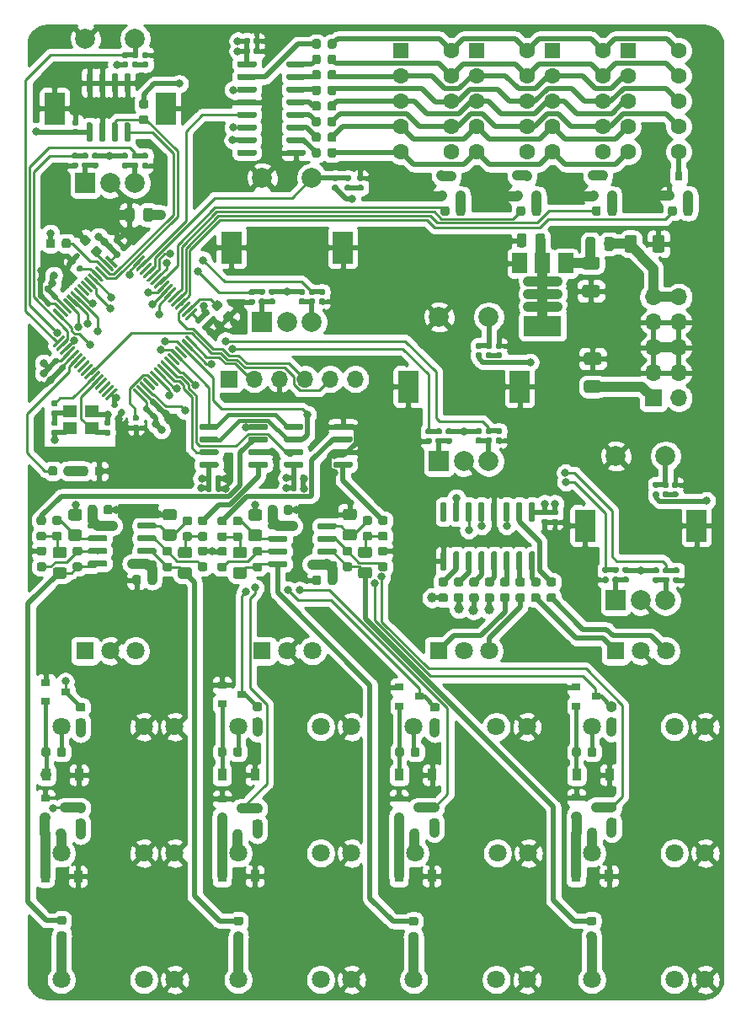
<source format=gbr>
G04 #@! TF.GenerationSoftware,KiCad,Pcbnew,5.1.6-c6e7f7d~87~ubuntu18.04.1*
G04 #@! TF.CreationDate,2020-08-19T10:21:35-04:00*
G04 #@! TF.ProjectId,quad_adsr,71756164-5f61-4647-9372-2e6b69636164,rev?*
G04 #@! TF.SameCoordinates,Original*
G04 #@! TF.FileFunction,Copper,L4,Bot*
G04 #@! TF.FilePolarity,Positive*
%FSLAX46Y46*%
G04 Gerber Fmt 4.6, Leading zero omitted, Abs format (unit mm)*
G04 Created by KiCad (PCBNEW 5.1.6-c6e7f7d~87~ubuntu18.04.1) date 2020-08-19 10:21:35*
%MOMM*%
%LPD*%
G01*
G04 APERTURE LIST*
G04 #@! TA.AperFunction,SMDPad,CuDef*
%ADD10R,0.900000X0.800000*%
G04 #@! TD*
G04 #@! TA.AperFunction,SMDPad,CuDef*
%ADD11R,0.900000X1.200000*%
G04 #@! TD*
G04 #@! TA.AperFunction,ComponentPad*
%ADD12O,1.700000X1.700000*%
G04 #@! TD*
G04 #@! TA.AperFunction,ComponentPad*
%ADD13R,1.700000X1.700000*%
G04 #@! TD*
G04 #@! TA.AperFunction,ComponentPad*
%ADD14R,2.000000X2.000000*%
G04 #@! TD*
G04 #@! TA.AperFunction,ComponentPad*
%ADD15C,2.000000*%
G04 #@! TD*
G04 #@! TA.AperFunction,ComponentPad*
%ADD16R,2.000000X3.200000*%
G04 #@! TD*
G04 #@! TA.AperFunction,SMDPad,CuDef*
%ADD17R,1.500000X2.000000*%
G04 #@! TD*
G04 #@! TA.AperFunction,SMDPad,CuDef*
%ADD18R,3.800000X2.000000*%
G04 #@! TD*
G04 #@! TA.AperFunction,SMDPad,CuDef*
%ADD19R,0.800000X0.900000*%
G04 #@! TD*
G04 #@! TA.AperFunction,SMDPad,CuDef*
%ADD20R,1.400000X1.200000*%
G04 #@! TD*
G04 #@! TA.AperFunction,ComponentPad*
%ADD21R,1.600000X1.600000*%
G04 #@! TD*
G04 #@! TA.AperFunction,ComponentPad*
%ADD22C,1.600000*%
G04 #@! TD*
G04 #@! TA.AperFunction,ComponentPad*
%ADD23C,1.800000*%
G04 #@! TD*
G04 #@! TA.AperFunction,ComponentPad*
%ADD24R,1.800000X1.800000*%
G04 #@! TD*
G04 #@! TA.AperFunction,ViaPad*
%ADD25C,1.000000*%
G04 #@! TD*
G04 #@! TA.AperFunction,ViaPad*
%ADD26C,0.800000*%
G04 #@! TD*
G04 #@! TA.AperFunction,Conductor*
%ADD27C,0.500000*%
G04 #@! TD*
G04 #@! TA.AperFunction,Conductor*
%ADD28C,0.400000*%
G04 #@! TD*
G04 #@! TA.AperFunction,Conductor*
%ADD29C,1.000000*%
G04 #@! TD*
G04 #@! TA.AperFunction,Conductor*
%ADD30C,0.290000*%
G04 #@! TD*
G04 #@! TA.AperFunction,Conductor*
%ADD31C,0.250000*%
G04 #@! TD*
G04 #@! TA.AperFunction,Conductor*
%ADD32C,0.254000*%
G04 #@! TD*
G04 APERTURE END LIST*
D10*
X133953000Y-118872000D03*
X131953000Y-117922000D03*
X131953000Y-119822000D03*
G04 #@! TA.AperFunction,SMDPad,CuDef*
G36*
G01*
X81742060Y-61498840D02*
X81397060Y-61498840D01*
G75*
G02*
X81249560Y-61351340I0J147500D01*
G01*
X81249560Y-61056340D01*
G75*
G02*
X81397060Y-60908840I147500J0D01*
G01*
X81742060Y-60908840D01*
G75*
G02*
X81889560Y-61056340I0J-147500D01*
G01*
X81889560Y-61351340D01*
G75*
G02*
X81742060Y-61498840I-147500J0D01*
G01*
G37*
G04 #@! TD.AperFunction*
G04 #@! TA.AperFunction,SMDPad,CuDef*
G36*
G01*
X81742060Y-62468840D02*
X81397060Y-62468840D01*
G75*
G02*
X81249560Y-62321340I0J147500D01*
G01*
X81249560Y-62026340D01*
G75*
G02*
X81397060Y-61878840I147500J0D01*
G01*
X81742060Y-61878840D01*
G75*
G02*
X81889560Y-62026340I0J-147500D01*
G01*
X81889560Y-62321340D01*
G75*
G02*
X81742060Y-62468840I-147500J0D01*
G01*
G37*
G04 #@! TD.AperFunction*
G04 #@! TA.AperFunction,SMDPad,CuDef*
G36*
G01*
X82841960Y-61200160D02*
X83141960Y-61200160D01*
G75*
G02*
X83291960Y-61350160I0J-150000D01*
G01*
X83291960Y-63000160D01*
G75*
G02*
X83141960Y-63150160I-150000J0D01*
G01*
X82841960Y-63150160D01*
G75*
G02*
X82691960Y-63000160I0J150000D01*
G01*
X82691960Y-61350160D01*
G75*
G02*
X82841960Y-61200160I150000J0D01*
G01*
G37*
G04 #@! TD.AperFunction*
G04 #@! TA.AperFunction,SMDPad,CuDef*
G36*
G01*
X84111960Y-61200160D02*
X84411960Y-61200160D01*
G75*
G02*
X84561960Y-61350160I0J-150000D01*
G01*
X84561960Y-63000160D01*
G75*
G02*
X84411960Y-63150160I-150000J0D01*
G01*
X84111960Y-63150160D01*
G75*
G02*
X83961960Y-63000160I0J150000D01*
G01*
X83961960Y-61350160D01*
G75*
G02*
X84111960Y-61200160I150000J0D01*
G01*
G37*
G04 #@! TD.AperFunction*
G04 #@! TA.AperFunction,SMDPad,CuDef*
G36*
G01*
X85381960Y-61200160D02*
X85681960Y-61200160D01*
G75*
G02*
X85831960Y-61350160I0J-150000D01*
G01*
X85831960Y-63000160D01*
G75*
G02*
X85681960Y-63150160I-150000J0D01*
G01*
X85381960Y-63150160D01*
G75*
G02*
X85231960Y-63000160I0J150000D01*
G01*
X85231960Y-61350160D01*
G75*
G02*
X85381960Y-61200160I150000J0D01*
G01*
G37*
G04 #@! TD.AperFunction*
G04 #@! TA.AperFunction,SMDPad,CuDef*
G36*
G01*
X86651960Y-61200160D02*
X86951960Y-61200160D01*
G75*
G02*
X87101960Y-61350160I0J-150000D01*
G01*
X87101960Y-63000160D01*
G75*
G02*
X86951960Y-63150160I-150000J0D01*
G01*
X86651960Y-63150160D01*
G75*
G02*
X86501960Y-63000160I0J150000D01*
G01*
X86501960Y-61350160D01*
G75*
G02*
X86651960Y-61200160I150000J0D01*
G01*
G37*
G04 #@! TD.AperFunction*
G04 #@! TA.AperFunction,SMDPad,CuDef*
G36*
G01*
X86651960Y-56250160D02*
X86951960Y-56250160D01*
G75*
G02*
X87101960Y-56400160I0J-150000D01*
G01*
X87101960Y-58050160D01*
G75*
G02*
X86951960Y-58200160I-150000J0D01*
G01*
X86651960Y-58200160D01*
G75*
G02*
X86501960Y-58050160I0J150000D01*
G01*
X86501960Y-56400160D01*
G75*
G02*
X86651960Y-56250160I150000J0D01*
G01*
G37*
G04 #@! TD.AperFunction*
G04 #@! TA.AperFunction,SMDPad,CuDef*
G36*
G01*
X85381960Y-56250160D02*
X85681960Y-56250160D01*
G75*
G02*
X85831960Y-56400160I0J-150000D01*
G01*
X85831960Y-58050160D01*
G75*
G02*
X85681960Y-58200160I-150000J0D01*
G01*
X85381960Y-58200160D01*
G75*
G02*
X85231960Y-58050160I0J150000D01*
G01*
X85231960Y-56400160D01*
G75*
G02*
X85381960Y-56250160I150000J0D01*
G01*
G37*
G04 #@! TD.AperFunction*
G04 #@! TA.AperFunction,SMDPad,CuDef*
G36*
G01*
X84111960Y-56250160D02*
X84411960Y-56250160D01*
G75*
G02*
X84561960Y-56400160I0J-150000D01*
G01*
X84561960Y-58050160D01*
G75*
G02*
X84411960Y-58200160I-150000J0D01*
G01*
X84111960Y-58200160D01*
G75*
G02*
X83961960Y-58050160I0J150000D01*
G01*
X83961960Y-56400160D01*
G75*
G02*
X84111960Y-56250160I150000J0D01*
G01*
G37*
G04 #@! TD.AperFunction*
G04 #@! TA.AperFunction,SMDPad,CuDef*
G36*
G01*
X82841960Y-56250160D02*
X83141960Y-56250160D01*
G75*
G02*
X83291960Y-56400160I0J-150000D01*
G01*
X83291960Y-58050160D01*
G75*
G02*
X83141960Y-58200160I-150000J0D01*
G01*
X82841960Y-58200160D01*
G75*
G02*
X82691960Y-58050160I0J150000D01*
G01*
X82691960Y-56400160D01*
G75*
G02*
X82841960Y-56250160I150000J0D01*
G01*
G37*
G04 #@! TD.AperFunction*
G04 #@! TA.AperFunction,SMDPad,CuDef*
G36*
G01*
X88201790Y-60497100D02*
X88714290Y-60497100D01*
G75*
G02*
X88933040Y-60715850I0J-218750D01*
G01*
X88933040Y-61153350D01*
G75*
G02*
X88714290Y-61372100I-218750J0D01*
G01*
X88201790Y-61372100D01*
G75*
G02*
X87983040Y-61153350I0J218750D01*
G01*
X87983040Y-60715850D01*
G75*
G02*
X88201790Y-60497100I218750J0D01*
G01*
G37*
G04 #@! TD.AperFunction*
G04 #@! TA.AperFunction,SMDPad,CuDef*
G36*
G01*
X88201790Y-58922100D02*
X88714290Y-58922100D01*
G75*
G02*
X88933040Y-59140850I0J-218750D01*
G01*
X88933040Y-59578350D01*
G75*
G02*
X88714290Y-59797100I-218750J0D01*
G01*
X88201790Y-59797100D01*
G75*
G02*
X87983040Y-59578350I0J218750D01*
G01*
X87983040Y-59140850D01*
G75*
G02*
X88201790Y-58922100I218750J0D01*
G01*
G37*
G04 #@! TD.AperFunction*
G04 #@! TA.AperFunction,SMDPad,CuDef*
G36*
G01*
X80222740Y-73621610D02*
X80222740Y-73109110D01*
G75*
G02*
X80441490Y-72890360I218750J0D01*
G01*
X80878990Y-72890360D01*
G75*
G02*
X81097740Y-73109110I0J-218750D01*
G01*
X81097740Y-73621610D01*
G75*
G02*
X80878990Y-73840360I-218750J0D01*
G01*
X80441490Y-73840360D01*
G75*
G02*
X80222740Y-73621610I0J218750D01*
G01*
G37*
G04 #@! TD.AperFunction*
G04 #@! TA.AperFunction,SMDPad,CuDef*
G36*
G01*
X78647740Y-73621610D02*
X78647740Y-73109110D01*
G75*
G02*
X78866490Y-72890360I218750J0D01*
G01*
X79303990Y-72890360D01*
G75*
G02*
X79522740Y-73109110I0J-218750D01*
G01*
X79522740Y-73621610D01*
G75*
G02*
X79303990Y-73840360I-218750J0D01*
G01*
X78866490Y-73840360D01*
G75*
G02*
X78647740Y-73621610I0J218750D01*
G01*
G37*
G04 #@! TD.AperFunction*
D11*
X135227600Y-136906000D03*
X131927600Y-136906000D03*
X135278400Y-126746000D03*
X131978400Y-126746000D03*
X117396800Y-136906000D03*
X114096800Y-136906000D03*
X117447600Y-126746000D03*
X114147600Y-126746000D03*
X99616800Y-136906000D03*
X96316800Y-136906000D03*
X99616800Y-126746000D03*
X96316800Y-126746000D03*
X81836800Y-136956800D03*
X78536800Y-136956800D03*
X81940400Y-126746000D03*
X78640400Y-126746000D03*
G04 #@! TA.AperFunction,SMDPad,CuDef*
G36*
G01*
X132968840Y-87112600D02*
X134218840Y-87112600D01*
G75*
G02*
X134468840Y-87362600I0J-250000D01*
G01*
X134468840Y-88112600D01*
G75*
G02*
X134218840Y-88362600I-250000J0D01*
G01*
X132968840Y-88362600D01*
G75*
G02*
X132718840Y-88112600I0J250000D01*
G01*
X132718840Y-87362600D01*
G75*
G02*
X132968840Y-87112600I250000J0D01*
G01*
G37*
G04 #@! TD.AperFunction*
G04 #@! TA.AperFunction,SMDPad,CuDef*
G36*
G01*
X132968840Y-84312600D02*
X134218840Y-84312600D01*
G75*
G02*
X134468840Y-84562600I0J-250000D01*
G01*
X134468840Y-85312600D01*
G75*
G02*
X134218840Y-85562600I-250000J0D01*
G01*
X132968840Y-85562600D01*
G75*
G02*
X132718840Y-85312600I0J250000D01*
G01*
X132718840Y-84562600D01*
G75*
G02*
X132968840Y-84312600I250000J0D01*
G01*
G37*
G04 #@! TD.AperFunction*
G04 #@! TA.AperFunction,SMDPad,CuDef*
G36*
G01*
X139589000Y-74031000D02*
X139589000Y-72781000D01*
G75*
G02*
X139839000Y-72531000I250000J0D01*
G01*
X140589000Y-72531000D01*
G75*
G02*
X140839000Y-72781000I0J-250000D01*
G01*
X140839000Y-74031000D01*
G75*
G02*
X140589000Y-74281000I-250000J0D01*
G01*
X139839000Y-74281000D01*
G75*
G02*
X139589000Y-74031000I0J250000D01*
G01*
G37*
G04 #@! TD.AperFunction*
G04 #@! TA.AperFunction,SMDPad,CuDef*
G36*
G01*
X136789000Y-74031000D02*
X136789000Y-72781000D01*
G75*
G02*
X137039000Y-72531000I250000J0D01*
G01*
X137789000Y-72531000D01*
G75*
G02*
X138039000Y-72781000I0J-250000D01*
G01*
X138039000Y-74031000D01*
G75*
G02*
X137789000Y-74281000I-250000J0D01*
G01*
X137039000Y-74281000D01*
G75*
G02*
X136789000Y-74031000I0J250000D01*
G01*
G37*
G04 #@! TD.AperFunction*
G04 #@! TA.AperFunction,SMDPad,CuDef*
G36*
G01*
X81651118Y-75275607D02*
X81407166Y-75519558D01*
G75*
G02*
X81198570Y-75519558I-104298J104298D01*
G01*
X80989974Y-75310962D01*
G75*
G02*
X80989974Y-75102366I104298J104298D01*
G01*
X81233926Y-74858414D01*
G75*
G02*
X81442522Y-74858414I104298J-104298D01*
G01*
X81651118Y-75067010D01*
G75*
G02*
X81651118Y-75275606I-104298J-104298D01*
G01*
G37*
G04 #@! TD.AperFunction*
G04 #@! TA.AperFunction,SMDPad,CuDef*
G36*
G01*
X82337012Y-75961501D02*
X82093060Y-76205452D01*
G75*
G02*
X81884464Y-76205452I-104298J104298D01*
G01*
X81675868Y-75996856D01*
G75*
G02*
X81675868Y-75788260I104298J104298D01*
G01*
X81919820Y-75544308D01*
G75*
G02*
X82128416Y-75544308I104298J-104298D01*
G01*
X82337012Y-75752904D01*
G75*
G02*
X82337012Y-75961500I-104298J-104298D01*
G01*
G37*
G04 #@! TD.AperFunction*
G04 #@! TA.AperFunction,SMDPad,CuDef*
G36*
G01*
X87493060Y-91566640D02*
X87838060Y-91566640D01*
G75*
G02*
X87985560Y-91714140I0J-147500D01*
G01*
X87985560Y-92009140D01*
G75*
G02*
X87838060Y-92156640I-147500J0D01*
G01*
X87493060Y-92156640D01*
G75*
G02*
X87345560Y-92009140I0J147500D01*
G01*
X87345560Y-91714140D01*
G75*
G02*
X87493060Y-91566640I147500J0D01*
G01*
G37*
G04 #@! TD.AperFunction*
G04 #@! TA.AperFunction,SMDPad,CuDef*
G36*
G01*
X87493060Y-90596640D02*
X87838060Y-90596640D01*
G75*
G02*
X87985560Y-90744140I0J-147500D01*
G01*
X87985560Y-91039140D01*
G75*
G02*
X87838060Y-91186640I-147500J0D01*
G01*
X87493060Y-91186640D01*
G75*
G02*
X87345560Y-91039140I0J147500D01*
G01*
X87345560Y-90744140D01*
G75*
G02*
X87493060Y-90596640I147500J0D01*
G01*
G37*
G04 #@! TD.AperFunction*
G04 #@! TA.AperFunction,SMDPad,CuDef*
G36*
G01*
X82840180Y-95974190D02*
X82840180Y-96486690D01*
G75*
G02*
X82621430Y-96705440I-218750J0D01*
G01*
X82183930Y-96705440D01*
G75*
G02*
X81965180Y-96486690I0J218750D01*
G01*
X81965180Y-95974190D01*
G75*
G02*
X82183930Y-95755440I218750J0D01*
G01*
X82621430Y-95755440D01*
G75*
G02*
X82840180Y-95974190I0J-218750D01*
G01*
G37*
G04 #@! TD.AperFunction*
G04 #@! TA.AperFunction,SMDPad,CuDef*
G36*
G01*
X84415180Y-95974190D02*
X84415180Y-96486690D01*
G75*
G02*
X84196430Y-96705440I-218750J0D01*
G01*
X83758930Y-96705440D01*
G75*
G02*
X83540180Y-96486690I0J218750D01*
G01*
X83540180Y-95974190D01*
G75*
G02*
X83758930Y-95755440I218750J0D01*
G01*
X84196430Y-95755440D01*
G75*
G02*
X84415180Y-95974190I0J-218750D01*
G01*
G37*
G04 #@! TD.AperFunction*
D12*
X109728000Y-86995000D03*
X107188000Y-86995000D03*
X104648000Y-86995000D03*
X102108000Y-86995000D03*
X99568000Y-86995000D03*
D13*
X97028000Y-86995000D03*
G04 #@! TA.AperFunction,SMDPad,CuDef*
G36*
G01*
X140746700Y-98287200D02*
X141091700Y-98287200D01*
G75*
G02*
X141239200Y-98434700I0J-147500D01*
G01*
X141239200Y-98729700D01*
G75*
G02*
X141091700Y-98877200I-147500J0D01*
G01*
X140746700Y-98877200D01*
G75*
G02*
X140599200Y-98729700I0J147500D01*
G01*
X140599200Y-98434700D01*
G75*
G02*
X140746700Y-98287200I147500J0D01*
G01*
G37*
G04 #@! TD.AperFunction*
G04 #@! TA.AperFunction,SMDPad,CuDef*
G36*
G01*
X140746700Y-97317200D02*
X141091700Y-97317200D01*
G75*
G02*
X141239200Y-97464700I0J-147500D01*
G01*
X141239200Y-97759700D01*
G75*
G02*
X141091700Y-97907200I-147500J0D01*
G01*
X140746700Y-97907200D01*
G75*
G02*
X140599200Y-97759700I0J147500D01*
G01*
X140599200Y-97464700D01*
G75*
G02*
X140746700Y-97317200I147500J0D01*
G01*
G37*
G04 #@! TD.AperFunction*
G04 #@! TA.AperFunction,SMDPad,CuDef*
G36*
G01*
X140126500Y-97907200D02*
X139781500Y-97907200D01*
G75*
G02*
X139634000Y-97759700I0J147500D01*
G01*
X139634000Y-97464700D01*
G75*
G02*
X139781500Y-97317200I147500J0D01*
G01*
X140126500Y-97317200D01*
G75*
G02*
X140274000Y-97464700I0J-147500D01*
G01*
X140274000Y-97759700D01*
G75*
G02*
X140126500Y-97907200I-147500J0D01*
G01*
G37*
G04 #@! TD.AperFunction*
G04 #@! TA.AperFunction,SMDPad,CuDef*
G36*
G01*
X140126500Y-98877200D02*
X139781500Y-98877200D01*
G75*
G02*
X139634000Y-98729700I0J147500D01*
G01*
X139634000Y-98434700D01*
G75*
G02*
X139781500Y-98287200I147500J0D01*
G01*
X140126500Y-98287200D01*
G75*
G02*
X140274000Y-98434700I0J-147500D01*
G01*
X140274000Y-98729700D01*
G75*
G02*
X140126500Y-98877200I-147500J0D01*
G01*
G37*
G04 #@! TD.AperFunction*
G04 #@! TA.AperFunction,SMDPad,CuDef*
G36*
G01*
X136062500Y-106467000D02*
X135717500Y-106467000D01*
G75*
G02*
X135570000Y-106319500I0J147500D01*
G01*
X135570000Y-106024500D01*
G75*
G02*
X135717500Y-105877000I147500J0D01*
G01*
X136062500Y-105877000D01*
G75*
G02*
X136210000Y-106024500I0J-147500D01*
G01*
X136210000Y-106319500D01*
G75*
G02*
X136062500Y-106467000I-147500J0D01*
G01*
G37*
G04 #@! TD.AperFunction*
G04 #@! TA.AperFunction,SMDPad,CuDef*
G36*
G01*
X136062500Y-107437000D02*
X135717500Y-107437000D01*
G75*
G02*
X135570000Y-107289500I0J147500D01*
G01*
X135570000Y-106994500D01*
G75*
G02*
X135717500Y-106847000I147500J0D01*
G01*
X136062500Y-106847000D01*
G75*
G02*
X136210000Y-106994500I0J-147500D01*
G01*
X136210000Y-107289500D01*
G75*
G02*
X136062500Y-107437000I-147500J0D01*
G01*
G37*
G04 #@! TD.AperFunction*
G04 #@! TA.AperFunction,SMDPad,CuDef*
G36*
G01*
X136733500Y-106847000D02*
X137078500Y-106847000D01*
G75*
G02*
X137226000Y-106994500I0J-147500D01*
G01*
X137226000Y-107289500D01*
G75*
G02*
X137078500Y-107437000I-147500J0D01*
G01*
X136733500Y-107437000D01*
G75*
G02*
X136586000Y-107289500I0J147500D01*
G01*
X136586000Y-106994500D01*
G75*
G02*
X136733500Y-106847000I147500J0D01*
G01*
G37*
G04 #@! TD.AperFunction*
G04 #@! TA.AperFunction,SMDPad,CuDef*
G36*
G01*
X136733500Y-105877000D02*
X137078500Y-105877000D01*
G75*
G02*
X137226000Y-106024500I0J-147500D01*
G01*
X137226000Y-106319500D01*
G75*
G02*
X137078500Y-106467000I-147500J0D01*
G01*
X136733500Y-106467000D01*
G75*
G02*
X136586000Y-106319500I0J147500D01*
G01*
X136586000Y-106024500D01*
G75*
G02*
X136733500Y-105877000I147500J0D01*
G01*
G37*
G04 #@! TD.AperFunction*
G04 #@! TA.AperFunction,SMDPad,CuDef*
G36*
G01*
X139781500Y-106870000D02*
X140126500Y-106870000D01*
G75*
G02*
X140274000Y-107017500I0J-147500D01*
G01*
X140274000Y-107312500D01*
G75*
G02*
X140126500Y-107460000I-147500J0D01*
G01*
X139781500Y-107460000D01*
G75*
G02*
X139634000Y-107312500I0J147500D01*
G01*
X139634000Y-107017500D01*
G75*
G02*
X139781500Y-106870000I147500J0D01*
G01*
G37*
G04 #@! TD.AperFunction*
G04 #@! TA.AperFunction,SMDPad,CuDef*
G36*
G01*
X139781500Y-105900000D02*
X140126500Y-105900000D01*
G75*
G02*
X140274000Y-106047500I0J-147500D01*
G01*
X140274000Y-106342500D01*
G75*
G02*
X140126500Y-106490000I-147500J0D01*
G01*
X139781500Y-106490000D01*
G75*
G02*
X139634000Y-106342500I0J147500D01*
G01*
X139634000Y-106047500D01*
G75*
G02*
X139781500Y-105900000I147500J0D01*
G01*
G37*
G04 #@! TD.AperFunction*
G04 #@! TA.AperFunction,SMDPad,CuDef*
G36*
G01*
X141142500Y-106490000D02*
X140797500Y-106490000D01*
G75*
G02*
X140650000Y-106342500I0J147500D01*
G01*
X140650000Y-106047500D01*
G75*
G02*
X140797500Y-105900000I147500J0D01*
G01*
X141142500Y-105900000D01*
G75*
G02*
X141290000Y-106047500I0J-147500D01*
G01*
X141290000Y-106342500D01*
G75*
G02*
X141142500Y-106490000I-147500J0D01*
G01*
G37*
G04 #@! TD.AperFunction*
G04 #@! TA.AperFunction,SMDPad,CuDef*
G36*
G01*
X141142500Y-107460000D02*
X140797500Y-107460000D01*
G75*
G02*
X140650000Y-107312500I0J147500D01*
G01*
X140650000Y-107017500D01*
G75*
G02*
X140797500Y-106870000I147500J0D01*
G01*
X141142500Y-106870000D01*
G75*
G02*
X141290000Y-107017500I0J-147500D01*
G01*
X141290000Y-107312500D01*
G75*
G02*
X141142500Y-107460000I-147500J0D01*
G01*
G37*
G04 #@! TD.AperFunction*
D14*
X135930000Y-109220000D03*
D15*
X138430000Y-109220000D03*
X140930000Y-109220000D03*
D16*
X132830000Y-101720000D03*
X144030000Y-101720000D03*
D15*
X135930000Y-94720000D03*
X140930000Y-94720000D03*
G04 #@! TA.AperFunction,SMDPad,CuDef*
G36*
G01*
X122992100Y-84317200D02*
X123337100Y-84317200D01*
G75*
G02*
X123484600Y-84464700I0J-147500D01*
G01*
X123484600Y-84759700D01*
G75*
G02*
X123337100Y-84907200I-147500J0D01*
G01*
X122992100Y-84907200D01*
G75*
G02*
X122844600Y-84759700I0J147500D01*
G01*
X122844600Y-84464700D01*
G75*
G02*
X122992100Y-84317200I147500J0D01*
G01*
G37*
G04 #@! TD.AperFunction*
G04 #@! TA.AperFunction,SMDPad,CuDef*
G36*
G01*
X122992100Y-83347200D02*
X123337100Y-83347200D01*
G75*
G02*
X123484600Y-83494700I0J-147500D01*
G01*
X123484600Y-83789700D01*
G75*
G02*
X123337100Y-83937200I-147500J0D01*
G01*
X122992100Y-83937200D01*
G75*
G02*
X122844600Y-83789700I0J147500D01*
G01*
X122844600Y-83494700D01*
G75*
G02*
X122992100Y-83347200I147500J0D01*
G01*
G37*
G04 #@! TD.AperFunction*
G04 #@! TA.AperFunction,SMDPad,CuDef*
G36*
G01*
X121976100Y-84317200D02*
X122321100Y-84317200D01*
G75*
G02*
X122468600Y-84464700I0J-147500D01*
G01*
X122468600Y-84759700D01*
G75*
G02*
X122321100Y-84907200I-147500J0D01*
G01*
X121976100Y-84907200D01*
G75*
G02*
X121828600Y-84759700I0J147500D01*
G01*
X121828600Y-84464700D01*
G75*
G02*
X121976100Y-84317200I147500J0D01*
G01*
G37*
G04 #@! TD.AperFunction*
G04 #@! TA.AperFunction,SMDPad,CuDef*
G36*
G01*
X121976100Y-83347200D02*
X122321100Y-83347200D01*
G75*
G02*
X122468600Y-83494700I0J-147500D01*
G01*
X122468600Y-83789700D01*
G75*
G02*
X122321100Y-83937200I-147500J0D01*
G01*
X121976100Y-83937200D01*
G75*
G02*
X121828600Y-83789700I0J147500D01*
G01*
X121828600Y-83494700D01*
G75*
G02*
X121976100Y-83347200I147500J0D01*
G01*
G37*
G04 #@! TD.AperFunction*
G04 #@! TA.AperFunction,SMDPad,CuDef*
G36*
G01*
X118282500Y-92543000D02*
X117937500Y-92543000D01*
G75*
G02*
X117790000Y-92395500I0J147500D01*
G01*
X117790000Y-92100500D01*
G75*
G02*
X117937500Y-91953000I147500J0D01*
G01*
X118282500Y-91953000D01*
G75*
G02*
X118430000Y-92100500I0J-147500D01*
G01*
X118430000Y-92395500D01*
G75*
G02*
X118282500Y-92543000I-147500J0D01*
G01*
G37*
G04 #@! TD.AperFunction*
G04 #@! TA.AperFunction,SMDPad,CuDef*
G36*
G01*
X118282500Y-93513000D02*
X117937500Y-93513000D01*
G75*
G02*
X117790000Y-93365500I0J147500D01*
G01*
X117790000Y-93070500D01*
G75*
G02*
X117937500Y-92923000I147500J0D01*
G01*
X118282500Y-92923000D01*
G75*
G02*
X118430000Y-93070500I0J-147500D01*
G01*
X118430000Y-93365500D01*
G75*
G02*
X118282500Y-93513000I-147500J0D01*
G01*
G37*
G04 #@! TD.AperFunction*
G04 #@! TA.AperFunction,SMDPad,CuDef*
G36*
G01*
X118953500Y-92923000D02*
X119298500Y-92923000D01*
G75*
G02*
X119446000Y-93070500I0J-147500D01*
G01*
X119446000Y-93365500D01*
G75*
G02*
X119298500Y-93513000I-147500J0D01*
G01*
X118953500Y-93513000D01*
G75*
G02*
X118806000Y-93365500I0J147500D01*
G01*
X118806000Y-93070500D01*
G75*
G02*
X118953500Y-92923000I147500J0D01*
G01*
G37*
G04 #@! TD.AperFunction*
G04 #@! TA.AperFunction,SMDPad,CuDef*
G36*
G01*
X118953500Y-91953000D02*
X119298500Y-91953000D01*
G75*
G02*
X119446000Y-92100500I0J-147500D01*
G01*
X119446000Y-92395500D01*
G75*
G02*
X119298500Y-92543000I-147500J0D01*
G01*
X118953500Y-92543000D01*
G75*
G02*
X118806000Y-92395500I0J147500D01*
G01*
X118806000Y-92100500D01*
G75*
G02*
X118953500Y-91953000I147500J0D01*
G01*
G37*
G04 #@! TD.AperFunction*
G04 #@! TA.AperFunction,SMDPad,CuDef*
G36*
G01*
X121950700Y-92877000D02*
X122295700Y-92877000D01*
G75*
G02*
X122443200Y-93024500I0J-147500D01*
G01*
X122443200Y-93319500D01*
G75*
G02*
X122295700Y-93467000I-147500J0D01*
G01*
X121950700Y-93467000D01*
G75*
G02*
X121803200Y-93319500I0J147500D01*
G01*
X121803200Y-93024500D01*
G75*
G02*
X121950700Y-92877000I147500J0D01*
G01*
G37*
G04 #@! TD.AperFunction*
G04 #@! TA.AperFunction,SMDPad,CuDef*
G36*
G01*
X121950700Y-91907000D02*
X122295700Y-91907000D01*
G75*
G02*
X122443200Y-92054500I0J-147500D01*
G01*
X122443200Y-92349500D01*
G75*
G02*
X122295700Y-92497000I-147500J0D01*
G01*
X121950700Y-92497000D01*
G75*
G02*
X121803200Y-92349500I0J147500D01*
G01*
X121803200Y-92054500D01*
G75*
G02*
X121950700Y-91907000I147500J0D01*
G01*
G37*
G04 #@! TD.AperFunction*
G04 #@! TA.AperFunction,SMDPad,CuDef*
G36*
G01*
X123311700Y-92497000D02*
X122966700Y-92497000D01*
G75*
G02*
X122819200Y-92349500I0J147500D01*
G01*
X122819200Y-92054500D01*
G75*
G02*
X122966700Y-91907000I147500J0D01*
G01*
X123311700Y-91907000D01*
G75*
G02*
X123459200Y-92054500I0J-147500D01*
G01*
X123459200Y-92349500D01*
G75*
G02*
X123311700Y-92497000I-147500J0D01*
G01*
G37*
G04 #@! TD.AperFunction*
G04 #@! TA.AperFunction,SMDPad,CuDef*
G36*
G01*
X123311700Y-93467000D02*
X122966700Y-93467000D01*
G75*
G02*
X122819200Y-93319500I0J147500D01*
G01*
X122819200Y-93024500D01*
G75*
G02*
X122966700Y-92877000I147500J0D01*
G01*
X123311700Y-92877000D01*
G75*
G02*
X123459200Y-93024500I0J-147500D01*
G01*
X123459200Y-93319500D01*
G75*
G02*
X123311700Y-93467000I-147500J0D01*
G01*
G37*
G04 #@! TD.AperFunction*
G04 #@! TA.AperFunction,SMDPad,CuDef*
G36*
G01*
X108793500Y-67477000D02*
X109138500Y-67477000D01*
G75*
G02*
X109286000Y-67624500I0J-147500D01*
G01*
X109286000Y-67919500D01*
G75*
G02*
X109138500Y-68067000I-147500J0D01*
G01*
X108793500Y-68067000D01*
G75*
G02*
X108646000Y-67919500I0J147500D01*
G01*
X108646000Y-67624500D01*
G75*
G02*
X108793500Y-67477000I147500J0D01*
G01*
G37*
G04 #@! TD.AperFunction*
G04 #@! TA.AperFunction,SMDPad,CuDef*
G36*
G01*
X108793500Y-66507000D02*
X109138500Y-66507000D01*
G75*
G02*
X109286000Y-66654500I0J-147500D01*
G01*
X109286000Y-66949500D01*
G75*
G02*
X109138500Y-67097000I-147500J0D01*
G01*
X108793500Y-67097000D01*
G75*
G02*
X108646000Y-66949500I0J147500D01*
G01*
X108646000Y-66654500D01*
G75*
G02*
X108793500Y-66507000I147500J0D01*
G01*
G37*
G04 #@! TD.AperFunction*
G04 #@! TA.AperFunction,SMDPad,CuDef*
G36*
G01*
X107868500Y-67097000D02*
X107523500Y-67097000D01*
G75*
G02*
X107376000Y-66949500I0J147500D01*
G01*
X107376000Y-66654500D01*
G75*
G02*
X107523500Y-66507000I147500J0D01*
G01*
X107868500Y-66507000D01*
G75*
G02*
X108016000Y-66654500I0J-147500D01*
G01*
X108016000Y-66949500D01*
G75*
G02*
X107868500Y-67097000I-147500J0D01*
G01*
G37*
G04 #@! TD.AperFunction*
G04 #@! TA.AperFunction,SMDPad,CuDef*
G36*
G01*
X107868500Y-68067000D02*
X107523500Y-68067000D01*
G75*
G02*
X107376000Y-67919500I0J147500D01*
G01*
X107376000Y-67624500D01*
G75*
G02*
X107523500Y-67477000I147500J0D01*
G01*
X107868500Y-67477000D01*
G75*
G02*
X108016000Y-67624500I0J-147500D01*
G01*
X108016000Y-67919500D01*
G75*
G02*
X107868500Y-68067000I-147500J0D01*
G01*
G37*
G04 #@! TD.AperFunction*
G04 #@! TA.AperFunction,SMDPad,CuDef*
G36*
G01*
X100502500Y-78527000D02*
X100157500Y-78527000D01*
G75*
G02*
X100010000Y-78379500I0J147500D01*
G01*
X100010000Y-78084500D01*
G75*
G02*
X100157500Y-77937000I147500J0D01*
G01*
X100502500Y-77937000D01*
G75*
G02*
X100650000Y-78084500I0J-147500D01*
G01*
X100650000Y-78379500D01*
G75*
G02*
X100502500Y-78527000I-147500J0D01*
G01*
G37*
G04 #@! TD.AperFunction*
G04 #@! TA.AperFunction,SMDPad,CuDef*
G36*
G01*
X100502500Y-79497000D02*
X100157500Y-79497000D01*
G75*
G02*
X100010000Y-79349500I0J147500D01*
G01*
X100010000Y-79054500D01*
G75*
G02*
X100157500Y-78907000I147500J0D01*
G01*
X100502500Y-78907000D01*
G75*
G02*
X100650000Y-79054500I0J-147500D01*
G01*
X100650000Y-79349500D01*
G75*
G02*
X100502500Y-79497000I-147500J0D01*
G01*
G37*
G04 #@! TD.AperFunction*
G04 #@! TA.AperFunction,SMDPad,CuDef*
G36*
G01*
X101173500Y-78907000D02*
X101518500Y-78907000D01*
G75*
G02*
X101666000Y-79054500I0J-147500D01*
G01*
X101666000Y-79349500D01*
G75*
G02*
X101518500Y-79497000I-147500J0D01*
G01*
X101173500Y-79497000D01*
G75*
G02*
X101026000Y-79349500I0J147500D01*
G01*
X101026000Y-79054500D01*
G75*
G02*
X101173500Y-78907000I147500J0D01*
G01*
G37*
G04 #@! TD.AperFunction*
G04 #@! TA.AperFunction,SMDPad,CuDef*
G36*
G01*
X101173500Y-77937000D02*
X101518500Y-77937000D01*
G75*
G02*
X101666000Y-78084500I0J-147500D01*
G01*
X101666000Y-78379500D01*
G75*
G02*
X101518500Y-78527000I-147500J0D01*
G01*
X101173500Y-78527000D01*
G75*
G02*
X101026000Y-78379500I0J147500D01*
G01*
X101026000Y-78084500D01*
G75*
G02*
X101173500Y-77937000I147500J0D01*
G01*
G37*
G04 #@! TD.AperFunction*
G04 #@! TA.AperFunction,SMDPad,CuDef*
G36*
G01*
X104170700Y-78907000D02*
X104515700Y-78907000D01*
G75*
G02*
X104663200Y-79054500I0J-147500D01*
G01*
X104663200Y-79349500D01*
G75*
G02*
X104515700Y-79497000I-147500J0D01*
G01*
X104170700Y-79497000D01*
G75*
G02*
X104023200Y-79349500I0J147500D01*
G01*
X104023200Y-79054500D01*
G75*
G02*
X104170700Y-78907000I147500J0D01*
G01*
G37*
G04 #@! TD.AperFunction*
G04 #@! TA.AperFunction,SMDPad,CuDef*
G36*
G01*
X104170700Y-77937000D02*
X104515700Y-77937000D01*
G75*
G02*
X104663200Y-78084500I0J-147500D01*
G01*
X104663200Y-78379500D01*
G75*
G02*
X104515700Y-78527000I-147500J0D01*
G01*
X104170700Y-78527000D01*
G75*
G02*
X104023200Y-78379500I0J147500D01*
G01*
X104023200Y-78084500D01*
G75*
G02*
X104170700Y-77937000I147500J0D01*
G01*
G37*
G04 #@! TD.AperFunction*
G04 #@! TA.AperFunction,SMDPad,CuDef*
G36*
G01*
X105531700Y-78527000D02*
X105186700Y-78527000D01*
G75*
G02*
X105039200Y-78379500I0J147500D01*
G01*
X105039200Y-78084500D01*
G75*
G02*
X105186700Y-77937000I147500J0D01*
G01*
X105531700Y-77937000D01*
G75*
G02*
X105679200Y-78084500I0J-147500D01*
G01*
X105679200Y-78379500D01*
G75*
G02*
X105531700Y-78527000I-147500J0D01*
G01*
G37*
G04 #@! TD.AperFunction*
G04 #@! TA.AperFunction,SMDPad,CuDef*
G36*
G01*
X105531700Y-79497000D02*
X105186700Y-79497000D01*
G75*
G02*
X105039200Y-79349500I0J147500D01*
G01*
X105039200Y-79054500D01*
G75*
G02*
X105186700Y-78907000I147500J0D01*
G01*
X105531700Y-78907000D01*
G75*
G02*
X105679200Y-79054500I0J-147500D01*
G01*
X105679200Y-79349500D01*
G75*
G02*
X105531700Y-79497000I-147500J0D01*
G01*
G37*
G04 #@! TD.AperFunction*
G04 #@! TA.AperFunction,SMDPad,CuDef*
G36*
G01*
X87432100Y-55107200D02*
X87777100Y-55107200D01*
G75*
G02*
X87924600Y-55254700I0J-147500D01*
G01*
X87924600Y-55549700D01*
G75*
G02*
X87777100Y-55697200I-147500J0D01*
G01*
X87432100Y-55697200D01*
G75*
G02*
X87284600Y-55549700I0J147500D01*
G01*
X87284600Y-55254700D01*
G75*
G02*
X87432100Y-55107200I147500J0D01*
G01*
G37*
G04 #@! TD.AperFunction*
G04 #@! TA.AperFunction,SMDPad,CuDef*
G36*
G01*
X87432100Y-54137200D02*
X87777100Y-54137200D01*
G75*
G02*
X87924600Y-54284700I0J-147500D01*
G01*
X87924600Y-54579700D01*
G75*
G02*
X87777100Y-54727200I-147500J0D01*
G01*
X87432100Y-54727200D01*
G75*
G02*
X87284600Y-54579700I0J147500D01*
G01*
X87284600Y-54284700D01*
G75*
G02*
X87432100Y-54137200I147500J0D01*
G01*
G37*
G04 #@! TD.AperFunction*
G04 #@! TA.AperFunction,SMDPad,CuDef*
G36*
G01*
X86416100Y-55107200D02*
X86761100Y-55107200D01*
G75*
G02*
X86908600Y-55254700I0J-147500D01*
G01*
X86908600Y-55549700D01*
G75*
G02*
X86761100Y-55697200I-147500J0D01*
G01*
X86416100Y-55697200D01*
G75*
G02*
X86268600Y-55549700I0J147500D01*
G01*
X86268600Y-55254700D01*
G75*
G02*
X86416100Y-55107200I147500J0D01*
G01*
G37*
G04 #@! TD.AperFunction*
G04 #@! TA.AperFunction,SMDPad,CuDef*
G36*
G01*
X86416100Y-54137200D02*
X86761100Y-54137200D01*
G75*
G02*
X86908600Y-54284700I0J-147500D01*
G01*
X86908600Y-54579700D01*
G75*
G02*
X86761100Y-54727200I-147500J0D01*
G01*
X86416100Y-54727200D01*
G75*
G02*
X86268600Y-54579700I0J147500D01*
G01*
X86268600Y-54284700D01*
G75*
G02*
X86416100Y-54137200I147500J0D01*
G01*
G37*
G04 #@! TD.AperFunction*
G04 #@! TA.AperFunction,SMDPad,CuDef*
G36*
G01*
X82722500Y-64857000D02*
X82377500Y-64857000D01*
G75*
G02*
X82230000Y-64709500I0J147500D01*
G01*
X82230000Y-64414500D01*
G75*
G02*
X82377500Y-64267000I147500J0D01*
G01*
X82722500Y-64267000D01*
G75*
G02*
X82870000Y-64414500I0J-147500D01*
G01*
X82870000Y-64709500D01*
G75*
G02*
X82722500Y-64857000I-147500J0D01*
G01*
G37*
G04 #@! TD.AperFunction*
G04 #@! TA.AperFunction,SMDPad,CuDef*
G36*
G01*
X82722500Y-65827000D02*
X82377500Y-65827000D01*
G75*
G02*
X82230000Y-65679500I0J147500D01*
G01*
X82230000Y-65384500D01*
G75*
G02*
X82377500Y-65237000I147500J0D01*
G01*
X82722500Y-65237000D01*
G75*
G02*
X82870000Y-65384500I0J-147500D01*
G01*
X82870000Y-65679500D01*
G75*
G02*
X82722500Y-65827000I-147500J0D01*
G01*
G37*
G04 #@! TD.AperFunction*
G04 #@! TA.AperFunction,SMDPad,CuDef*
G36*
G01*
X83393500Y-65237000D02*
X83738500Y-65237000D01*
G75*
G02*
X83886000Y-65384500I0J-147500D01*
G01*
X83886000Y-65679500D01*
G75*
G02*
X83738500Y-65827000I-147500J0D01*
G01*
X83393500Y-65827000D01*
G75*
G02*
X83246000Y-65679500I0J147500D01*
G01*
X83246000Y-65384500D01*
G75*
G02*
X83393500Y-65237000I147500J0D01*
G01*
G37*
G04 #@! TD.AperFunction*
G04 #@! TA.AperFunction,SMDPad,CuDef*
G36*
G01*
X83393500Y-64267000D02*
X83738500Y-64267000D01*
G75*
G02*
X83886000Y-64414500I0J-147500D01*
G01*
X83886000Y-64709500D01*
G75*
G02*
X83738500Y-64857000I-147500J0D01*
G01*
X83393500Y-64857000D01*
G75*
G02*
X83246000Y-64709500I0J147500D01*
G01*
X83246000Y-64414500D01*
G75*
G02*
X83393500Y-64267000I147500J0D01*
G01*
G37*
G04 #@! TD.AperFunction*
G04 #@! TA.AperFunction,SMDPad,CuDef*
G36*
G01*
X86390700Y-65237000D02*
X86735700Y-65237000D01*
G75*
G02*
X86883200Y-65384500I0J-147500D01*
G01*
X86883200Y-65679500D01*
G75*
G02*
X86735700Y-65827000I-147500J0D01*
G01*
X86390700Y-65827000D01*
G75*
G02*
X86243200Y-65679500I0J147500D01*
G01*
X86243200Y-65384500D01*
G75*
G02*
X86390700Y-65237000I147500J0D01*
G01*
G37*
G04 #@! TD.AperFunction*
G04 #@! TA.AperFunction,SMDPad,CuDef*
G36*
G01*
X86390700Y-64267000D02*
X86735700Y-64267000D01*
G75*
G02*
X86883200Y-64414500I0J-147500D01*
G01*
X86883200Y-64709500D01*
G75*
G02*
X86735700Y-64857000I-147500J0D01*
G01*
X86390700Y-64857000D01*
G75*
G02*
X86243200Y-64709500I0J147500D01*
G01*
X86243200Y-64414500D01*
G75*
G02*
X86390700Y-64267000I147500J0D01*
G01*
G37*
G04 #@! TD.AperFunction*
G04 #@! TA.AperFunction,SMDPad,CuDef*
G36*
G01*
X87751700Y-64857000D02*
X87406700Y-64857000D01*
G75*
G02*
X87259200Y-64709500I0J147500D01*
G01*
X87259200Y-64414500D01*
G75*
G02*
X87406700Y-64267000I147500J0D01*
G01*
X87751700Y-64267000D01*
G75*
G02*
X87899200Y-64414500I0J-147500D01*
G01*
X87899200Y-64709500D01*
G75*
G02*
X87751700Y-64857000I-147500J0D01*
G01*
G37*
G04 #@! TD.AperFunction*
G04 #@! TA.AperFunction,SMDPad,CuDef*
G36*
G01*
X87751700Y-65827000D02*
X87406700Y-65827000D01*
G75*
G02*
X87259200Y-65679500I0J147500D01*
G01*
X87259200Y-65384500D01*
G75*
G02*
X87406700Y-65237000I147500J0D01*
G01*
X87751700Y-65237000D01*
G75*
G02*
X87899200Y-65384500I0J-147500D01*
G01*
X87899200Y-65679500D01*
G75*
G02*
X87751700Y-65827000I-147500J0D01*
G01*
G37*
G04 #@! TD.AperFunction*
G04 #@! TA.AperFunction,SMDPad,CuDef*
G36*
G01*
X78191621Y-78282428D02*
X78435572Y-78526380D01*
G75*
G02*
X78435572Y-78734976I-104298J-104298D01*
G01*
X78226976Y-78943572D01*
G75*
G02*
X78018380Y-78943572I-104298J104298D01*
G01*
X77774428Y-78699620D01*
G75*
G02*
X77774428Y-78491024I104298J104298D01*
G01*
X77983024Y-78282428D01*
G75*
G02*
X78191620Y-78282428I104298J-104298D01*
G01*
G37*
G04 #@! TD.AperFunction*
G04 #@! TA.AperFunction,SMDPad,CuDef*
G36*
G01*
X78877515Y-77596534D02*
X79121466Y-77840486D01*
G75*
G02*
X79121466Y-78049082I-104298J-104298D01*
G01*
X78912870Y-78257678D01*
G75*
G02*
X78704274Y-78257678I-104298J104298D01*
G01*
X78460322Y-78013726D01*
G75*
G02*
X78460322Y-77805130I104298J104298D01*
G01*
X78668918Y-77596534D01*
G75*
G02*
X78877514Y-77596534I104298J-104298D01*
G01*
G37*
G04 #@! TD.AperFunction*
G04 #@! TA.AperFunction,SMDPad,CuDef*
G36*
G01*
X78940874Y-79031775D02*
X79184825Y-79275727D01*
G75*
G02*
X79184825Y-79484323I-104298J-104298D01*
G01*
X78976229Y-79692919D01*
G75*
G02*
X78767633Y-79692919I-104298J104298D01*
G01*
X78523681Y-79448967D01*
G75*
G02*
X78523681Y-79240371I104298J104298D01*
G01*
X78732277Y-79031775D01*
G75*
G02*
X78940873Y-79031775I104298J-104298D01*
G01*
G37*
G04 #@! TD.AperFunction*
G04 #@! TA.AperFunction,SMDPad,CuDef*
G36*
G01*
X79626768Y-78345881D02*
X79870719Y-78589833D01*
G75*
G02*
X79870719Y-78798429I-104298J-104298D01*
G01*
X79662123Y-79007025D01*
G75*
G02*
X79453527Y-79007025I-104298J104298D01*
G01*
X79209575Y-78763073D01*
G75*
G02*
X79209575Y-78554477I104298J104298D01*
G01*
X79418171Y-78345881D01*
G75*
G02*
X79626767Y-78345881I104298J-104298D01*
G01*
G37*
G04 #@! TD.AperFunction*
G04 #@! TA.AperFunction,SMDPad,CuDef*
G36*
G01*
X79304100Y-90129000D02*
X79649100Y-90129000D01*
G75*
G02*
X79796600Y-90276500I0J-147500D01*
G01*
X79796600Y-90571500D01*
G75*
G02*
X79649100Y-90719000I-147500J0D01*
G01*
X79304100Y-90719000D01*
G75*
G02*
X79156600Y-90571500I0J147500D01*
G01*
X79156600Y-90276500D01*
G75*
G02*
X79304100Y-90129000I147500J0D01*
G01*
G37*
G04 #@! TD.AperFunction*
G04 #@! TA.AperFunction,SMDPad,CuDef*
G36*
G01*
X79304100Y-89159000D02*
X79649100Y-89159000D01*
G75*
G02*
X79796600Y-89306500I0J-147500D01*
G01*
X79796600Y-89601500D01*
G75*
G02*
X79649100Y-89749000I-147500J0D01*
G01*
X79304100Y-89749000D01*
G75*
G02*
X79156600Y-89601500I0J147500D01*
G01*
X79156600Y-89306500D01*
G75*
G02*
X79304100Y-89159000I147500J0D01*
G01*
G37*
G04 #@! TD.AperFunction*
G04 #@! TA.AperFunction,SMDPad,CuDef*
G36*
G01*
X88330397Y-89127327D02*
X87340447Y-88137377D01*
G75*
G02*
X87340447Y-88031311I53033J53033D01*
G01*
X87446513Y-87925245D01*
G75*
G02*
X87552579Y-87925245I53033J-53033D01*
G01*
X88542529Y-88915195D01*
G75*
G02*
X88542529Y-89021261I-53033J-53033D01*
G01*
X88436463Y-89127327D01*
G75*
G02*
X88330397Y-89127327I-53033J53033D01*
G01*
G37*
G04 #@! TD.AperFunction*
G04 #@! TA.AperFunction,SMDPad,CuDef*
G36*
G01*
X88683950Y-88773774D02*
X87694000Y-87783824D01*
G75*
G02*
X87694000Y-87677758I53033J53033D01*
G01*
X87800066Y-87571692D01*
G75*
G02*
X87906132Y-87571692I53033J-53033D01*
G01*
X88896082Y-88561642D01*
G75*
G02*
X88896082Y-88667708I-53033J-53033D01*
G01*
X88790016Y-88773774D01*
G75*
G02*
X88683950Y-88773774I-53033J53033D01*
G01*
G37*
G04 #@! TD.AperFunction*
G04 #@! TA.AperFunction,SMDPad,CuDef*
G36*
G01*
X89037503Y-88420221D02*
X88047553Y-87430271D01*
G75*
G02*
X88047553Y-87324205I53033J53033D01*
G01*
X88153619Y-87218139D01*
G75*
G02*
X88259685Y-87218139I53033J-53033D01*
G01*
X89249635Y-88208089D01*
G75*
G02*
X89249635Y-88314155I-53033J-53033D01*
G01*
X89143569Y-88420221D01*
G75*
G02*
X89037503Y-88420221I-53033J53033D01*
G01*
G37*
G04 #@! TD.AperFunction*
G04 #@! TA.AperFunction,SMDPad,CuDef*
G36*
G01*
X89391057Y-88066667D02*
X88401107Y-87076717D01*
G75*
G02*
X88401107Y-86970651I53033J53033D01*
G01*
X88507173Y-86864585D01*
G75*
G02*
X88613239Y-86864585I53033J-53033D01*
G01*
X89603189Y-87854535D01*
G75*
G02*
X89603189Y-87960601I-53033J-53033D01*
G01*
X89497123Y-88066667D01*
G75*
G02*
X89391057Y-88066667I-53033J53033D01*
G01*
G37*
G04 #@! TD.AperFunction*
G04 #@! TA.AperFunction,SMDPad,CuDef*
G36*
G01*
X89744610Y-87713114D02*
X88754660Y-86723164D01*
G75*
G02*
X88754660Y-86617098I53033J53033D01*
G01*
X88860726Y-86511032D01*
G75*
G02*
X88966792Y-86511032I53033J-53033D01*
G01*
X89956742Y-87500982D01*
G75*
G02*
X89956742Y-87607048I-53033J-53033D01*
G01*
X89850676Y-87713114D01*
G75*
G02*
X89744610Y-87713114I-53033J53033D01*
G01*
G37*
G04 #@! TD.AperFunction*
G04 #@! TA.AperFunction,SMDPad,CuDef*
G36*
G01*
X90098164Y-87359560D02*
X89108214Y-86369610D01*
G75*
G02*
X89108214Y-86263544I53033J53033D01*
G01*
X89214280Y-86157478D01*
G75*
G02*
X89320346Y-86157478I53033J-53033D01*
G01*
X90310296Y-87147428D01*
G75*
G02*
X90310296Y-87253494I-53033J-53033D01*
G01*
X90204230Y-87359560D01*
G75*
G02*
X90098164Y-87359560I-53033J53033D01*
G01*
G37*
G04 #@! TD.AperFunction*
G04 #@! TA.AperFunction,SMDPad,CuDef*
G36*
G01*
X90451717Y-87006007D02*
X89461767Y-86016057D01*
G75*
G02*
X89461767Y-85909991I53033J53033D01*
G01*
X89567833Y-85803925D01*
G75*
G02*
X89673899Y-85803925I53033J-53033D01*
G01*
X90663849Y-86793875D01*
G75*
G02*
X90663849Y-86899941I-53033J-53033D01*
G01*
X90557783Y-87006007D01*
G75*
G02*
X90451717Y-87006007I-53033J53033D01*
G01*
G37*
G04 #@! TD.AperFunction*
G04 #@! TA.AperFunction,SMDPad,CuDef*
G36*
G01*
X90805270Y-86652454D02*
X89815320Y-85662504D01*
G75*
G02*
X89815320Y-85556438I53033J53033D01*
G01*
X89921386Y-85450372D01*
G75*
G02*
X90027452Y-85450372I53033J-53033D01*
G01*
X91017402Y-86440322D01*
G75*
G02*
X91017402Y-86546388I-53033J-53033D01*
G01*
X90911336Y-86652454D01*
G75*
G02*
X90805270Y-86652454I-53033J53033D01*
G01*
G37*
G04 #@! TD.AperFunction*
G04 #@! TA.AperFunction,SMDPad,CuDef*
G36*
G01*
X91158824Y-86298900D02*
X90168874Y-85308950D01*
G75*
G02*
X90168874Y-85202884I53033J53033D01*
G01*
X90274940Y-85096818D01*
G75*
G02*
X90381006Y-85096818I53033J-53033D01*
G01*
X91370956Y-86086768D01*
G75*
G02*
X91370956Y-86192834I-53033J-53033D01*
G01*
X91264890Y-86298900D01*
G75*
G02*
X91158824Y-86298900I-53033J53033D01*
G01*
G37*
G04 #@! TD.AperFunction*
G04 #@! TA.AperFunction,SMDPad,CuDef*
G36*
G01*
X91512377Y-85945347D02*
X90522427Y-84955397D01*
G75*
G02*
X90522427Y-84849331I53033J53033D01*
G01*
X90628493Y-84743265D01*
G75*
G02*
X90734559Y-84743265I53033J-53033D01*
G01*
X91724509Y-85733215D01*
G75*
G02*
X91724509Y-85839281I-53033J-53033D01*
G01*
X91618443Y-85945347D01*
G75*
G02*
X91512377Y-85945347I-53033J53033D01*
G01*
G37*
G04 #@! TD.AperFunction*
G04 #@! TA.AperFunction,SMDPad,CuDef*
G36*
G01*
X91865930Y-85591794D02*
X90875980Y-84601844D01*
G75*
G02*
X90875980Y-84495778I53033J53033D01*
G01*
X90982046Y-84389712D01*
G75*
G02*
X91088112Y-84389712I53033J-53033D01*
G01*
X92078062Y-85379662D01*
G75*
G02*
X92078062Y-85485728I-53033J-53033D01*
G01*
X91971996Y-85591794D01*
G75*
G02*
X91865930Y-85591794I-53033J53033D01*
G01*
G37*
G04 #@! TD.AperFunction*
G04 #@! TA.AperFunction,SMDPad,CuDef*
G36*
G01*
X92219484Y-85238240D02*
X91229534Y-84248290D01*
G75*
G02*
X91229534Y-84142224I53033J53033D01*
G01*
X91335600Y-84036158D01*
G75*
G02*
X91441666Y-84036158I53033J-53033D01*
G01*
X92431616Y-85026108D01*
G75*
G02*
X92431616Y-85132174I-53033J-53033D01*
G01*
X92325550Y-85238240D01*
G75*
G02*
X92219484Y-85238240I-53033J53033D01*
G01*
G37*
G04 #@! TD.AperFunction*
G04 #@! TA.AperFunction,SMDPad,CuDef*
G36*
G01*
X92573037Y-84884687D02*
X91583087Y-83894737D01*
G75*
G02*
X91583087Y-83788671I53033J53033D01*
G01*
X91689153Y-83682605D01*
G75*
G02*
X91795219Y-83682605I53033J-53033D01*
G01*
X92785169Y-84672555D01*
G75*
G02*
X92785169Y-84778621I-53033J-53033D01*
G01*
X92679103Y-84884687D01*
G75*
G02*
X92573037Y-84884687I-53033J53033D01*
G01*
G37*
G04 #@! TD.AperFunction*
G04 #@! TA.AperFunction,SMDPad,CuDef*
G36*
G01*
X92926591Y-84531133D02*
X91936641Y-83541183D01*
G75*
G02*
X91936641Y-83435117I53033J53033D01*
G01*
X92042707Y-83329051D01*
G75*
G02*
X92148773Y-83329051I53033J-53033D01*
G01*
X93138723Y-84319001D01*
G75*
G02*
X93138723Y-84425067I-53033J-53033D01*
G01*
X93032657Y-84531133D01*
G75*
G02*
X92926591Y-84531133I-53033J53033D01*
G01*
G37*
G04 #@! TD.AperFunction*
G04 #@! TA.AperFunction,SMDPad,CuDef*
G36*
G01*
X93280144Y-84177580D02*
X92290194Y-83187630D01*
G75*
G02*
X92290194Y-83081564I53033J53033D01*
G01*
X92396260Y-82975498D01*
G75*
G02*
X92502326Y-82975498I53033J-53033D01*
G01*
X93492276Y-83965448D01*
G75*
G02*
X93492276Y-84071514I-53033J-53033D01*
G01*
X93386210Y-84177580D01*
G75*
G02*
X93280144Y-84177580I-53033J53033D01*
G01*
G37*
G04 #@! TD.AperFunction*
G04 #@! TA.AperFunction,SMDPad,CuDef*
G36*
G01*
X93633697Y-83824027D02*
X92643747Y-82834077D01*
G75*
G02*
X92643747Y-82728011I53033J53033D01*
G01*
X92749813Y-82621945D01*
G75*
G02*
X92855879Y-82621945I53033J-53033D01*
G01*
X93845829Y-83611895D01*
G75*
G02*
X93845829Y-83717961I-53033J-53033D01*
G01*
X93739763Y-83824027D01*
G75*
G02*
X93633697Y-83824027I-53033J53033D01*
G01*
G37*
G04 #@! TD.AperFunction*
G04 #@! TA.AperFunction,SMDPad,CuDef*
G36*
G01*
X92749813Y-81101665D02*
X92643747Y-80995599D01*
G75*
G02*
X92643747Y-80889533I53033J53033D01*
G01*
X93633697Y-79899583D01*
G75*
G02*
X93739763Y-79899583I53033J-53033D01*
G01*
X93845829Y-80005649D01*
G75*
G02*
X93845829Y-80111715I-53033J-53033D01*
G01*
X92855879Y-81101665D01*
G75*
G02*
X92749813Y-81101665I-53033J53033D01*
G01*
G37*
G04 #@! TD.AperFunction*
G04 #@! TA.AperFunction,SMDPad,CuDef*
G36*
G01*
X92396260Y-80748112D02*
X92290194Y-80642046D01*
G75*
G02*
X92290194Y-80535980I53033J53033D01*
G01*
X93280144Y-79546030D01*
G75*
G02*
X93386210Y-79546030I53033J-53033D01*
G01*
X93492276Y-79652096D01*
G75*
G02*
X93492276Y-79758162I-53033J-53033D01*
G01*
X92502326Y-80748112D01*
G75*
G02*
X92396260Y-80748112I-53033J53033D01*
G01*
G37*
G04 #@! TD.AperFunction*
G04 #@! TA.AperFunction,SMDPad,CuDef*
G36*
G01*
X92042707Y-80394559D02*
X91936641Y-80288493D01*
G75*
G02*
X91936641Y-80182427I53033J53033D01*
G01*
X92926591Y-79192477D01*
G75*
G02*
X93032657Y-79192477I53033J-53033D01*
G01*
X93138723Y-79298543D01*
G75*
G02*
X93138723Y-79404609I-53033J-53033D01*
G01*
X92148773Y-80394559D01*
G75*
G02*
X92042707Y-80394559I-53033J53033D01*
G01*
G37*
G04 #@! TD.AperFunction*
G04 #@! TA.AperFunction,SMDPad,CuDef*
G36*
G01*
X91689153Y-80041005D02*
X91583087Y-79934939D01*
G75*
G02*
X91583087Y-79828873I53033J53033D01*
G01*
X92573037Y-78838923D01*
G75*
G02*
X92679103Y-78838923I53033J-53033D01*
G01*
X92785169Y-78944989D01*
G75*
G02*
X92785169Y-79051055I-53033J-53033D01*
G01*
X91795219Y-80041005D01*
G75*
G02*
X91689153Y-80041005I-53033J53033D01*
G01*
G37*
G04 #@! TD.AperFunction*
G04 #@! TA.AperFunction,SMDPad,CuDef*
G36*
G01*
X91335600Y-79687452D02*
X91229534Y-79581386D01*
G75*
G02*
X91229534Y-79475320I53033J53033D01*
G01*
X92219484Y-78485370D01*
G75*
G02*
X92325550Y-78485370I53033J-53033D01*
G01*
X92431616Y-78591436D01*
G75*
G02*
X92431616Y-78697502I-53033J-53033D01*
G01*
X91441666Y-79687452D01*
G75*
G02*
X91335600Y-79687452I-53033J53033D01*
G01*
G37*
G04 #@! TD.AperFunction*
G04 #@! TA.AperFunction,SMDPad,CuDef*
G36*
G01*
X90982046Y-79333898D02*
X90875980Y-79227832D01*
G75*
G02*
X90875980Y-79121766I53033J53033D01*
G01*
X91865930Y-78131816D01*
G75*
G02*
X91971996Y-78131816I53033J-53033D01*
G01*
X92078062Y-78237882D01*
G75*
G02*
X92078062Y-78343948I-53033J-53033D01*
G01*
X91088112Y-79333898D01*
G75*
G02*
X90982046Y-79333898I-53033J53033D01*
G01*
G37*
G04 #@! TD.AperFunction*
G04 #@! TA.AperFunction,SMDPad,CuDef*
G36*
G01*
X90628493Y-78980345D02*
X90522427Y-78874279D01*
G75*
G02*
X90522427Y-78768213I53033J53033D01*
G01*
X91512377Y-77778263D01*
G75*
G02*
X91618443Y-77778263I53033J-53033D01*
G01*
X91724509Y-77884329D01*
G75*
G02*
X91724509Y-77990395I-53033J-53033D01*
G01*
X90734559Y-78980345D01*
G75*
G02*
X90628493Y-78980345I-53033J53033D01*
G01*
G37*
G04 #@! TD.AperFunction*
G04 #@! TA.AperFunction,SMDPad,CuDef*
G36*
G01*
X90274940Y-78626792D02*
X90168874Y-78520726D01*
G75*
G02*
X90168874Y-78414660I53033J53033D01*
G01*
X91158824Y-77424710D01*
G75*
G02*
X91264890Y-77424710I53033J-53033D01*
G01*
X91370956Y-77530776D01*
G75*
G02*
X91370956Y-77636842I-53033J-53033D01*
G01*
X90381006Y-78626792D01*
G75*
G02*
X90274940Y-78626792I-53033J53033D01*
G01*
G37*
G04 #@! TD.AperFunction*
G04 #@! TA.AperFunction,SMDPad,CuDef*
G36*
G01*
X89921386Y-78273238D02*
X89815320Y-78167172D01*
G75*
G02*
X89815320Y-78061106I53033J53033D01*
G01*
X90805270Y-77071156D01*
G75*
G02*
X90911336Y-77071156I53033J-53033D01*
G01*
X91017402Y-77177222D01*
G75*
G02*
X91017402Y-77283288I-53033J-53033D01*
G01*
X90027452Y-78273238D01*
G75*
G02*
X89921386Y-78273238I-53033J53033D01*
G01*
G37*
G04 #@! TD.AperFunction*
G04 #@! TA.AperFunction,SMDPad,CuDef*
G36*
G01*
X89567833Y-77919685D02*
X89461767Y-77813619D01*
G75*
G02*
X89461767Y-77707553I53033J53033D01*
G01*
X90451717Y-76717603D01*
G75*
G02*
X90557783Y-76717603I53033J-53033D01*
G01*
X90663849Y-76823669D01*
G75*
G02*
X90663849Y-76929735I-53033J-53033D01*
G01*
X89673899Y-77919685D01*
G75*
G02*
X89567833Y-77919685I-53033J53033D01*
G01*
G37*
G04 #@! TD.AperFunction*
G04 #@! TA.AperFunction,SMDPad,CuDef*
G36*
G01*
X89214280Y-77566132D02*
X89108214Y-77460066D01*
G75*
G02*
X89108214Y-77354000I53033J53033D01*
G01*
X90098164Y-76364050D01*
G75*
G02*
X90204230Y-76364050I53033J-53033D01*
G01*
X90310296Y-76470116D01*
G75*
G02*
X90310296Y-76576182I-53033J-53033D01*
G01*
X89320346Y-77566132D01*
G75*
G02*
X89214280Y-77566132I-53033J53033D01*
G01*
G37*
G04 #@! TD.AperFunction*
G04 #@! TA.AperFunction,SMDPad,CuDef*
G36*
G01*
X88860726Y-77212578D02*
X88754660Y-77106512D01*
G75*
G02*
X88754660Y-77000446I53033J53033D01*
G01*
X89744610Y-76010496D01*
G75*
G02*
X89850676Y-76010496I53033J-53033D01*
G01*
X89956742Y-76116562D01*
G75*
G02*
X89956742Y-76222628I-53033J-53033D01*
G01*
X88966792Y-77212578D01*
G75*
G02*
X88860726Y-77212578I-53033J53033D01*
G01*
G37*
G04 #@! TD.AperFunction*
G04 #@! TA.AperFunction,SMDPad,CuDef*
G36*
G01*
X88507173Y-76859025D02*
X88401107Y-76752959D01*
G75*
G02*
X88401107Y-76646893I53033J53033D01*
G01*
X89391057Y-75656943D01*
G75*
G02*
X89497123Y-75656943I53033J-53033D01*
G01*
X89603189Y-75763009D01*
G75*
G02*
X89603189Y-75869075I-53033J-53033D01*
G01*
X88613239Y-76859025D01*
G75*
G02*
X88507173Y-76859025I-53033J53033D01*
G01*
G37*
G04 #@! TD.AperFunction*
G04 #@! TA.AperFunction,SMDPad,CuDef*
G36*
G01*
X88153619Y-76505471D02*
X88047553Y-76399405D01*
G75*
G02*
X88047553Y-76293339I53033J53033D01*
G01*
X89037503Y-75303389D01*
G75*
G02*
X89143569Y-75303389I53033J-53033D01*
G01*
X89249635Y-75409455D01*
G75*
G02*
X89249635Y-75515521I-53033J-53033D01*
G01*
X88259685Y-76505471D01*
G75*
G02*
X88153619Y-76505471I-53033J53033D01*
G01*
G37*
G04 #@! TD.AperFunction*
G04 #@! TA.AperFunction,SMDPad,CuDef*
G36*
G01*
X87800066Y-76151918D02*
X87694000Y-76045852D01*
G75*
G02*
X87694000Y-75939786I53033J53033D01*
G01*
X88683950Y-74949836D01*
G75*
G02*
X88790016Y-74949836I53033J-53033D01*
G01*
X88896082Y-75055902D01*
G75*
G02*
X88896082Y-75161968I-53033J-53033D01*
G01*
X87906132Y-76151918D01*
G75*
G02*
X87800066Y-76151918I-53033J53033D01*
G01*
G37*
G04 #@! TD.AperFunction*
G04 #@! TA.AperFunction,SMDPad,CuDef*
G36*
G01*
X87446513Y-75798365D02*
X87340447Y-75692299D01*
G75*
G02*
X87340447Y-75586233I53033J53033D01*
G01*
X88330397Y-74596283D01*
G75*
G02*
X88436463Y-74596283I53033J-53033D01*
G01*
X88542529Y-74702349D01*
G75*
G02*
X88542529Y-74808415I-53033J-53033D01*
G01*
X87552579Y-75798365D01*
G75*
G02*
X87446513Y-75798365I-53033J53033D01*
G01*
G37*
G04 #@! TD.AperFunction*
G04 #@! TA.AperFunction,SMDPad,CuDef*
G36*
G01*
X85608035Y-75798365D02*
X84618085Y-74808415D01*
G75*
G02*
X84618085Y-74702349I53033J53033D01*
G01*
X84724151Y-74596283D01*
G75*
G02*
X84830217Y-74596283I53033J-53033D01*
G01*
X85820167Y-75586233D01*
G75*
G02*
X85820167Y-75692299I-53033J-53033D01*
G01*
X85714101Y-75798365D01*
G75*
G02*
X85608035Y-75798365I-53033J53033D01*
G01*
G37*
G04 #@! TD.AperFunction*
G04 #@! TA.AperFunction,SMDPad,CuDef*
G36*
G01*
X85254482Y-76151918D02*
X84264532Y-75161968D01*
G75*
G02*
X84264532Y-75055902I53033J53033D01*
G01*
X84370598Y-74949836D01*
G75*
G02*
X84476664Y-74949836I53033J-53033D01*
G01*
X85466614Y-75939786D01*
G75*
G02*
X85466614Y-76045852I-53033J-53033D01*
G01*
X85360548Y-76151918D01*
G75*
G02*
X85254482Y-76151918I-53033J53033D01*
G01*
G37*
G04 #@! TD.AperFunction*
G04 #@! TA.AperFunction,SMDPad,CuDef*
G36*
G01*
X84900929Y-76505471D02*
X83910979Y-75515521D01*
G75*
G02*
X83910979Y-75409455I53033J53033D01*
G01*
X84017045Y-75303389D01*
G75*
G02*
X84123111Y-75303389I53033J-53033D01*
G01*
X85113061Y-76293339D01*
G75*
G02*
X85113061Y-76399405I-53033J-53033D01*
G01*
X85006995Y-76505471D01*
G75*
G02*
X84900929Y-76505471I-53033J53033D01*
G01*
G37*
G04 #@! TD.AperFunction*
G04 #@! TA.AperFunction,SMDPad,CuDef*
G36*
G01*
X84547375Y-76859025D02*
X83557425Y-75869075D01*
G75*
G02*
X83557425Y-75763009I53033J53033D01*
G01*
X83663491Y-75656943D01*
G75*
G02*
X83769557Y-75656943I53033J-53033D01*
G01*
X84759507Y-76646893D01*
G75*
G02*
X84759507Y-76752959I-53033J-53033D01*
G01*
X84653441Y-76859025D01*
G75*
G02*
X84547375Y-76859025I-53033J53033D01*
G01*
G37*
G04 #@! TD.AperFunction*
G04 #@! TA.AperFunction,SMDPad,CuDef*
G36*
G01*
X84193822Y-77212578D02*
X83203872Y-76222628D01*
G75*
G02*
X83203872Y-76116562I53033J53033D01*
G01*
X83309938Y-76010496D01*
G75*
G02*
X83416004Y-76010496I53033J-53033D01*
G01*
X84405954Y-77000446D01*
G75*
G02*
X84405954Y-77106512I-53033J-53033D01*
G01*
X84299888Y-77212578D01*
G75*
G02*
X84193822Y-77212578I-53033J53033D01*
G01*
G37*
G04 #@! TD.AperFunction*
G04 #@! TA.AperFunction,SMDPad,CuDef*
G36*
G01*
X83840268Y-77566132D02*
X82850318Y-76576182D01*
G75*
G02*
X82850318Y-76470116I53033J53033D01*
G01*
X82956384Y-76364050D01*
G75*
G02*
X83062450Y-76364050I53033J-53033D01*
G01*
X84052400Y-77354000D01*
G75*
G02*
X84052400Y-77460066I-53033J-53033D01*
G01*
X83946334Y-77566132D01*
G75*
G02*
X83840268Y-77566132I-53033J53033D01*
G01*
G37*
G04 #@! TD.AperFunction*
G04 #@! TA.AperFunction,SMDPad,CuDef*
G36*
G01*
X83486715Y-77919685D02*
X82496765Y-76929735D01*
G75*
G02*
X82496765Y-76823669I53033J53033D01*
G01*
X82602831Y-76717603D01*
G75*
G02*
X82708897Y-76717603I53033J-53033D01*
G01*
X83698847Y-77707553D01*
G75*
G02*
X83698847Y-77813619I-53033J-53033D01*
G01*
X83592781Y-77919685D01*
G75*
G02*
X83486715Y-77919685I-53033J53033D01*
G01*
G37*
G04 #@! TD.AperFunction*
G04 #@! TA.AperFunction,SMDPad,CuDef*
G36*
G01*
X83133162Y-78273238D02*
X82143212Y-77283288D01*
G75*
G02*
X82143212Y-77177222I53033J53033D01*
G01*
X82249278Y-77071156D01*
G75*
G02*
X82355344Y-77071156I53033J-53033D01*
G01*
X83345294Y-78061106D01*
G75*
G02*
X83345294Y-78167172I-53033J-53033D01*
G01*
X83239228Y-78273238D01*
G75*
G02*
X83133162Y-78273238I-53033J53033D01*
G01*
G37*
G04 #@! TD.AperFunction*
G04 #@! TA.AperFunction,SMDPad,CuDef*
G36*
G01*
X82779608Y-78626792D02*
X81789658Y-77636842D01*
G75*
G02*
X81789658Y-77530776I53033J53033D01*
G01*
X81895724Y-77424710D01*
G75*
G02*
X82001790Y-77424710I53033J-53033D01*
G01*
X82991740Y-78414660D01*
G75*
G02*
X82991740Y-78520726I-53033J-53033D01*
G01*
X82885674Y-78626792D01*
G75*
G02*
X82779608Y-78626792I-53033J53033D01*
G01*
G37*
G04 #@! TD.AperFunction*
G04 #@! TA.AperFunction,SMDPad,CuDef*
G36*
G01*
X82426055Y-78980345D02*
X81436105Y-77990395D01*
G75*
G02*
X81436105Y-77884329I53033J53033D01*
G01*
X81542171Y-77778263D01*
G75*
G02*
X81648237Y-77778263I53033J-53033D01*
G01*
X82638187Y-78768213D01*
G75*
G02*
X82638187Y-78874279I-53033J-53033D01*
G01*
X82532121Y-78980345D01*
G75*
G02*
X82426055Y-78980345I-53033J53033D01*
G01*
G37*
G04 #@! TD.AperFunction*
G04 #@! TA.AperFunction,SMDPad,CuDef*
G36*
G01*
X82072502Y-79333898D02*
X81082552Y-78343948D01*
G75*
G02*
X81082552Y-78237882I53033J53033D01*
G01*
X81188618Y-78131816D01*
G75*
G02*
X81294684Y-78131816I53033J-53033D01*
G01*
X82284634Y-79121766D01*
G75*
G02*
X82284634Y-79227832I-53033J-53033D01*
G01*
X82178568Y-79333898D01*
G75*
G02*
X82072502Y-79333898I-53033J53033D01*
G01*
G37*
G04 #@! TD.AperFunction*
G04 #@! TA.AperFunction,SMDPad,CuDef*
G36*
G01*
X81718948Y-79687452D02*
X80728998Y-78697502D01*
G75*
G02*
X80728998Y-78591436I53033J53033D01*
G01*
X80835064Y-78485370D01*
G75*
G02*
X80941130Y-78485370I53033J-53033D01*
G01*
X81931080Y-79475320D01*
G75*
G02*
X81931080Y-79581386I-53033J-53033D01*
G01*
X81825014Y-79687452D01*
G75*
G02*
X81718948Y-79687452I-53033J53033D01*
G01*
G37*
G04 #@! TD.AperFunction*
G04 #@! TA.AperFunction,SMDPad,CuDef*
G36*
G01*
X81365395Y-80041005D02*
X80375445Y-79051055D01*
G75*
G02*
X80375445Y-78944989I53033J53033D01*
G01*
X80481511Y-78838923D01*
G75*
G02*
X80587577Y-78838923I53033J-53033D01*
G01*
X81577527Y-79828873D01*
G75*
G02*
X81577527Y-79934939I-53033J-53033D01*
G01*
X81471461Y-80041005D01*
G75*
G02*
X81365395Y-80041005I-53033J53033D01*
G01*
G37*
G04 #@! TD.AperFunction*
G04 #@! TA.AperFunction,SMDPad,CuDef*
G36*
G01*
X81011841Y-80394559D02*
X80021891Y-79404609D01*
G75*
G02*
X80021891Y-79298543I53033J53033D01*
G01*
X80127957Y-79192477D01*
G75*
G02*
X80234023Y-79192477I53033J-53033D01*
G01*
X81223973Y-80182427D01*
G75*
G02*
X81223973Y-80288493I-53033J-53033D01*
G01*
X81117907Y-80394559D01*
G75*
G02*
X81011841Y-80394559I-53033J53033D01*
G01*
G37*
G04 #@! TD.AperFunction*
G04 #@! TA.AperFunction,SMDPad,CuDef*
G36*
G01*
X80658288Y-80748112D02*
X79668338Y-79758162D01*
G75*
G02*
X79668338Y-79652096I53033J53033D01*
G01*
X79774404Y-79546030D01*
G75*
G02*
X79880470Y-79546030I53033J-53033D01*
G01*
X80870420Y-80535980D01*
G75*
G02*
X80870420Y-80642046I-53033J-53033D01*
G01*
X80764354Y-80748112D01*
G75*
G02*
X80658288Y-80748112I-53033J53033D01*
G01*
G37*
G04 #@! TD.AperFunction*
G04 #@! TA.AperFunction,SMDPad,CuDef*
G36*
G01*
X80304735Y-81101665D02*
X79314785Y-80111715D01*
G75*
G02*
X79314785Y-80005649I53033J53033D01*
G01*
X79420851Y-79899583D01*
G75*
G02*
X79526917Y-79899583I53033J-53033D01*
G01*
X80516867Y-80889533D01*
G75*
G02*
X80516867Y-80995599I-53033J-53033D01*
G01*
X80410801Y-81101665D01*
G75*
G02*
X80304735Y-81101665I-53033J53033D01*
G01*
G37*
G04 #@! TD.AperFunction*
G04 #@! TA.AperFunction,SMDPad,CuDef*
G36*
G01*
X79420851Y-83824027D02*
X79314785Y-83717961D01*
G75*
G02*
X79314785Y-83611895I53033J53033D01*
G01*
X80304735Y-82621945D01*
G75*
G02*
X80410801Y-82621945I53033J-53033D01*
G01*
X80516867Y-82728011D01*
G75*
G02*
X80516867Y-82834077I-53033J-53033D01*
G01*
X79526917Y-83824027D01*
G75*
G02*
X79420851Y-83824027I-53033J53033D01*
G01*
G37*
G04 #@! TD.AperFunction*
G04 #@! TA.AperFunction,SMDPad,CuDef*
G36*
G01*
X79774404Y-84177580D02*
X79668338Y-84071514D01*
G75*
G02*
X79668338Y-83965448I53033J53033D01*
G01*
X80658288Y-82975498D01*
G75*
G02*
X80764354Y-82975498I53033J-53033D01*
G01*
X80870420Y-83081564D01*
G75*
G02*
X80870420Y-83187630I-53033J-53033D01*
G01*
X79880470Y-84177580D01*
G75*
G02*
X79774404Y-84177580I-53033J53033D01*
G01*
G37*
G04 #@! TD.AperFunction*
G04 #@! TA.AperFunction,SMDPad,CuDef*
G36*
G01*
X80127957Y-84531133D02*
X80021891Y-84425067D01*
G75*
G02*
X80021891Y-84319001I53033J53033D01*
G01*
X81011841Y-83329051D01*
G75*
G02*
X81117907Y-83329051I53033J-53033D01*
G01*
X81223973Y-83435117D01*
G75*
G02*
X81223973Y-83541183I-53033J-53033D01*
G01*
X80234023Y-84531133D01*
G75*
G02*
X80127957Y-84531133I-53033J53033D01*
G01*
G37*
G04 #@! TD.AperFunction*
G04 #@! TA.AperFunction,SMDPad,CuDef*
G36*
G01*
X80481511Y-84884687D02*
X80375445Y-84778621D01*
G75*
G02*
X80375445Y-84672555I53033J53033D01*
G01*
X81365395Y-83682605D01*
G75*
G02*
X81471461Y-83682605I53033J-53033D01*
G01*
X81577527Y-83788671D01*
G75*
G02*
X81577527Y-83894737I-53033J-53033D01*
G01*
X80587577Y-84884687D01*
G75*
G02*
X80481511Y-84884687I-53033J53033D01*
G01*
G37*
G04 #@! TD.AperFunction*
G04 #@! TA.AperFunction,SMDPad,CuDef*
G36*
G01*
X80835064Y-85238240D02*
X80728998Y-85132174D01*
G75*
G02*
X80728998Y-85026108I53033J53033D01*
G01*
X81718948Y-84036158D01*
G75*
G02*
X81825014Y-84036158I53033J-53033D01*
G01*
X81931080Y-84142224D01*
G75*
G02*
X81931080Y-84248290I-53033J-53033D01*
G01*
X80941130Y-85238240D01*
G75*
G02*
X80835064Y-85238240I-53033J53033D01*
G01*
G37*
G04 #@! TD.AperFunction*
G04 #@! TA.AperFunction,SMDPad,CuDef*
G36*
G01*
X81188618Y-85591794D02*
X81082552Y-85485728D01*
G75*
G02*
X81082552Y-85379662I53033J53033D01*
G01*
X82072502Y-84389712D01*
G75*
G02*
X82178568Y-84389712I53033J-53033D01*
G01*
X82284634Y-84495778D01*
G75*
G02*
X82284634Y-84601844I-53033J-53033D01*
G01*
X81294684Y-85591794D01*
G75*
G02*
X81188618Y-85591794I-53033J53033D01*
G01*
G37*
G04 #@! TD.AperFunction*
G04 #@! TA.AperFunction,SMDPad,CuDef*
G36*
G01*
X81542171Y-85945347D02*
X81436105Y-85839281D01*
G75*
G02*
X81436105Y-85733215I53033J53033D01*
G01*
X82426055Y-84743265D01*
G75*
G02*
X82532121Y-84743265I53033J-53033D01*
G01*
X82638187Y-84849331D01*
G75*
G02*
X82638187Y-84955397I-53033J-53033D01*
G01*
X81648237Y-85945347D01*
G75*
G02*
X81542171Y-85945347I-53033J53033D01*
G01*
G37*
G04 #@! TD.AperFunction*
G04 #@! TA.AperFunction,SMDPad,CuDef*
G36*
G01*
X81895724Y-86298900D02*
X81789658Y-86192834D01*
G75*
G02*
X81789658Y-86086768I53033J53033D01*
G01*
X82779608Y-85096818D01*
G75*
G02*
X82885674Y-85096818I53033J-53033D01*
G01*
X82991740Y-85202884D01*
G75*
G02*
X82991740Y-85308950I-53033J-53033D01*
G01*
X82001790Y-86298900D01*
G75*
G02*
X81895724Y-86298900I-53033J53033D01*
G01*
G37*
G04 #@! TD.AperFunction*
G04 #@! TA.AperFunction,SMDPad,CuDef*
G36*
G01*
X82249278Y-86652454D02*
X82143212Y-86546388D01*
G75*
G02*
X82143212Y-86440322I53033J53033D01*
G01*
X83133162Y-85450372D01*
G75*
G02*
X83239228Y-85450372I53033J-53033D01*
G01*
X83345294Y-85556438D01*
G75*
G02*
X83345294Y-85662504I-53033J-53033D01*
G01*
X82355344Y-86652454D01*
G75*
G02*
X82249278Y-86652454I-53033J53033D01*
G01*
G37*
G04 #@! TD.AperFunction*
G04 #@! TA.AperFunction,SMDPad,CuDef*
G36*
G01*
X82602831Y-87006007D02*
X82496765Y-86899941D01*
G75*
G02*
X82496765Y-86793875I53033J53033D01*
G01*
X83486715Y-85803925D01*
G75*
G02*
X83592781Y-85803925I53033J-53033D01*
G01*
X83698847Y-85909991D01*
G75*
G02*
X83698847Y-86016057I-53033J-53033D01*
G01*
X82708897Y-87006007D01*
G75*
G02*
X82602831Y-87006007I-53033J53033D01*
G01*
G37*
G04 #@! TD.AperFunction*
G04 #@! TA.AperFunction,SMDPad,CuDef*
G36*
G01*
X82956384Y-87359560D02*
X82850318Y-87253494D01*
G75*
G02*
X82850318Y-87147428I53033J53033D01*
G01*
X83840268Y-86157478D01*
G75*
G02*
X83946334Y-86157478I53033J-53033D01*
G01*
X84052400Y-86263544D01*
G75*
G02*
X84052400Y-86369610I-53033J-53033D01*
G01*
X83062450Y-87359560D01*
G75*
G02*
X82956384Y-87359560I-53033J53033D01*
G01*
G37*
G04 #@! TD.AperFunction*
G04 #@! TA.AperFunction,SMDPad,CuDef*
G36*
G01*
X83309938Y-87713114D02*
X83203872Y-87607048D01*
G75*
G02*
X83203872Y-87500982I53033J53033D01*
G01*
X84193822Y-86511032D01*
G75*
G02*
X84299888Y-86511032I53033J-53033D01*
G01*
X84405954Y-86617098D01*
G75*
G02*
X84405954Y-86723164I-53033J-53033D01*
G01*
X83416004Y-87713114D01*
G75*
G02*
X83309938Y-87713114I-53033J53033D01*
G01*
G37*
G04 #@! TD.AperFunction*
G04 #@! TA.AperFunction,SMDPad,CuDef*
G36*
G01*
X83663491Y-88066667D02*
X83557425Y-87960601D01*
G75*
G02*
X83557425Y-87854535I53033J53033D01*
G01*
X84547375Y-86864585D01*
G75*
G02*
X84653441Y-86864585I53033J-53033D01*
G01*
X84759507Y-86970651D01*
G75*
G02*
X84759507Y-87076717I-53033J-53033D01*
G01*
X83769557Y-88066667D01*
G75*
G02*
X83663491Y-88066667I-53033J53033D01*
G01*
G37*
G04 #@! TD.AperFunction*
G04 #@! TA.AperFunction,SMDPad,CuDef*
G36*
G01*
X84017045Y-88420221D02*
X83910979Y-88314155D01*
G75*
G02*
X83910979Y-88208089I53033J53033D01*
G01*
X84900929Y-87218139D01*
G75*
G02*
X85006995Y-87218139I53033J-53033D01*
G01*
X85113061Y-87324205D01*
G75*
G02*
X85113061Y-87430271I-53033J-53033D01*
G01*
X84123111Y-88420221D01*
G75*
G02*
X84017045Y-88420221I-53033J53033D01*
G01*
G37*
G04 #@! TD.AperFunction*
G04 #@! TA.AperFunction,SMDPad,CuDef*
G36*
G01*
X84370598Y-88773774D02*
X84264532Y-88667708D01*
G75*
G02*
X84264532Y-88561642I53033J53033D01*
G01*
X85254482Y-87571692D01*
G75*
G02*
X85360548Y-87571692I53033J-53033D01*
G01*
X85466614Y-87677758D01*
G75*
G02*
X85466614Y-87783824I-53033J-53033D01*
G01*
X84476664Y-88773774D01*
G75*
G02*
X84370598Y-88773774I-53033J53033D01*
G01*
G37*
G04 #@! TD.AperFunction*
G04 #@! TA.AperFunction,SMDPad,CuDef*
G36*
G01*
X84724151Y-89127327D02*
X84618085Y-89021261D01*
G75*
G02*
X84618085Y-88915195I53033J53033D01*
G01*
X85608035Y-87925245D01*
G75*
G02*
X85714101Y-87925245I53033J-53033D01*
G01*
X85820167Y-88031311D01*
G75*
G02*
X85820167Y-88137377I-53033J-53033D01*
G01*
X84830217Y-89127327D01*
G75*
G02*
X84724151Y-89127327I-53033J53033D01*
G01*
G37*
G04 #@! TD.AperFunction*
G04 #@! TA.AperFunction,SMDPad,CuDef*
G36*
G01*
X105908200Y-105712400D02*
X105908200Y-105412400D01*
G75*
G02*
X106058200Y-105262400I150000J0D01*
G01*
X107708200Y-105262400D01*
G75*
G02*
X107858200Y-105412400I0J-150000D01*
G01*
X107858200Y-105712400D01*
G75*
G02*
X107708200Y-105862400I-150000J0D01*
G01*
X106058200Y-105862400D01*
G75*
G02*
X105908200Y-105712400I0J150000D01*
G01*
G37*
G04 #@! TD.AperFunction*
G04 #@! TA.AperFunction,SMDPad,CuDef*
G36*
G01*
X105908200Y-104442400D02*
X105908200Y-104142400D01*
G75*
G02*
X106058200Y-103992400I150000J0D01*
G01*
X107708200Y-103992400D01*
G75*
G02*
X107858200Y-104142400I0J-150000D01*
G01*
X107858200Y-104442400D01*
G75*
G02*
X107708200Y-104592400I-150000J0D01*
G01*
X106058200Y-104592400D01*
G75*
G02*
X105908200Y-104442400I0J150000D01*
G01*
G37*
G04 #@! TD.AperFunction*
G04 #@! TA.AperFunction,SMDPad,CuDef*
G36*
G01*
X105908200Y-103172400D02*
X105908200Y-102872400D01*
G75*
G02*
X106058200Y-102722400I150000J0D01*
G01*
X107708200Y-102722400D01*
G75*
G02*
X107858200Y-102872400I0J-150000D01*
G01*
X107858200Y-103172400D01*
G75*
G02*
X107708200Y-103322400I-150000J0D01*
G01*
X106058200Y-103322400D01*
G75*
G02*
X105908200Y-103172400I0J150000D01*
G01*
G37*
G04 #@! TD.AperFunction*
G04 #@! TA.AperFunction,SMDPad,CuDef*
G36*
G01*
X105908200Y-101902400D02*
X105908200Y-101602400D01*
G75*
G02*
X106058200Y-101452400I150000J0D01*
G01*
X107708200Y-101452400D01*
G75*
G02*
X107858200Y-101602400I0J-150000D01*
G01*
X107858200Y-101902400D01*
G75*
G02*
X107708200Y-102052400I-150000J0D01*
G01*
X106058200Y-102052400D01*
G75*
G02*
X105908200Y-101902400I0J150000D01*
G01*
G37*
G04 #@! TD.AperFunction*
G04 #@! TA.AperFunction,SMDPad,CuDef*
G36*
G01*
X100958200Y-101902400D02*
X100958200Y-101602400D01*
G75*
G02*
X101108200Y-101452400I150000J0D01*
G01*
X102758200Y-101452400D01*
G75*
G02*
X102908200Y-101602400I0J-150000D01*
G01*
X102908200Y-101902400D01*
G75*
G02*
X102758200Y-102052400I-150000J0D01*
G01*
X101108200Y-102052400D01*
G75*
G02*
X100958200Y-101902400I0J150000D01*
G01*
G37*
G04 #@! TD.AperFunction*
G04 #@! TA.AperFunction,SMDPad,CuDef*
G36*
G01*
X100958200Y-103172400D02*
X100958200Y-102872400D01*
G75*
G02*
X101108200Y-102722400I150000J0D01*
G01*
X102758200Y-102722400D01*
G75*
G02*
X102908200Y-102872400I0J-150000D01*
G01*
X102908200Y-103172400D01*
G75*
G02*
X102758200Y-103322400I-150000J0D01*
G01*
X101108200Y-103322400D01*
G75*
G02*
X100958200Y-103172400I0J150000D01*
G01*
G37*
G04 #@! TD.AperFunction*
G04 #@! TA.AperFunction,SMDPad,CuDef*
G36*
G01*
X100958200Y-104442400D02*
X100958200Y-104142400D01*
G75*
G02*
X101108200Y-103992400I150000J0D01*
G01*
X102758200Y-103992400D01*
G75*
G02*
X102908200Y-104142400I0J-150000D01*
G01*
X102908200Y-104442400D01*
G75*
G02*
X102758200Y-104592400I-150000J0D01*
G01*
X101108200Y-104592400D01*
G75*
G02*
X100958200Y-104442400I0J150000D01*
G01*
G37*
G04 #@! TD.AperFunction*
G04 #@! TA.AperFunction,SMDPad,CuDef*
G36*
G01*
X100958200Y-105712400D02*
X100958200Y-105412400D01*
G75*
G02*
X101108200Y-105262400I150000J0D01*
G01*
X102758200Y-105262400D01*
G75*
G02*
X102908200Y-105412400I0J-150000D01*
G01*
X102908200Y-105712400D01*
G75*
G02*
X102758200Y-105862400I-150000J0D01*
G01*
X101108200Y-105862400D01*
G75*
G02*
X100958200Y-105712400I0J150000D01*
G01*
G37*
G04 #@! TD.AperFunction*
G04 #@! TA.AperFunction,SMDPad,CuDef*
G36*
G01*
X107494200Y-95730200D02*
X107494200Y-95430200D01*
G75*
G02*
X107644200Y-95280200I150000J0D01*
G01*
X109294200Y-95280200D01*
G75*
G02*
X109444200Y-95430200I0J-150000D01*
G01*
X109444200Y-95730200D01*
G75*
G02*
X109294200Y-95880200I-150000J0D01*
G01*
X107644200Y-95880200D01*
G75*
G02*
X107494200Y-95730200I0J150000D01*
G01*
G37*
G04 #@! TD.AperFunction*
G04 #@! TA.AperFunction,SMDPad,CuDef*
G36*
G01*
X107494200Y-94460200D02*
X107494200Y-94160200D01*
G75*
G02*
X107644200Y-94010200I150000J0D01*
G01*
X109294200Y-94010200D01*
G75*
G02*
X109444200Y-94160200I0J-150000D01*
G01*
X109444200Y-94460200D01*
G75*
G02*
X109294200Y-94610200I-150000J0D01*
G01*
X107644200Y-94610200D01*
G75*
G02*
X107494200Y-94460200I0J150000D01*
G01*
G37*
G04 #@! TD.AperFunction*
G04 #@! TA.AperFunction,SMDPad,CuDef*
G36*
G01*
X107494200Y-93190200D02*
X107494200Y-92890200D01*
G75*
G02*
X107644200Y-92740200I150000J0D01*
G01*
X109294200Y-92740200D01*
G75*
G02*
X109444200Y-92890200I0J-150000D01*
G01*
X109444200Y-93190200D01*
G75*
G02*
X109294200Y-93340200I-150000J0D01*
G01*
X107644200Y-93340200D01*
G75*
G02*
X107494200Y-93190200I0J150000D01*
G01*
G37*
G04 #@! TD.AperFunction*
G04 #@! TA.AperFunction,SMDPad,CuDef*
G36*
G01*
X107494200Y-91920200D02*
X107494200Y-91620200D01*
G75*
G02*
X107644200Y-91470200I150000J0D01*
G01*
X109294200Y-91470200D01*
G75*
G02*
X109444200Y-91620200I0J-150000D01*
G01*
X109444200Y-91920200D01*
G75*
G02*
X109294200Y-92070200I-150000J0D01*
G01*
X107644200Y-92070200D01*
G75*
G02*
X107494200Y-91920200I0J150000D01*
G01*
G37*
G04 #@! TD.AperFunction*
G04 #@! TA.AperFunction,SMDPad,CuDef*
G36*
G01*
X102544200Y-91920200D02*
X102544200Y-91620200D01*
G75*
G02*
X102694200Y-91470200I150000J0D01*
G01*
X104344200Y-91470200D01*
G75*
G02*
X104494200Y-91620200I0J-150000D01*
G01*
X104494200Y-91920200D01*
G75*
G02*
X104344200Y-92070200I-150000J0D01*
G01*
X102694200Y-92070200D01*
G75*
G02*
X102544200Y-91920200I0J150000D01*
G01*
G37*
G04 #@! TD.AperFunction*
G04 #@! TA.AperFunction,SMDPad,CuDef*
G36*
G01*
X102544200Y-93190200D02*
X102544200Y-92890200D01*
G75*
G02*
X102694200Y-92740200I150000J0D01*
G01*
X104344200Y-92740200D01*
G75*
G02*
X104494200Y-92890200I0J-150000D01*
G01*
X104494200Y-93190200D01*
G75*
G02*
X104344200Y-93340200I-150000J0D01*
G01*
X102694200Y-93340200D01*
G75*
G02*
X102544200Y-93190200I0J150000D01*
G01*
G37*
G04 #@! TD.AperFunction*
G04 #@! TA.AperFunction,SMDPad,CuDef*
G36*
G01*
X102544200Y-94460200D02*
X102544200Y-94160200D01*
G75*
G02*
X102694200Y-94010200I150000J0D01*
G01*
X104344200Y-94010200D01*
G75*
G02*
X104494200Y-94160200I0J-150000D01*
G01*
X104494200Y-94460200D01*
G75*
G02*
X104344200Y-94610200I-150000J0D01*
G01*
X102694200Y-94610200D01*
G75*
G02*
X102544200Y-94460200I0J150000D01*
G01*
G37*
G04 #@! TD.AperFunction*
G04 #@! TA.AperFunction,SMDPad,CuDef*
G36*
G01*
X102544200Y-95730200D02*
X102544200Y-95430200D01*
G75*
G02*
X102694200Y-95280200I150000J0D01*
G01*
X104344200Y-95280200D01*
G75*
G02*
X104494200Y-95430200I0J-150000D01*
G01*
X104494200Y-95730200D01*
G75*
G02*
X104344200Y-95880200I-150000J0D01*
G01*
X102694200Y-95880200D01*
G75*
G02*
X102544200Y-95730200I0J150000D01*
G01*
G37*
G04 #@! TD.AperFunction*
G04 #@! TA.AperFunction,SMDPad,CuDef*
G36*
G01*
X98985200Y-95755600D02*
X98985200Y-95455600D01*
G75*
G02*
X99135200Y-95305600I150000J0D01*
G01*
X100785200Y-95305600D01*
G75*
G02*
X100935200Y-95455600I0J-150000D01*
G01*
X100935200Y-95755600D01*
G75*
G02*
X100785200Y-95905600I-150000J0D01*
G01*
X99135200Y-95905600D01*
G75*
G02*
X98985200Y-95755600I0J150000D01*
G01*
G37*
G04 #@! TD.AperFunction*
G04 #@! TA.AperFunction,SMDPad,CuDef*
G36*
G01*
X98985200Y-94485600D02*
X98985200Y-94185600D01*
G75*
G02*
X99135200Y-94035600I150000J0D01*
G01*
X100785200Y-94035600D01*
G75*
G02*
X100935200Y-94185600I0J-150000D01*
G01*
X100935200Y-94485600D01*
G75*
G02*
X100785200Y-94635600I-150000J0D01*
G01*
X99135200Y-94635600D01*
G75*
G02*
X98985200Y-94485600I0J150000D01*
G01*
G37*
G04 #@! TD.AperFunction*
G04 #@! TA.AperFunction,SMDPad,CuDef*
G36*
G01*
X98985200Y-93215600D02*
X98985200Y-92915600D01*
G75*
G02*
X99135200Y-92765600I150000J0D01*
G01*
X100785200Y-92765600D01*
G75*
G02*
X100935200Y-92915600I0J-150000D01*
G01*
X100935200Y-93215600D01*
G75*
G02*
X100785200Y-93365600I-150000J0D01*
G01*
X99135200Y-93365600D01*
G75*
G02*
X98985200Y-93215600I0J150000D01*
G01*
G37*
G04 #@! TD.AperFunction*
G04 #@! TA.AperFunction,SMDPad,CuDef*
G36*
G01*
X98985200Y-91945600D02*
X98985200Y-91645600D01*
G75*
G02*
X99135200Y-91495600I150000J0D01*
G01*
X100785200Y-91495600D01*
G75*
G02*
X100935200Y-91645600I0J-150000D01*
G01*
X100935200Y-91945600D01*
G75*
G02*
X100785200Y-92095600I-150000J0D01*
G01*
X99135200Y-92095600D01*
G75*
G02*
X98985200Y-91945600I0J150000D01*
G01*
G37*
G04 #@! TD.AperFunction*
G04 #@! TA.AperFunction,SMDPad,CuDef*
G36*
G01*
X94035200Y-91945600D02*
X94035200Y-91645600D01*
G75*
G02*
X94185200Y-91495600I150000J0D01*
G01*
X95835200Y-91495600D01*
G75*
G02*
X95985200Y-91645600I0J-150000D01*
G01*
X95985200Y-91945600D01*
G75*
G02*
X95835200Y-92095600I-150000J0D01*
G01*
X94185200Y-92095600D01*
G75*
G02*
X94035200Y-91945600I0J150000D01*
G01*
G37*
G04 #@! TD.AperFunction*
G04 #@! TA.AperFunction,SMDPad,CuDef*
G36*
G01*
X94035200Y-93215600D02*
X94035200Y-92915600D01*
G75*
G02*
X94185200Y-92765600I150000J0D01*
G01*
X95835200Y-92765600D01*
G75*
G02*
X95985200Y-92915600I0J-150000D01*
G01*
X95985200Y-93215600D01*
G75*
G02*
X95835200Y-93365600I-150000J0D01*
G01*
X94185200Y-93365600D01*
G75*
G02*
X94035200Y-93215600I0J150000D01*
G01*
G37*
G04 #@! TD.AperFunction*
G04 #@! TA.AperFunction,SMDPad,CuDef*
G36*
G01*
X94035200Y-94485600D02*
X94035200Y-94185600D01*
G75*
G02*
X94185200Y-94035600I150000J0D01*
G01*
X95835200Y-94035600D01*
G75*
G02*
X95985200Y-94185600I0J-150000D01*
G01*
X95985200Y-94485600D01*
G75*
G02*
X95835200Y-94635600I-150000J0D01*
G01*
X94185200Y-94635600D01*
G75*
G02*
X94035200Y-94485600I0J150000D01*
G01*
G37*
G04 #@! TD.AperFunction*
G04 #@! TA.AperFunction,SMDPad,CuDef*
G36*
G01*
X94035200Y-95755600D02*
X94035200Y-95455600D01*
G75*
G02*
X94185200Y-95305600I150000J0D01*
G01*
X95835200Y-95305600D01*
G75*
G02*
X95985200Y-95455600I0J-150000D01*
G01*
X95985200Y-95755600D01*
G75*
G02*
X95835200Y-95905600I-150000J0D01*
G01*
X94185200Y-95905600D01*
G75*
G02*
X94035200Y-95755600I0J150000D01*
G01*
G37*
G04 #@! TD.AperFunction*
G04 #@! TA.AperFunction,SMDPad,CuDef*
G36*
G01*
X87795000Y-105687000D02*
X87795000Y-105387000D01*
G75*
G02*
X87945000Y-105237000I150000J0D01*
G01*
X89595000Y-105237000D01*
G75*
G02*
X89745000Y-105387000I0J-150000D01*
G01*
X89745000Y-105687000D01*
G75*
G02*
X89595000Y-105837000I-150000J0D01*
G01*
X87945000Y-105837000D01*
G75*
G02*
X87795000Y-105687000I0J150000D01*
G01*
G37*
G04 #@! TD.AperFunction*
G04 #@! TA.AperFunction,SMDPad,CuDef*
G36*
G01*
X87795000Y-104417000D02*
X87795000Y-104117000D01*
G75*
G02*
X87945000Y-103967000I150000J0D01*
G01*
X89595000Y-103967000D01*
G75*
G02*
X89745000Y-104117000I0J-150000D01*
G01*
X89745000Y-104417000D01*
G75*
G02*
X89595000Y-104567000I-150000J0D01*
G01*
X87945000Y-104567000D01*
G75*
G02*
X87795000Y-104417000I0J150000D01*
G01*
G37*
G04 #@! TD.AperFunction*
G04 #@! TA.AperFunction,SMDPad,CuDef*
G36*
G01*
X87795000Y-103147000D02*
X87795000Y-102847000D01*
G75*
G02*
X87945000Y-102697000I150000J0D01*
G01*
X89595000Y-102697000D01*
G75*
G02*
X89745000Y-102847000I0J-150000D01*
G01*
X89745000Y-103147000D01*
G75*
G02*
X89595000Y-103297000I-150000J0D01*
G01*
X87945000Y-103297000D01*
G75*
G02*
X87795000Y-103147000I0J150000D01*
G01*
G37*
G04 #@! TD.AperFunction*
G04 #@! TA.AperFunction,SMDPad,CuDef*
G36*
G01*
X87795000Y-101877000D02*
X87795000Y-101577000D01*
G75*
G02*
X87945000Y-101427000I150000J0D01*
G01*
X89595000Y-101427000D01*
G75*
G02*
X89745000Y-101577000I0J-150000D01*
G01*
X89745000Y-101877000D01*
G75*
G02*
X89595000Y-102027000I-150000J0D01*
G01*
X87945000Y-102027000D01*
G75*
G02*
X87795000Y-101877000I0J150000D01*
G01*
G37*
G04 #@! TD.AperFunction*
G04 #@! TA.AperFunction,SMDPad,CuDef*
G36*
G01*
X82845000Y-101877000D02*
X82845000Y-101577000D01*
G75*
G02*
X82995000Y-101427000I150000J0D01*
G01*
X84645000Y-101427000D01*
G75*
G02*
X84795000Y-101577000I0J-150000D01*
G01*
X84795000Y-101877000D01*
G75*
G02*
X84645000Y-102027000I-150000J0D01*
G01*
X82995000Y-102027000D01*
G75*
G02*
X82845000Y-101877000I0J150000D01*
G01*
G37*
G04 #@! TD.AperFunction*
G04 #@! TA.AperFunction,SMDPad,CuDef*
G36*
G01*
X82845000Y-103147000D02*
X82845000Y-102847000D01*
G75*
G02*
X82995000Y-102697000I150000J0D01*
G01*
X84645000Y-102697000D01*
G75*
G02*
X84795000Y-102847000I0J-150000D01*
G01*
X84795000Y-103147000D01*
G75*
G02*
X84645000Y-103297000I-150000J0D01*
G01*
X82995000Y-103297000D01*
G75*
G02*
X82845000Y-103147000I0J150000D01*
G01*
G37*
G04 #@! TD.AperFunction*
G04 #@! TA.AperFunction,SMDPad,CuDef*
G36*
G01*
X82845000Y-104417000D02*
X82845000Y-104117000D01*
G75*
G02*
X82995000Y-103967000I150000J0D01*
G01*
X84645000Y-103967000D01*
G75*
G02*
X84795000Y-104117000I0J-150000D01*
G01*
X84795000Y-104417000D01*
G75*
G02*
X84645000Y-104567000I-150000J0D01*
G01*
X82995000Y-104567000D01*
G75*
G02*
X82845000Y-104417000I0J150000D01*
G01*
G37*
G04 #@! TD.AperFunction*
G04 #@! TA.AperFunction,SMDPad,CuDef*
G36*
G01*
X82845000Y-105687000D02*
X82845000Y-105387000D01*
G75*
G02*
X82995000Y-105237000I150000J0D01*
G01*
X84645000Y-105237000D01*
G75*
G02*
X84795000Y-105387000I0J-150000D01*
G01*
X84795000Y-105687000D01*
G75*
G02*
X84645000Y-105837000I-150000J0D01*
G01*
X82995000Y-105837000D01*
G75*
G02*
X82845000Y-105687000I0J150000D01*
G01*
G37*
G04 #@! TD.AperFunction*
D17*
X126269720Y-75350840D03*
X130869720Y-75350840D03*
X128569720Y-75350840D03*
D18*
X128569720Y-81650840D03*
G04 #@! TA.AperFunction,SMDPad,CuDef*
G36*
G01*
X127632600Y-101306500D02*
X127332600Y-101306500D01*
G75*
G02*
X127182600Y-101156500I0J150000D01*
G01*
X127182600Y-99506500D01*
G75*
G02*
X127332600Y-99356500I150000J0D01*
G01*
X127632600Y-99356500D01*
G75*
G02*
X127782600Y-99506500I0J-150000D01*
G01*
X127782600Y-101156500D01*
G75*
G02*
X127632600Y-101306500I-150000J0D01*
G01*
G37*
G04 #@! TD.AperFunction*
G04 #@! TA.AperFunction,SMDPad,CuDef*
G36*
G01*
X126362600Y-101306500D02*
X126062600Y-101306500D01*
G75*
G02*
X125912600Y-101156500I0J150000D01*
G01*
X125912600Y-99506500D01*
G75*
G02*
X126062600Y-99356500I150000J0D01*
G01*
X126362600Y-99356500D01*
G75*
G02*
X126512600Y-99506500I0J-150000D01*
G01*
X126512600Y-101156500D01*
G75*
G02*
X126362600Y-101306500I-150000J0D01*
G01*
G37*
G04 #@! TD.AperFunction*
G04 #@! TA.AperFunction,SMDPad,CuDef*
G36*
G01*
X125092600Y-101306500D02*
X124792600Y-101306500D01*
G75*
G02*
X124642600Y-101156500I0J150000D01*
G01*
X124642600Y-99506500D01*
G75*
G02*
X124792600Y-99356500I150000J0D01*
G01*
X125092600Y-99356500D01*
G75*
G02*
X125242600Y-99506500I0J-150000D01*
G01*
X125242600Y-101156500D01*
G75*
G02*
X125092600Y-101306500I-150000J0D01*
G01*
G37*
G04 #@! TD.AperFunction*
G04 #@! TA.AperFunction,SMDPad,CuDef*
G36*
G01*
X123822600Y-101306500D02*
X123522600Y-101306500D01*
G75*
G02*
X123372600Y-101156500I0J150000D01*
G01*
X123372600Y-99506500D01*
G75*
G02*
X123522600Y-99356500I150000J0D01*
G01*
X123822600Y-99356500D01*
G75*
G02*
X123972600Y-99506500I0J-150000D01*
G01*
X123972600Y-101156500D01*
G75*
G02*
X123822600Y-101306500I-150000J0D01*
G01*
G37*
G04 #@! TD.AperFunction*
G04 #@! TA.AperFunction,SMDPad,CuDef*
G36*
G01*
X122552600Y-101306500D02*
X122252600Y-101306500D01*
G75*
G02*
X122102600Y-101156500I0J150000D01*
G01*
X122102600Y-99506500D01*
G75*
G02*
X122252600Y-99356500I150000J0D01*
G01*
X122552600Y-99356500D01*
G75*
G02*
X122702600Y-99506500I0J-150000D01*
G01*
X122702600Y-101156500D01*
G75*
G02*
X122552600Y-101306500I-150000J0D01*
G01*
G37*
G04 #@! TD.AperFunction*
G04 #@! TA.AperFunction,SMDPad,CuDef*
G36*
G01*
X121282600Y-101306500D02*
X120982600Y-101306500D01*
G75*
G02*
X120832600Y-101156500I0J150000D01*
G01*
X120832600Y-99506500D01*
G75*
G02*
X120982600Y-99356500I150000J0D01*
G01*
X121282600Y-99356500D01*
G75*
G02*
X121432600Y-99506500I0J-150000D01*
G01*
X121432600Y-101156500D01*
G75*
G02*
X121282600Y-101306500I-150000J0D01*
G01*
G37*
G04 #@! TD.AperFunction*
G04 #@! TA.AperFunction,SMDPad,CuDef*
G36*
G01*
X120012600Y-101306500D02*
X119712600Y-101306500D01*
G75*
G02*
X119562600Y-101156500I0J150000D01*
G01*
X119562600Y-99506500D01*
G75*
G02*
X119712600Y-99356500I150000J0D01*
G01*
X120012600Y-99356500D01*
G75*
G02*
X120162600Y-99506500I0J-150000D01*
G01*
X120162600Y-101156500D01*
G75*
G02*
X120012600Y-101306500I-150000J0D01*
G01*
G37*
G04 #@! TD.AperFunction*
G04 #@! TA.AperFunction,SMDPad,CuDef*
G36*
G01*
X118742600Y-101306500D02*
X118442600Y-101306500D01*
G75*
G02*
X118292600Y-101156500I0J150000D01*
G01*
X118292600Y-99506500D01*
G75*
G02*
X118442600Y-99356500I150000J0D01*
G01*
X118742600Y-99356500D01*
G75*
G02*
X118892600Y-99506500I0J-150000D01*
G01*
X118892600Y-101156500D01*
G75*
G02*
X118742600Y-101306500I-150000J0D01*
G01*
G37*
G04 #@! TD.AperFunction*
G04 #@! TA.AperFunction,SMDPad,CuDef*
G36*
G01*
X118742600Y-106256500D02*
X118442600Y-106256500D01*
G75*
G02*
X118292600Y-106106500I0J150000D01*
G01*
X118292600Y-104456500D01*
G75*
G02*
X118442600Y-104306500I150000J0D01*
G01*
X118742600Y-104306500D01*
G75*
G02*
X118892600Y-104456500I0J-150000D01*
G01*
X118892600Y-106106500D01*
G75*
G02*
X118742600Y-106256500I-150000J0D01*
G01*
G37*
G04 #@! TD.AperFunction*
G04 #@! TA.AperFunction,SMDPad,CuDef*
G36*
G01*
X120012600Y-106256500D02*
X119712600Y-106256500D01*
G75*
G02*
X119562600Y-106106500I0J150000D01*
G01*
X119562600Y-104456500D01*
G75*
G02*
X119712600Y-104306500I150000J0D01*
G01*
X120012600Y-104306500D01*
G75*
G02*
X120162600Y-104456500I0J-150000D01*
G01*
X120162600Y-106106500D01*
G75*
G02*
X120012600Y-106256500I-150000J0D01*
G01*
G37*
G04 #@! TD.AperFunction*
G04 #@! TA.AperFunction,SMDPad,CuDef*
G36*
G01*
X121282600Y-106256500D02*
X120982600Y-106256500D01*
G75*
G02*
X120832600Y-106106500I0J150000D01*
G01*
X120832600Y-104456500D01*
G75*
G02*
X120982600Y-104306500I150000J0D01*
G01*
X121282600Y-104306500D01*
G75*
G02*
X121432600Y-104456500I0J-150000D01*
G01*
X121432600Y-106106500D01*
G75*
G02*
X121282600Y-106256500I-150000J0D01*
G01*
G37*
G04 #@! TD.AperFunction*
G04 #@! TA.AperFunction,SMDPad,CuDef*
G36*
G01*
X122552600Y-106256500D02*
X122252600Y-106256500D01*
G75*
G02*
X122102600Y-106106500I0J150000D01*
G01*
X122102600Y-104456500D01*
G75*
G02*
X122252600Y-104306500I150000J0D01*
G01*
X122552600Y-104306500D01*
G75*
G02*
X122702600Y-104456500I0J-150000D01*
G01*
X122702600Y-106106500D01*
G75*
G02*
X122552600Y-106256500I-150000J0D01*
G01*
G37*
G04 #@! TD.AperFunction*
G04 #@! TA.AperFunction,SMDPad,CuDef*
G36*
G01*
X123822600Y-106256500D02*
X123522600Y-106256500D01*
G75*
G02*
X123372600Y-106106500I0J150000D01*
G01*
X123372600Y-104456500D01*
G75*
G02*
X123522600Y-104306500I150000J0D01*
G01*
X123822600Y-104306500D01*
G75*
G02*
X123972600Y-104456500I0J-150000D01*
G01*
X123972600Y-106106500D01*
G75*
G02*
X123822600Y-106256500I-150000J0D01*
G01*
G37*
G04 #@! TD.AperFunction*
G04 #@! TA.AperFunction,SMDPad,CuDef*
G36*
G01*
X125092600Y-106256500D02*
X124792600Y-106256500D01*
G75*
G02*
X124642600Y-106106500I0J150000D01*
G01*
X124642600Y-104456500D01*
G75*
G02*
X124792600Y-104306500I150000J0D01*
G01*
X125092600Y-104306500D01*
G75*
G02*
X125242600Y-104456500I0J-150000D01*
G01*
X125242600Y-106106500D01*
G75*
G02*
X125092600Y-106256500I-150000J0D01*
G01*
G37*
G04 #@! TD.AperFunction*
G04 #@! TA.AperFunction,SMDPad,CuDef*
G36*
G01*
X126362600Y-106256500D02*
X126062600Y-106256500D01*
G75*
G02*
X125912600Y-106106500I0J150000D01*
G01*
X125912600Y-104456500D01*
G75*
G02*
X126062600Y-104306500I150000J0D01*
G01*
X126362600Y-104306500D01*
G75*
G02*
X126512600Y-104456500I0J-150000D01*
G01*
X126512600Y-106106500D01*
G75*
G02*
X126362600Y-106256500I-150000J0D01*
G01*
G37*
G04 #@! TD.AperFunction*
G04 #@! TA.AperFunction,SMDPad,CuDef*
G36*
G01*
X127632600Y-106256500D02*
X127332600Y-106256500D01*
G75*
G02*
X127182600Y-106106500I0J150000D01*
G01*
X127182600Y-104456500D01*
G75*
G02*
X127332600Y-104306500I150000J0D01*
G01*
X127632600Y-104306500D01*
G75*
G02*
X127782600Y-104456500I0J-150000D01*
G01*
X127782600Y-106106500D01*
G75*
G02*
X127632600Y-106256500I-150000J0D01*
G01*
G37*
G04 #@! TD.AperFunction*
G04 #@! TA.AperFunction,SMDPad,CuDef*
G36*
G01*
X99796700Y-55196600D02*
X99796700Y-55496600D01*
G75*
G02*
X99646700Y-55646600I-150000J0D01*
G01*
X97996700Y-55646600D01*
G75*
G02*
X97846700Y-55496600I0J150000D01*
G01*
X97846700Y-55196600D01*
G75*
G02*
X97996700Y-55046600I150000J0D01*
G01*
X99646700Y-55046600D01*
G75*
G02*
X99796700Y-55196600I0J-150000D01*
G01*
G37*
G04 #@! TD.AperFunction*
G04 #@! TA.AperFunction,SMDPad,CuDef*
G36*
G01*
X99796700Y-56466600D02*
X99796700Y-56766600D01*
G75*
G02*
X99646700Y-56916600I-150000J0D01*
G01*
X97996700Y-56916600D01*
G75*
G02*
X97846700Y-56766600I0J150000D01*
G01*
X97846700Y-56466600D01*
G75*
G02*
X97996700Y-56316600I150000J0D01*
G01*
X99646700Y-56316600D01*
G75*
G02*
X99796700Y-56466600I0J-150000D01*
G01*
G37*
G04 #@! TD.AperFunction*
G04 #@! TA.AperFunction,SMDPad,CuDef*
G36*
G01*
X99796700Y-57736600D02*
X99796700Y-58036600D01*
G75*
G02*
X99646700Y-58186600I-150000J0D01*
G01*
X97996700Y-58186600D01*
G75*
G02*
X97846700Y-58036600I0J150000D01*
G01*
X97846700Y-57736600D01*
G75*
G02*
X97996700Y-57586600I150000J0D01*
G01*
X99646700Y-57586600D01*
G75*
G02*
X99796700Y-57736600I0J-150000D01*
G01*
G37*
G04 #@! TD.AperFunction*
G04 #@! TA.AperFunction,SMDPad,CuDef*
G36*
G01*
X99796700Y-59006600D02*
X99796700Y-59306600D01*
G75*
G02*
X99646700Y-59456600I-150000J0D01*
G01*
X97996700Y-59456600D01*
G75*
G02*
X97846700Y-59306600I0J150000D01*
G01*
X97846700Y-59006600D01*
G75*
G02*
X97996700Y-58856600I150000J0D01*
G01*
X99646700Y-58856600D01*
G75*
G02*
X99796700Y-59006600I0J-150000D01*
G01*
G37*
G04 #@! TD.AperFunction*
G04 #@! TA.AperFunction,SMDPad,CuDef*
G36*
G01*
X99796700Y-60276600D02*
X99796700Y-60576600D01*
G75*
G02*
X99646700Y-60726600I-150000J0D01*
G01*
X97996700Y-60726600D01*
G75*
G02*
X97846700Y-60576600I0J150000D01*
G01*
X97846700Y-60276600D01*
G75*
G02*
X97996700Y-60126600I150000J0D01*
G01*
X99646700Y-60126600D01*
G75*
G02*
X99796700Y-60276600I0J-150000D01*
G01*
G37*
G04 #@! TD.AperFunction*
G04 #@! TA.AperFunction,SMDPad,CuDef*
G36*
G01*
X99796700Y-61546600D02*
X99796700Y-61846600D01*
G75*
G02*
X99646700Y-61996600I-150000J0D01*
G01*
X97996700Y-61996600D01*
G75*
G02*
X97846700Y-61846600I0J150000D01*
G01*
X97846700Y-61546600D01*
G75*
G02*
X97996700Y-61396600I150000J0D01*
G01*
X99646700Y-61396600D01*
G75*
G02*
X99796700Y-61546600I0J-150000D01*
G01*
G37*
G04 #@! TD.AperFunction*
G04 #@! TA.AperFunction,SMDPad,CuDef*
G36*
G01*
X99796700Y-62816600D02*
X99796700Y-63116600D01*
G75*
G02*
X99646700Y-63266600I-150000J0D01*
G01*
X97996700Y-63266600D01*
G75*
G02*
X97846700Y-63116600I0J150000D01*
G01*
X97846700Y-62816600D01*
G75*
G02*
X97996700Y-62666600I150000J0D01*
G01*
X99646700Y-62666600D01*
G75*
G02*
X99796700Y-62816600I0J-150000D01*
G01*
G37*
G04 #@! TD.AperFunction*
G04 #@! TA.AperFunction,SMDPad,CuDef*
G36*
G01*
X99796700Y-64086600D02*
X99796700Y-64386600D01*
G75*
G02*
X99646700Y-64536600I-150000J0D01*
G01*
X97996700Y-64536600D01*
G75*
G02*
X97846700Y-64386600I0J150000D01*
G01*
X97846700Y-64086600D01*
G75*
G02*
X97996700Y-63936600I150000J0D01*
G01*
X99646700Y-63936600D01*
G75*
G02*
X99796700Y-64086600I0J-150000D01*
G01*
G37*
G04 #@! TD.AperFunction*
G04 #@! TA.AperFunction,SMDPad,CuDef*
G36*
G01*
X104746700Y-64086600D02*
X104746700Y-64386600D01*
G75*
G02*
X104596700Y-64536600I-150000J0D01*
G01*
X102946700Y-64536600D01*
G75*
G02*
X102796700Y-64386600I0J150000D01*
G01*
X102796700Y-64086600D01*
G75*
G02*
X102946700Y-63936600I150000J0D01*
G01*
X104596700Y-63936600D01*
G75*
G02*
X104746700Y-64086600I0J-150000D01*
G01*
G37*
G04 #@! TD.AperFunction*
G04 #@! TA.AperFunction,SMDPad,CuDef*
G36*
G01*
X104746700Y-62816600D02*
X104746700Y-63116600D01*
G75*
G02*
X104596700Y-63266600I-150000J0D01*
G01*
X102946700Y-63266600D01*
G75*
G02*
X102796700Y-63116600I0J150000D01*
G01*
X102796700Y-62816600D01*
G75*
G02*
X102946700Y-62666600I150000J0D01*
G01*
X104596700Y-62666600D01*
G75*
G02*
X104746700Y-62816600I0J-150000D01*
G01*
G37*
G04 #@! TD.AperFunction*
G04 #@! TA.AperFunction,SMDPad,CuDef*
G36*
G01*
X104746700Y-61546600D02*
X104746700Y-61846600D01*
G75*
G02*
X104596700Y-61996600I-150000J0D01*
G01*
X102946700Y-61996600D01*
G75*
G02*
X102796700Y-61846600I0J150000D01*
G01*
X102796700Y-61546600D01*
G75*
G02*
X102946700Y-61396600I150000J0D01*
G01*
X104596700Y-61396600D01*
G75*
G02*
X104746700Y-61546600I0J-150000D01*
G01*
G37*
G04 #@! TD.AperFunction*
G04 #@! TA.AperFunction,SMDPad,CuDef*
G36*
G01*
X104746700Y-60276600D02*
X104746700Y-60576600D01*
G75*
G02*
X104596700Y-60726600I-150000J0D01*
G01*
X102946700Y-60726600D01*
G75*
G02*
X102796700Y-60576600I0J150000D01*
G01*
X102796700Y-60276600D01*
G75*
G02*
X102946700Y-60126600I150000J0D01*
G01*
X104596700Y-60126600D01*
G75*
G02*
X104746700Y-60276600I0J-150000D01*
G01*
G37*
G04 #@! TD.AperFunction*
G04 #@! TA.AperFunction,SMDPad,CuDef*
G36*
G01*
X104746700Y-59006600D02*
X104746700Y-59306600D01*
G75*
G02*
X104596700Y-59456600I-150000J0D01*
G01*
X102946700Y-59456600D01*
G75*
G02*
X102796700Y-59306600I0J150000D01*
G01*
X102796700Y-59006600D01*
G75*
G02*
X102946700Y-58856600I150000J0D01*
G01*
X104596700Y-58856600D01*
G75*
G02*
X104746700Y-59006600I0J-150000D01*
G01*
G37*
G04 #@! TD.AperFunction*
G04 #@! TA.AperFunction,SMDPad,CuDef*
G36*
G01*
X104746700Y-57736600D02*
X104746700Y-58036600D01*
G75*
G02*
X104596700Y-58186600I-150000J0D01*
G01*
X102946700Y-58186600D01*
G75*
G02*
X102796700Y-58036600I0J150000D01*
G01*
X102796700Y-57736600D01*
G75*
G02*
X102946700Y-57586600I150000J0D01*
G01*
X104596700Y-57586600D01*
G75*
G02*
X104746700Y-57736600I0J-150000D01*
G01*
G37*
G04 #@! TD.AperFunction*
G04 #@! TA.AperFunction,SMDPad,CuDef*
G36*
G01*
X104746700Y-56466600D02*
X104746700Y-56766600D01*
G75*
G02*
X104596700Y-56916600I-150000J0D01*
G01*
X102946700Y-56916600D01*
G75*
G02*
X102796700Y-56766600I0J150000D01*
G01*
X102796700Y-56466600D01*
G75*
G02*
X102946700Y-56316600I150000J0D01*
G01*
X104596700Y-56316600D01*
G75*
G02*
X104746700Y-56466600I0J-150000D01*
G01*
G37*
G04 #@! TD.AperFunction*
G04 #@! TA.AperFunction,SMDPad,CuDef*
G36*
G01*
X104746700Y-55196600D02*
X104746700Y-55496600D01*
G75*
G02*
X104596700Y-55646600I-150000J0D01*
G01*
X102946700Y-55646600D01*
G75*
G02*
X102796700Y-55496600I0J150000D01*
G01*
X102796700Y-55196600D01*
G75*
G02*
X102946700Y-55046600I150000J0D01*
G01*
X104596700Y-55046600D01*
G75*
G02*
X104746700Y-55196600I0J-150000D01*
G01*
G37*
G04 #@! TD.AperFunction*
G04 #@! TA.AperFunction,SMDPad,CuDef*
G36*
G01*
X80446460Y-96481610D02*
X80446460Y-95969110D01*
G75*
G02*
X80665210Y-95750360I218750J0D01*
G01*
X81102710Y-95750360D01*
G75*
G02*
X81321460Y-95969110I0J-218750D01*
G01*
X81321460Y-96481610D01*
G75*
G02*
X81102710Y-96700360I-218750J0D01*
G01*
X80665210Y-96700360D01*
G75*
G02*
X80446460Y-96481610I0J218750D01*
G01*
G37*
G04 #@! TD.AperFunction*
G04 #@! TA.AperFunction,SMDPad,CuDef*
G36*
G01*
X78871460Y-96481610D02*
X78871460Y-95969110D01*
G75*
G02*
X79090210Y-95750360I218750J0D01*
G01*
X79527710Y-95750360D01*
G75*
G02*
X79746460Y-95969110I0J-218750D01*
G01*
X79746460Y-96481610D01*
G75*
G02*
X79527710Y-96700360I-218750J0D01*
G01*
X79090210Y-96700360D01*
G75*
G02*
X78871460Y-96481610I0J218750D01*
G01*
G37*
G04 #@! TD.AperFunction*
G04 #@! TA.AperFunction,SMDPad,CuDef*
G36*
G01*
X109196850Y-104704500D02*
X108684350Y-104704500D01*
G75*
G02*
X108465600Y-104485750I0J218750D01*
G01*
X108465600Y-104048250D01*
G75*
G02*
X108684350Y-103829500I218750J0D01*
G01*
X109196850Y-103829500D01*
G75*
G02*
X109415600Y-104048250I0J-218750D01*
G01*
X109415600Y-104485750D01*
G75*
G02*
X109196850Y-104704500I-218750J0D01*
G01*
G37*
G04 #@! TD.AperFunction*
G04 #@! TA.AperFunction,SMDPad,CuDef*
G36*
G01*
X109196850Y-106279500D02*
X108684350Y-106279500D01*
G75*
G02*
X108465600Y-106060750I0J218750D01*
G01*
X108465600Y-105623250D01*
G75*
G02*
X108684350Y-105404500I218750J0D01*
G01*
X109196850Y-105404500D01*
G75*
G02*
X109415600Y-105623250I0J-218750D01*
G01*
X109415600Y-106060750D01*
G75*
G02*
X109196850Y-106279500I-218750J0D01*
G01*
G37*
G04 #@! TD.AperFunction*
G04 #@! TA.AperFunction,SMDPad,CuDef*
G36*
G01*
X91086650Y-104729900D02*
X90574150Y-104729900D01*
G75*
G02*
X90355400Y-104511150I0J218750D01*
G01*
X90355400Y-104073650D01*
G75*
G02*
X90574150Y-103854900I218750J0D01*
G01*
X91086650Y-103854900D01*
G75*
G02*
X91305400Y-104073650I0J-218750D01*
G01*
X91305400Y-104511150D01*
G75*
G02*
X91086650Y-104729900I-218750J0D01*
G01*
G37*
G04 #@! TD.AperFunction*
G04 #@! TA.AperFunction,SMDPad,CuDef*
G36*
G01*
X91086650Y-106304900D02*
X90574150Y-106304900D01*
G75*
G02*
X90355400Y-106086150I0J218750D01*
G01*
X90355400Y-105648650D01*
G75*
G02*
X90574150Y-105429900I218750J0D01*
G01*
X91086650Y-105429900D01*
G75*
G02*
X91305400Y-105648650I0J-218750D01*
G01*
X91305400Y-106086150D01*
G75*
G02*
X91086650Y-106304900I-218750J0D01*
G01*
G37*
G04 #@! TD.AperFunction*
G04 #@! TA.AperFunction,SMDPad,CuDef*
G36*
G01*
X112240350Y-105404500D02*
X112752850Y-105404500D01*
G75*
G02*
X112971600Y-105623250I0J-218750D01*
G01*
X112971600Y-106060750D01*
G75*
G02*
X112752850Y-106279500I-218750J0D01*
G01*
X112240350Y-106279500D01*
G75*
G02*
X112021600Y-106060750I0J218750D01*
G01*
X112021600Y-105623250D01*
G75*
G02*
X112240350Y-105404500I218750J0D01*
G01*
G37*
G04 #@! TD.AperFunction*
G04 #@! TA.AperFunction,SMDPad,CuDef*
G36*
G01*
X112240350Y-103829500D02*
X112752850Y-103829500D01*
G75*
G02*
X112971600Y-104048250I0J-218750D01*
G01*
X112971600Y-104485750D01*
G75*
G02*
X112752850Y-104704500I-218750J0D01*
G01*
X112240350Y-104704500D01*
G75*
G02*
X112021600Y-104485750I0J218750D01*
G01*
X112021600Y-104048250D01*
G75*
G02*
X112240350Y-103829500I218750J0D01*
G01*
G37*
G04 #@! TD.AperFunction*
G04 #@! TA.AperFunction,SMDPad,CuDef*
G36*
G01*
X94130150Y-105404500D02*
X94642650Y-105404500D01*
G75*
G02*
X94861400Y-105623250I0J-218750D01*
G01*
X94861400Y-106060750D01*
G75*
G02*
X94642650Y-106279500I-218750J0D01*
G01*
X94130150Y-106279500D01*
G75*
G02*
X93911400Y-106060750I0J218750D01*
G01*
X93911400Y-105623250D01*
G75*
G02*
X94130150Y-105404500I218750J0D01*
G01*
G37*
G04 #@! TD.AperFunction*
G04 #@! TA.AperFunction,SMDPad,CuDef*
G36*
G01*
X94130150Y-103829500D02*
X94642650Y-103829500D01*
G75*
G02*
X94861400Y-104048250I0J-218750D01*
G01*
X94861400Y-104485750D01*
G75*
G02*
X94642650Y-104704500I-218750J0D01*
G01*
X94130150Y-104704500D01*
G75*
G02*
X93911400Y-104485750I0J218750D01*
G01*
X93911400Y-104048250D01*
G75*
G02*
X94130150Y-103829500I218750J0D01*
G01*
G37*
G04 #@! TD.AperFunction*
G04 #@! TA.AperFunction,SMDPad,CuDef*
G36*
G01*
X92580750Y-102356300D02*
X93093250Y-102356300D01*
G75*
G02*
X93312000Y-102575050I0J-218750D01*
G01*
X93312000Y-103012550D01*
G75*
G02*
X93093250Y-103231300I-218750J0D01*
G01*
X92580750Y-103231300D01*
G75*
G02*
X92362000Y-103012550I0J218750D01*
G01*
X92362000Y-102575050D01*
G75*
G02*
X92580750Y-102356300I218750J0D01*
G01*
G37*
G04 #@! TD.AperFunction*
G04 #@! TA.AperFunction,SMDPad,CuDef*
G36*
G01*
X92580750Y-100781300D02*
X93093250Y-100781300D01*
G75*
G02*
X93312000Y-101000050I0J-218750D01*
G01*
X93312000Y-101437550D01*
G75*
G02*
X93093250Y-101656300I-218750J0D01*
G01*
X92580750Y-101656300D01*
G75*
G02*
X92362000Y-101437550I0J218750D01*
G01*
X92362000Y-101000050D01*
G75*
G02*
X92580750Y-100781300I218750J0D01*
G01*
G37*
G04 #@! TD.AperFunction*
G04 #@! TA.AperFunction,SMDPad,CuDef*
G36*
G01*
X110690950Y-102330900D02*
X111203450Y-102330900D01*
G75*
G02*
X111422200Y-102549650I0J-218750D01*
G01*
X111422200Y-102987150D01*
G75*
G02*
X111203450Y-103205900I-218750J0D01*
G01*
X110690950Y-103205900D01*
G75*
G02*
X110472200Y-102987150I0J218750D01*
G01*
X110472200Y-102549650D01*
G75*
G02*
X110690950Y-102330900I218750J0D01*
G01*
G37*
G04 #@! TD.AperFunction*
G04 #@! TA.AperFunction,SMDPad,CuDef*
G36*
G01*
X110690950Y-100755900D02*
X111203450Y-100755900D01*
G75*
G02*
X111422200Y-100974650I0J-218750D01*
G01*
X111422200Y-101412150D01*
G75*
G02*
X111203450Y-101630900I-218750J0D01*
G01*
X110690950Y-101630900D01*
G75*
G02*
X110472200Y-101412150I0J218750D01*
G01*
X110472200Y-100974650D01*
G75*
G02*
X110690950Y-100755900I218750J0D01*
G01*
G37*
G04 #@! TD.AperFunction*
G04 #@! TA.AperFunction,SMDPad,CuDef*
G36*
G01*
X94642650Y-101656300D02*
X94130150Y-101656300D01*
G75*
G02*
X93911400Y-101437550I0J218750D01*
G01*
X93911400Y-101000050D01*
G75*
G02*
X94130150Y-100781300I218750J0D01*
G01*
X94642650Y-100781300D01*
G75*
G02*
X94861400Y-101000050I0J-218750D01*
G01*
X94861400Y-101437550D01*
G75*
G02*
X94642650Y-101656300I-218750J0D01*
G01*
G37*
G04 #@! TD.AperFunction*
G04 #@! TA.AperFunction,SMDPad,CuDef*
G36*
G01*
X94642650Y-103231300D02*
X94130150Y-103231300D01*
G75*
G02*
X93911400Y-103012550I0J218750D01*
G01*
X93911400Y-102575050D01*
G75*
G02*
X94130150Y-102356300I218750J0D01*
G01*
X94642650Y-102356300D01*
G75*
G02*
X94861400Y-102575050I0J-218750D01*
G01*
X94861400Y-103012550D01*
G75*
G02*
X94642650Y-103231300I-218750J0D01*
G01*
G37*
G04 #@! TD.AperFunction*
G04 #@! TA.AperFunction,SMDPad,CuDef*
G36*
G01*
X112752850Y-101630900D02*
X112240350Y-101630900D01*
G75*
G02*
X112021600Y-101412150I0J218750D01*
G01*
X112021600Y-100974650D01*
G75*
G02*
X112240350Y-100755900I218750J0D01*
G01*
X112752850Y-100755900D01*
G75*
G02*
X112971600Y-100974650I0J-218750D01*
G01*
X112971600Y-101412150D01*
G75*
G02*
X112752850Y-101630900I-218750J0D01*
G01*
G37*
G04 #@! TD.AperFunction*
G04 #@! TA.AperFunction,SMDPad,CuDef*
G36*
G01*
X112752850Y-103205900D02*
X112240350Y-103205900D01*
G75*
G02*
X112021600Y-102987150I0J218750D01*
G01*
X112021600Y-102549650D01*
G75*
G02*
X112240350Y-102330900I218750J0D01*
G01*
X112752850Y-102330900D01*
G75*
G02*
X112971600Y-102549650I0J-218750D01*
G01*
X112971600Y-102987150D01*
G75*
G02*
X112752850Y-103205900I-218750J0D01*
G01*
G37*
G04 #@! TD.AperFunction*
G04 #@! TA.AperFunction,SMDPad,CuDef*
G36*
G01*
X100154450Y-104729900D02*
X99641950Y-104729900D01*
G75*
G02*
X99423200Y-104511150I0J218750D01*
G01*
X99423200Y-104073650D01*
G75*
G02*
X99641950Y-103854900I218750J0D01*
G01*
X100154450Y-103854900D01*
G75*
G02*
X100373200Y-104073650I0J-218750D01*
G01*
X100373200Y-104511150D01*
G75*
G02*
X100154450Y-104729900I-218750J0D01*
G01*
G37*
G04 #@! TD.AperFunction*
G04 #@! TA.AperFunction,SMDPad,CuDef*
G36*
G01*
X100154450Y-106304900D02*
X99641950Y-106304900D01*
G75*
G02*
X99423200Y-106086150I0J218750D01*
G01*
X99423200Y-105648650D01*
G75*
G02*
X99641950Y-105429900I218750J0D01*
G01*
X100154450Y-105429900D01*
G75*
G02*
X100373200Y-105648650I0J-218750D01*
G01*
X100373200Y-106086150D01*
G75*
G02*
X100154450Y-106304900I-218750J0D01*
G01*
G37*
G04 #@! TD.AperFunction*
G04 #@! TA.AperFunction,SMDPad,CuDef*
G36*
G01*
X82044250Y-104704500D02*
X81531750Y-104704500D01*
G75*
G02*
X81313000Y-104485750I0J218750D01*
G01*
X81313000Y-104048250D01*
G75*
G02*
X81531750Y-103829500I218750J0D01*
G01*
X82044250Y-103829500D01*
G75*
G02*
X82263000Y-104048250I0J-218750D01*
G01*
X82263000Y-104485750D01*
G75*
G02*
X82044250Y-104704500I-218750J0D01*
G01*
G37*
G04 #@! TD.AperFunction*
G04 #@! TA.AperFunction,SMDPad,CuDef*
G36*
G01*
X82044250Y-106279500D02*
X81531750Y-106279500D01*
G75*
G02*
X81313000Y-106060750I0J218750D01*
G01*
X81313000Y-105623250D01*
G75*
G02*
X81531750Y-105404500I218750J0D01*
G01*
X82044250Y-105404500D01*
G75*
G02*
X82263000Y-105623250I0J-218750D01*
G01*
X82263000Y-106060750D01*
G75*
G02*
X82044250Y-106279500I-218750J0D01*
G01*
G37*
G04 #@! TD.AperFunction*
G04 #@! TA.AperFunction,SMDPad,CuDef*
G36*
G01*
X96085950Y-105429900D02*
X96598450Y-105429900D01*
G75*
G02*
X96817200Y-105648650I0J-218750D01*
G01*
X96817200Y-106086150D01*
G75*
G02*
X96598450Y-106304900I-218750J0D01*
G01*
X96085950Y-106304900D01*
G75*
G02*
X95867200Y-106086150I0J218750D01*
G01*
X95867200Y-105648650D01*
G75*
G02*
X96085950Y-105429900I218750J0D01*
G01*
G37*
G04 #@! TD.AperFunction*
G04 #@! TA.AperFunction,SMDPad,CuDef*
G36*
G01*
X96085950Y-103854900D02*
X96598450Y-103854900D01*
G75*
G02*
X96817200Y-104073650I0J-218750D01*
G01*
X96817200Y-104511150D01*
G75*
G02*
X96598450Y-104729900I-218750J0D01*
G01*
X96085950Y-104729900D01*
G75*
G02*
X95867200Y-104511150I0J218750D01*
G01*
X95867200Y-104073650D01*
G75*
G02*
X96085950Y-103854900I218750J0D01*
G01*
G37*
G04 #@! TD.AperFunction*
G04 #@! TA.AperFunction,SMDPad,CuDef*
G36*
G01*
X77924950Y-105404500D02*
X78437450Y-105404500D01*
G75*
G02*
X78656200Y-105623250I0J-218750D01*
G01*
X78656200Y-106060750D01*
G75*
G02*
X78437450Y-106279500I-218750J0D01*
G01*
X77924950Y-106279500D01*
G75*
G02*
X77706200Y-106060750I0J218750D01*
G01*
X77706200Y-105623250D01*
G75*
G02*
X77924950Y-105404500I218750J0D01*
G01*
G37*
G04 #@! TD.AperFunction*
G04 #@! TA.AperFunction,SMDPad,CuDef*
G36*
G01*
X77924950Y-103829500D02*
X78437450Y-103829500D01*
G75*
G02*
X78656200Y-104048250I0J-218750D01*
G01*
X78656200Y-104485750D01*
G75*
G02*
X78437450Y-104704500I-218750J0D01*
G01*
X77924950Y-104704500D01*
G75*
G02*
X77706200Y-104485750I0J218750D01*
G01*
X77706200Y-104048250D01*
G75*
G02*
X77924950Y-103829500I218750J0D01*
G01*
G37*
G04 #@! TD.AperFunction*
G04 #@! TA.AperFunction,SMDPad,CuDef*
G36*
G01*
X79474350Y-102330900D02*
X79986850Y-102330900D01*
G75*
G02*
X80205600Y-102549650I0J-218750D01*
G01*
X80205600Y-102987150D01*
G75*
G02*
X79986850Y-103205900I-218750J0D01*
G01*
X79474350Y-103205900D01*
G75*
G02*
X79255600Y-102987150I0J218750D01*
G01*
X79255600Y-102549650D01*
G75*
G02*
X79474350Y-102330900I218750J0D01*
G01*
G37*
G04 #@! TD.AperFunction*
G04 #@! TA.AperFunction,SMDPad,CuDef*
G36*
G01*
X79474350Y-100755900D02*
X79986850Y-100755900D01*
G75*
G02*
X80205600Y-100974650I0J-218750D01*
G01*
X80205600Y-101412150D01*
G75*
G02*
X79986850Y-101630900I-218750J0D01*
G01*
X79474350Y-101630900D01*
G75*
G02*
X79255600Y-101412150I0J218750D01*
G01*
X79255600Y-100974650D01*
G75*
G02*
X79474350Y-100755900I218750J0D01*
G01*
G37*
G04 #@! TD.AperFunction*
G04 #@! TA.AperFunction,SMDPad,CuDef*
G36*
G01*
X97635350Y-102381700D02*
X98147850Y-102381700D01*
G75*
G02*
X98366600Y-102600450I0J-218750D01*
G01*
X98366600Y-103037950D01*
G75*
G02*
X98147850Y-103256700I-218750J0D01*
G01*
X97635350Y-103256700D01*
G75*
G02*
X97416600Y-103037950I0J218750D01*
G01*
X97416600Y-102600450D01*
G75*
G02*
X97635350Y-102381700I218750J0D01*
G01*
G37*
G04 #@! TD.AperFunction*
G04 #@! TA.AperFunction,SMDPad,CuDef*
G36*
G01*
X97635350Y-100806700D02*
X98147850Y-100806700D01*
G75*
G02*
X98366600Y-101025450I0J-218750D01*
G01*
X98366600Y-101462950D01*
G75*
G02*
X98147850Y-101681700I-218750J0D01*
G01*
X97635350Y-101681700D01*
G75*
G02*
X97416600Y-101462950I0J218750D01*
G01*
X97416600Y-101025450D01*
G75*
G02*
X97635350Y-100806700I218750J0D01*
G01*
G37*
G04 #@! TD.AperFunction*
G04 #@! TA.AperFunction,SMDPad,CuDef*
G36*
G01*
X78412050Y-101630900D02*
X77899550Y-101630900D01*
G75*
G02*
X77680800Y-101412150I0J218750D01*
G01*
X77680800Y-100974650D01*
G75*
G02*
X77899550Y-100755900I218750J0D01*
G01*
X78412050Y-100755900D01*
G75*
G02*
X78630800Y-100974650I0J-218750D01*
G01*
X78630800Y-101412150D01*
G75*
G02*
X78412050Y-101630900I-218750J0D01*
G01*
G37*
G04 #@! TD.AperFunction*
G04 #@! TA.AperFunction,SMDPad,CuDef*
G36*
G01*
X78412050Y-103205900D02*
X77899550Y-103205900D01*
G75*
G02*
X77680800Y-102987150I0J218750D01*
G01*
X77680800Y-102549650D01*
G75*
G02*
X77899550Y-102330900I218750J0D01*
G01*
X78412050Y-102330900D01*
G75*
G02*
X78630800Y-102549650I0J-218750D01*
G01*
X78630800Y-102987150D01*
G75*
G02*
X78412050Y-103205900I-218750J0D01*
G01*
G37*
G04 #@! TD.AperFunction*
G04 #@! TA.AperFunction,SMDPad,CuDef*
G36*
G01*
X96598450Y-101681700D02*
X96085950Y-101681700D01*
G75*
G02*
X95867200Y-101462950I0J218750D01*
G01*
X95867200Y-101025450D01*
G75*
G02*
X96085950Y-100806700I218750J0D01*
G01*
X96598450Y-100806700D01*
G75*
G02*
X96817200Y-101025450I0J-218750D01*
G01*
X96817200Y-101462950D01*
G75*
G02*
X96598450Y-101681700I-218750J0D01*
G01*
G37*
G04 #@! TD.AperFunction*
G04 #@! TA.AperFunction,SMDPad,CuDef*
G36*
G01*
X96598450Y-103256700D02*
X96085950Y-103256700D01*
G75*
G02*
X95867200Y-103037950I0J218750D01*
G01*
X95867200Y-102600450D01*
G75*
G02*
X96085950Y-102381700I218750J0D01*
G01*
X96598450Y-102381700D01*
G75*
G02*
X96817200Y-102600450I0J-218750D01*
G01*
X96817200Y-103037950D01*
G75*
G02*
X96598450Y-103256700I-218750J0D01*
G01*
G37*
G04 #@! TD.AperFunction*
G04 #@! TA.AperFunction,SMDPad,CuDef*
G36*
G01*
X135765250Y-130422000D02*
X135252750Y-130422000D01*
G75*
G02*
X135034000Y-130203250I0J218750D01*
G01*
X135034000Y-129765750D01*
G75*
G02*
X135252750Y-129547000I218750J0D01*
G01*
X135765250Y-129547000D01*
G75*
G02*
X135984000Y-129765750I0J-218750D01*
G01*
X135984000Y-130203250D01*
G75*
G02*
X135765250Y-130422000I-218750J0D01*
G01*
G37*
G04 #@! TD.AperFunction*
G04 #@! TA.AperFunction,SMDPad,CuDef*
G36*
G01*
X135765250Y-131997000D02*
X135252750Y-131997000D01*
G75*
G02*
X135034000Y-131778250I0J218750D01*
G01*
X135034000Y-131340750D01*
G75*
G02*
X135252750Y-131122000I218750J0D01*
G01*
X135765250Y-131122000D01*
G75*
G02*
X135984000Y-131340750I0J-218750D01*
G01*
X135984000Y-131778250D01*
G75*
G02*
X135765250Y-131997000I-218750J0D01*
G01*
G37*
G04 #@! TD.AperFunction*
G04 #@! TA.AperFunction,SMDPad,CuDef*
G36*
G01*
X133103000Y-132844250D02*
X133103000Y-132331750D01*
G75*
G02*
X133321750Y-132113000I218750J0D01*
G01*
X133759250Y-132113000D01*
G75*
G02*
X133978000Y-132331750I0J-218750D01*
G01*
X133978000Y-132844250D01*
G75*
G02*
X133759250Y-133063000I-218750J0D01*
G01*
X133321750Y-133063000D01*
G75*
G02*
X133103000Y-132844250I0J218750D01*
G01*
G37*
G04 #@! TD.AperFunction*
G04 #@! TA.AperFunction,SMDPad,CuDef*
G36*
G01*
X131528000Y-132844250D02*
X131528000Y-132331750D01*
G75*
G02*
X131746750Y-132113000I218750J0D01*
G01*
X132184250Y-132113000D01*
G75*
G02*
X132403000Y-132331750I0J-218750D01*
G01*
X132403000Y-132844250D01*
G75*
G02*
X132184250Y-133063000I-218750J0D01*
G01*
X131746750Y-133063000D01*
G75*
G02*
X131528000Y-132844250I0J218750D01*
G01*
G37*
G04 #@! TD.AperFunction*
G04 #@! TA.AperFunction,SMDPad,CuDef*
G36*
G01*
X135765250Y-120338000D02*
X135252750Y-120338000D01*
G75*
G02*
X135034000Y-120119250I0J218750D01*
G01*
X135034000Y-119681750D01*
G75*
G02*
X135252750Y-119463000I218750J0D01*
G01*
X135765250Y-119463000D01*
G75*
G02*
X135984000Y-119681750I0J-218750D01*
G01*
X135984000Y-120119250D01*
G75*
G02*
X135765250Y-120338000I-218750J0D01*
G01*
G37*
G04 #@! TD.AperFunction*
G04 #@! TA.AperFunction,SMDPad,CuDef*
G36*
G01*
X135765250Y-121913000D02*
X135252750Y-121913000D01*
G75*
G02*
X135034000Y-121694250I0J218750D01*
G01*
X135034000Y-121256750D01*
G75*
G02*
X135252750Y-121038000I218750J0D01*
G01*
X135765250Y-121038000D01*
G75*
G02*
X135984000Y-121256750I0J-218750D01*
G01*
X135984000Y-121694250D01*
G75*
G02*
X135765250Y-121913000I-218750J0D01*
G01*
G37*
G04 #@! TD.AperFunction*
G04 #@! TA.AperFunction,SMDPad,CuDef*
G36*
G01*
X133090500Y-124716250D02*
X133090500Y-124203750D01*
G75*
G02*
X133309250Y-123985000I218750J0D01*
G01*
X133746750Y-123985000D01*
G75*
G02*
X133965500Y-124203750I0J-218750D01*
G01*
X133965500Y-124716250D01*
G75*
G02*
X133746750Y-124935000I-218750J0D01*
G01*
X133309250Y-124935000D01*
G75*
G02*
X133090500Y-124716250I0J218750D01*
G01*
G37*
G04 #@! TD.AperFunction*
G04 #@! TA.AperFunction,SMDPad,CuDef*
G36*
G01*
X131515500Y-124716250D02*
X131515500Y-124203750D01*
G75*
G02*
X131734250Y-123985000I218750J0D01*
G01*
X132171750Y-123985000D01*
G75*
G02*
X132390500Y-124203750I0J-218750D01*
G01*
X132390500Y-124716250D01*
G75*
G02*
X132171750Y-124935000I-218750J0D01*
G01*
X131734250Y-124935000D01*
G75*
G02*
X131515500Y-124716250I0J218750D01*
G01*
G37*
G04 #@! TD.AperFunction*
G04 #@! TA.AperFunction,SMDPad,CuDef*
G36*
G01*
X117921750Y-130460000D02*
X117409250Y-130460000D01*
G75*
G02*
X117190500Y-130241250I0J218750D01*
G01*
X117190500Y-129803750D01*
G75*
G02*
X117409250Y-129585000I218750J0D01*
G01*
X117921750Y-129585000D01*
G75*
G02*
X118140500Y-129803750I0J-218750D01*
G01*
X118140500Y-130241250D01*
G75*
G02*
X117921750Y-130460000I-218750J0D01*
G01*
G37*
G04 #@! TD.AperFunction*
G04 #@! TA.AperFunction,SMDPad,CuDef*
G36*
G01*
X117921750Y-132035000D02*
X117409250Y-132035000D01*
G75*
G02*
X117190500Y-131816250I0J218750D01*
G01*
X117190500Y-131378750D01*
G75*
G02*
X117409250Y-131160000I218750J0D01*
G01*
X117921750Y-131160000D01*
G75*
G02*
X118140500Y-131378750I0J-218750D01*
G01*
X118140500Y-131816250D01*
G75*
G02*
X117921750Y-132035000I-218750J0D01*
G01*
G37*
G04 #@! TD.AperFunction*
G04 #@! TA.AperFunction,SMDPad,CuDef*
G36*
G01*
X115247000Y-132907750D02*
X115247000Y-132395250D01*
G75*
G02*
X115465750Y-132176500I218750J0D01*
G01*
X115903250Y-132176500D01*
G75*
G02*
X116122000Y-132395250I0J-218750D01*
G01*
X116122000Y-132907750D01*
G75*
G02*
X115903250Y-133126500I-218750J0D01*
G01*
X115465750Y-133126500D01*
G75*
G02*
X115247000Y-132907750I0J218750D01*
G01*
G37*
G04 #@! TD.AperFunction*
G04 #@! TA.AperFunction,SMDPad,CuDef*
G36*
G01*
X113672000Y-132907750D02*
X113672000Y-132395250D01*
G75*
G02*
X113890750Y-132176500I218750J0D01*
G01*
X114328250Y-132176500D01*
G75*
G02*
X114547000Y-132395250I0J-218750D01*
G01*
X114547000Y-132907750D01*
G75*
G02*
X114328250Y-133126500I-218750J0D01*
G01*
X113890750Y-133126500D01*
G75*
G02*
X113672000Y-132907750I0J218750D01*
G01*
G37*
G04 #@! TD.AperFunction*
G04 #@! TA.AperFunction,SMDPad,CuDef*
G36*
G01*
X117985250Y-120401500D02*
X117472750Y-120401500D01*
G75*
G02*
X117254000Y-120182750I0J218750D01*
G01*
X117254000Y-119745250D01*
G75*
G02*
X117472750Y-119526500I218750J0D01*
G01*
X117985250Y-119526500D01*
G75*
G02*
X118204000Y-119745250I0J-218750D01*
G01*
X118204000Y-120182750D01*
G75*
G02*
X117985250Y-120401500I-218750J0D01*
G01*
G37*
G04 #@! TD.AperFunction*
G04 #@! TA.AperFunction,SMDPad,CuDef*
G36*
G01*
X117985250Y-121976500D02*
X117472750Y-121976500D01*
G75*
G02*
X117254000Y-121757750I0J218750D01*
G01*
X117254000Y-121320250D01*
G75*
G02*
X117472750Y-121101500I218750J0D01*
G01*
X117985250Y-121101500D01*
G75*
G02*
X118204000Y-121320250I0J-218750D01*
G01*
X118204000Y-121757750D01*
G75*
G02*
X117985250Y-121976500I-218750J0D01*
G01*
G37*
G04 #@! TD.AperFunction*
G04 #@! TA.AperFunction,SMDPad,CuDef*
G36*
G01*
X115310500Y-124716250D02*
X115310500Y-124203750D01*
G75*
G02*
X115529250Y-123985000I218750J0D01*
G01*
X115966750Y-123985000D01*
G75*
G02*
X116185500Y-124203750I0J-218750D01*
G01*
X116185500Y-124716250D01*
G75*
G02*
X115966750Y-124935000I-218750J0D01*
G01*
X115529250Y-124935000D01*
G75*
G02*
X115310500Y-124716250I0J218750D01*
G01*
G37*
G04 #@! TD.AperFunction*
G04 #@! TA.AperFunction,SMDPad,CuDef*
G36*
G01*
X113735500Y-124716250D02*
X113735500Y-124203750D01*
G75*
G02*
X113954250Y-123985000I218750J0D01*
G01*
X114391750Y-123985000D01*
G75*
G02*
X114610500Y-124203750I0J-218750D01*
G01*
X114610500Y-124716250D01*
G75*
G02*
X114391750Y-124935000I-218750J0D01*
G01*
X113954250Y-124935000D01*
G75*
G02*
X113735500Y-124716250I0J218750D01*
G01*
G37*
G04 #@! TD.AperFunction*
G04 #@! TA.AperFunction,SMDPad,CuDef*
G36*
G01*
X100141750Y-130561500D02*
X99629250Y-130561500D01*
G75*
G02*
X99410500Y-130342750I0J218750D01*
G01*
X99410500Y-129905250D01*
G75*
G02*
X99629250Y-129686500I218750J0D01*
G01*
X100141750Y-129686500D01*
G75*
G02*
X100360500Y-129905250I0J-218750D01*
G01*
X100360500Y-130342750D01*
G75*
G02*
X100141750Y-130561500I-218750J0D01*
G01*
G37*
G04 #@! TD.AperFunction*
G04 #@! TA.AperFunction,SMDPad,CuDef*
G36*
G01*
X100141750Y-132136500D02*
X99629250Y-132136500D01*
G75*
G02*
X99410500Y-131917750I0J218750D01*
G01*
X99410500Y-131480250D01*
G75*
G02*
X99629250Y-131261500I218750J0D01*
G01*
X100141750Y-131261500D01*
G75*
G02*
X100360500Y-131480250I0J-218750D01*
G01*
X100360500Y-131917750D01*
G75*
G02*
X100141750Y-132136500I-218750J0D01*
G01*
G37*
G04 #@! TD.AperFunction*
G04 #@! TA.AperFunction,SMDPad,CuDef*
G36*
G01*
X97467000Y-132971250D02*
X97467000Y-132458750D01*
G75*
G02*
X97685750Y-132240000I218750J0D01*
G01*
X98123250Y-132240000D01*
G75*
G02*
X98342000Y-132458750I0J-218750D01*
G01*
X98342000Y-132971250D01*
G75*
G02*
X98123250Y-133190000I-218750J0D01*
G01*
X97685750Y-133190000D01*
G75*
G02*
X97467000Y-132971250I0J218750D01*
G01*
G37*
G04 #@! TD.AperFunction*
G04 #@! TA.AperFunction,SMDPad,CuDef*
G36*
G01*
X95892000Y-132971250D02*
X95892000Y-132458750D01*
G75*
G02*
X96110750Y-132240000I218750J0D01*
G01*
X96548250Y-132240000D01*
G75*
G02*
X96767000Y-132458750I0J-218750D01*
G01*
X96767000Y-132971250D01*
G75*
G02*
X96548250Y-133190000I-218750J0D01*
G01*
X96110750Y-133190000D01*
G75*
G02*
X95892000Y-132971250I0J218750D01*
G01*
G37*
G04 #@! TD.AperFunction*
G04 #@! TA.AperFunction,SMDPad,CuDef*
G36*
G01*
X100141750Y-120338000D02*
X99629250Y-120338000D01*
G75*
G02*
X99410500Y-120119250I0J218750D01*
G01*
X99410500Y-119681750D01*
G75*
G02*
X99629250Y-119463000I218750J0D01*
G01*
X100141750Y-119463000D01*
G75*
G02*
X100360500Y-119681750I0J-218750D01*
G01*
X100360500Y-120119250D01*
G75*
G02*
X100141750Y-120338000I-218750J0D01*
G01*
G37*
G04 #@! TD.AperFunction*
G04 #@! TA.AperFunction,SMDPad,CuDef*
G36*
G01*
X100141750Y-121913000D02*
X99629250Y-121913000D01*
G75*
G02*
X99410500Y-121694250I0J218750D01*
G01*
X99410500Y-121256750D01*
G75*
G02*
X99629250Y-121038000I218750J0D01*
G01*
X100141750Y-121038000D01*
G75*
G02*
X100360500Y-121256750I0J-218750D01*
G01*
X100360500Y-121694250D01*
G75*
G02*
X100141750Y-121913000I-218750J0D01*
G01*
G37*
G04 #@! TD.AperFunction*
G04 #@! TA.AperFunction,SMDPad,CuDef*
G36*
G01*
X97467000Y-124716250D02*
X97467000Y-124203750D01*
G75*
G02*
X97685750Y-123985000I218750J0D01*
G01*
X98123250Y-123985000D01*
G75*
G02*
X98342000Y-124203750I0J-218750D01*
G01*
X98342000Y-124716250D01*
G75*
G02*
X98123250Y-124935000I-218750J0D01*
G01*
X97685750Y-124935000D01*
G75*
G02*
X97467000Y-124716250I0J218750D01*
G01*
G37*
G04 #@! TD.AperFunction*
G04 #@! TA.AperFunction,SMDPad,CuDef*
G36*
G01*
X95892000Y-124716250D02*
X95892000Y-124203750D01*
G75*
G02*
X96110750Y-123985000I218750J0D01*
G01*
X96548250Y-123985000D01*
G75*
G02*
X96767000Y-124203750I0J-218750D01*
G01*
X96767000Y-124716250D01*
G75*
G02*
X96548250Y-124935000I-218750J0D01*
G01*
X96110750Y-124935000D01*
G75*
G02*
X95892000Y-124716250I0J218750D01*
G01*
G37*
G04 #@! TD.AperFunction*
G04 #@! TA.AperFunction,SMDPad,CuDef*
G36*
G01*
X82361750Y-130498000D02*
X81849250Y-130498000D01*
G75*
G02*
X81630500Y-130279250I0J218750D01*
G01*
X81630500Y-129841750D01*
G75*
G02*
X81849250Y-129623000I218750J0D01*
G01*
X82361750Y-129623000D01*
G75*
G02*
X82580500Y-129841750I0J-218750D01*
G01*
X82580500Y-130279250D01*
G75*
G02*
X82361750Y-130498000I-218750J0D01*
G01*
G37*
G04 #@! TD.AperFunction*
G04 #@! TA.AperFunction,SMDPad,CuDef*
G36*
G01*
X82361750Y-132073000D02*
X81849250Y-132073000D01*
G75*
G02*
X81630500Y-131854250I0J218750D01*
G01*
X81630500Y-131416750D01*
G75*
G02*
X81849250Y-131198000I218750J0D01*
G01*
X82361750Y-131198000D01*
G75*
G02*
X82580500Y-131416750I0J-218750D01*
G01*
X82580500Y-131854250D01*
G75*
G02*
X82361750Y-132073000I-218750J0D01*
G01*
G37*
G04 #@! TD.AperFunction*
G04 #@! TA.AperFunction,SMDPad,CuDef*
G36*
G01*
X79687000Y-132907750D02*
X79687000Y-132395250D01*
G75*
G02*
X79905750Y-132176500I218750J0D01*
G01*
X80343250Y-132176500D01*
G75*
G02*
X80562000Y-132395250I0J-218750D01*
G01*
X80562000Y-132907750D01*
G75*
G02*
X80343250Y-133126500I-218750J0D01*
G01*
X79905750Y-133126500D01*
G75*
G02*
X79687000Y-132907750I0J218750D01*
G01*
G37*
G04 #@! TD.AperFunction*
G04 #@! TA.AperFunction,SMDPad,CuDef*
G36*
G01*
X78112000Y-132907750D02*
X78112000Y-132395250D01*
G75*
G02*
X78330750Y-132176500I218750J0D01*
G01*
X78768250Y-132176500D01*
G75*
G02*
X78987000Y-132395250I0J-218750D01*
G01*
X78987000Y-132907750D01*
G75*
G02*
X78768250Y-133126500I-218750J0D01*
G01*
X78330750Y-133126500D01*
G75*
G02*
X78112000Y-132907750I0J218750D01*
G01*
G37*
G04 #@! TD.AperFunction*
G04 #@! TA.AperFunction,SMDPad,CuDef*
G36*
G01*
X82361750Y-120389000D02*
X81849250Y-120389000D01*
G75*
G02*
X81630500Y-120170250I0J218750D01*
G01*
X81630500Y-119732750D01*
G75*
G02*
X81849250Y-119514000I218750J0D01*
G01*
X82361750Y-119514000D01*
G75*
G02*
X82580500Y-119732750I0J-218750D01*
G01*
X82580500Y-120170250D01*
G75*
G02*
X82361750Y-120389000I-218750J0D01*
G01*
G37*
G04 #@! TD.AperFunction*
G04 #@! TA.AperFunction,SMDPad,CuDef*
G36*
G01*
X82361750Y-121964000D02*
X81849250Y-121964000D01*
G75*
G02*
X81630500Y-121745250I0J218750D01*
G01*
X81630500Y-121307750D01*
G75*
G02*
X81849250Y-121089000I218750J0D01*
G01*
X82361750Y-121089000D01*
G75*
G02*
X82580500Y-121307750I0J-218750D01*
G01*
X82580500Y-121745250D01*
G75*
G02*
X82361750Y-121964000I-218750J0D01*
G01*
G37*
G04 #@! TD.AperFunction*
G04 #@! TA.AperFunction,SMDPad,CuDef*
G36*
G01*
X79750500Y-124716250D02*
X79750500Y-124203750D01*
G75*
G02*
X79969250Y-123985000I218750J0D01*
G01*
X80406750Y-123985000D01*
G75*
G02*
X80625500Y-124203750I0J-218750D01*
G01*
X80625500Y-124716250D01*
G75*
G02*
X80406750Y-124935000I-218750J0D01*
G01*
X79969250Y-124935000D01*
G75*
G02*
X79750500Y-124716250I0J218750D01*
G01*
G37*
G04 #@! TD.AperFunction*
G04 #@! TA.AperFunction,SMDPad,CuDef*
G36*
G01*
X78175500Y-124716250D02*
X78175500Y-124203750D01*
G75*
G02*
X78394250Y-123985000I218750J0D01*
G01*
X78831750Y-123985000D01*
G75*
G02*
X79050500Y-124203750I0J-218750D01*
G01*
X79050500Y-124716250D01*
G75*
G02*
X78831750Y-124935000I-218750J0D01*
G01*
X78394250Y-124935000D01*
G75*
G02*
X78175500Y-124716250I0J218750D01*
G01*
G37*
G04 #@! TD.AperFunction*
G04 #@! TA.AperFunction,SMDPad,CuDef*
G36*
G01*
X133733250Y-141864500D02*
X133220750Y-141864500D01*
G75*
G02*
X133002000Y-141645750I0J218750D01*
G01*
X133002000Y-141208250D01*
G75*
G02*
X133220750Y-140989500I218750J0D01*
G01*
X133733250Y-140989500D01*
G75*
G02*
X133952000Y-141208250I0J-218750D01*
G01*
X133952000Y-141645750D01*
G75*
G02*
X133733250Y-141864500I-218750J0D01*
G01*
G37*
G04 #@! TD.AperFunction*
G04 #@! TA.AperFunction,SMDPad,CuDef*
G36*
G01*
X133733250Y-143439500D02*
X133220750Y-143439500D01*
G75*
G02*
X133002000Y-143220750I0J218750D01*
G01*
X133002000Y-142783250D01*
G75*
G02*
X133220750Y-142564500I218750J0D01*
G01*
X133733250Y-142564500D01*
G75*
G02*
X133952000Y-142783250I0J-218750D01*
G01*
X133952000Y-143220750D01*
G75*
G02*
X133733250Y-143439500I-218750J0D01*
G01*
G37*
G04 #@! TD.AperFunction*
G04 #@! TA.AperFunction,SMDPad,CuDef*
G36*
G01*
X115826250Y-141890000D02*
X115313750Y-141890000D01*
G75*
G02*
X115095000Y-141671250I0J218750D01*
G01*
X115095000Y-141233750D01*
G75*
G02*
X115313750Y-141015000I218750J0D01*
G01*
X115826250Y-141015000D01*
G75*
G02*
X116045000Y-141233750I0J-218750D01*
G01*
X116045000Y-141671250D01*
G75*
G02*
X115826250Y-141890000I-218750J0D01*
G01*
G37*
G04 #@! TD.AperFunction*
G04 #@! TA.AperFunction,SMDPad,CuDef*
G36*
G01*
X115826250Y-143465000D02*
X115313750Y-143465000D01*
G75*
G02*
X115095000Y-143246250I0J218750D01*
G01*
X115095000Y-142808750D01*
G75*
G02*
X115313750Y-142590000I218750J0D01*
G01*
X115826250Y-142590000D01*
G75*
G02*
X116045000Y-142808750I0J-218750D01*
G01*
X116045000Y-143246250D01*
G75*
G02*
X115826250Y-143465000I-218750J0D01*
G01*
G37*
G04 #@! TD.AperFunction*
G04 #@! TA.AperFunction,SMDPad,CuDef*
G36*
G01*
X98236750Y-141864500D02*
X97724250Y-141864500D01*
G75*
G02*
X97505500Y-141645750I0J218750D01*
G01*
X97505500Y-141208250D01*
G75*
G02*
X97724250Y-140989500I218750J0D01*
G01*
X98236750Y-140989500D01*
G75*
G02*
X98455500Y-141208250I0J-218750D01*
G01*
X98455500Y-141645750D01*
G75*
G02*
X98236750Y-141864500I-218750J0D01*
G01*
G37*
G04 #@! TD.AperFunction*
G04 #@! TA.AperFunction,SMDPad,CuDef*
G36*
G01*
X98236750Y-143439500D02*
X97724250Y-143439500D01*
G75*
G02*
X97505500Y-143220750I0J218750D01*
G01*
X97505500Y-142783250D01*
G75*
G02*
X97724250Y-142564500I218750J0D01*
G01*
X98236750Y-142564500D01*
G75*
G02*
X98455500Y-142783250I0J-218750D01*
G01*
X98455500Y-143220750D01*
G75*
G02*
X98236750Y-143439500I-218750J0D01*
G01*
G37*
G04 #@! TD.AperFunction*
G04 #@! TA.AperFunction,SMDPad,CuDef*
G36*
G01*
X80456750Y-141801000D02*
X79944250Y-141801000D01*
G75*
G02*
X79725500Y-141582250I0J218750D01*
G01*
X79725500Y-141144750D01*
G75*
G02*
X79944250Y-140926000I218750J0D01*
G01*
X80456750Y-140926000D01*
G75*
G02*
X80675500Y-141144750I0J-218750D01*
G01*
X80675500Y-141582250D01*
G75*
G02*
X80456750Y-141801000I-218750J0D01*
G01*
G37*
G04 #@! TD.AperFunction*
G04 #@! TA.AperFunction,SMDPad,CuDef*
G36*
G01*
X80456750Y-143376000D02*
X79944250Y-143376000D01*
G75*
G02*
X79725500Y-143157250I0J218750D01*
G01*
X79725500Y-142719750D01*
G75*
G02*
X79944250Y-142501000I218750J0D01*
G01*
X80456750Y-142501000D01*
G75*
G02*
X80675500Y-142719750I0J-218750D01*
G01*
X80675500Y-143157250D01*
G75*
G02*
X80456750Y-143376000I-218750J0D01*
G01*
G37*
G04 #@! TD.AperFunction*
G04 #@! TA.AperFunction,SMDPad,CuDef*
G36*
G01*
X118823450Y-107816000D02*
X118310950Y-107816000D01*
G75*
G02*
X118092200Y-107597250I0J218750D01*
G01*
X118092200Y-107159750D01*
G75*
G02*
X118310950Y-106941000I218750J0D01*
G01*
X118823450Y-106941000D01*
G75*
G02*
X119042200Y-107159750I0J-218750D01*
G01*
X119042200Y-107597250D01*
G75*
G02*
X118823450Y-107816000I-218750J0D01*
G01*
G37*
G04 #@! TD.AperFunction*
G04 #@! TA.AperFunction,SMDPad,CuDef*
G36*
G01*
X118823450Y-109391000D02*
X118310950Y-109391000D01*
G75*
G02*
X118092200Y-109172250I0J218750D01*
G01*
X118092200Y-108734750D01*
G75*
G02*
X118310950Y-108516000I218750J0D01*
G01*
X118823450Y-108516000D01*
G75*
G02*
X119042200Y-108734750I0J-218750D01*
G01*
X119042200Y-109172250D01*
G75*
G02*
X118823450Y-109391000I-218750J0D01*
G01*
G37*
G04 #@! TD.AperFunction*
G04 #@! TA.AperFunction,SMDPad,CuDef*
G36*
G01*
X120372850Y-107816000D02*
X119860350Y-107816000D01*
G75*
G02*
X119641600Y-107597250I0J218750D01*
G01*
X119641600Y-107159750D01*
G75*
G02*
X119860350Y-106941000I218750J0D01*
G01*
X120372850Y-106941000D01*
G75*
G02*
X120591600Y-107159750I0J-218750D01*
G01*
X120591600Y-107597250D01*
G75*
G02*
X120372850Y-107816000I-218750J0D01*
G01*
G37*
G04 #@! TD.AperFunction*
G04 #@! TA.AperFunction,SMDPad,CuDef*
G36*
G01*
X120372850Y-109391000D02*
X119860350Y-109391000D01*
G75*
G02*
X119641600Y-109172250I0J218750D01*
G01*
X119641600Y-108734750D01*
G75*
G02*
X119860350Y-108516000I218750J0D01*
G01*
X120372850Y-108516000D01*
G75*
G02*
X120591600Y-108734750I0J-218750D01*
G01*
X120591600Y-109172250D01*
G75*
G02*
X120372850Y-109391000I-218750J0D01*
G01*
G37*
G04 #@! TD.AperFunction*
G04 #@! TA.AperFunction,SMDPad,CuDef*
G36*
G01*
X121922250Y-107816000D02*
X121409750Y-107816000D01*
G75*
G02*
X121191000Y-107597250I0J218750D01*
G01*
X121191000Y-107159750D01*
G75*
G02*
X121409750Y-106941000I218750J0D01*
G01*
X121922250Y-106941000D01*
G75*
G02*
X122141000Y-107159750I0J-218750D01*
G01*
X122141000Y-107597250D01*
G75*
G02*
X121922250Y-107816000I-218750J0D01*
G01*
G37*
G04 #@! TD.AperFunction*
G04 #@! TA.AperFunction,SMDPad,CuDef*
G36*
G01*
X121922250Y-109391000D02*
X121409750Y-109391000D01*
G75*
G02*
X121191000Y-109172250I0J218750D01*
G01*
X121191000Y-108734750D01*
G75*
G02*
X121409750Y-108516000I218750J0D01*
G01*
X121922250Y-108516000D01*
G75*
G02*
X122141000Y-108734750I0J-218750D01*
G01*
X122141000Y-109172250D01*
G75*
G02*
X121922250Y-109391000I-218750J0D01*
G01*
G37*
G04 #@! TD.AperFunction*
G04 #@! TA.AperFunction,SMDPad,CuDef*
G36*
G01*
X123471650Y-107816000D02*
X122959150Y-107816000D01*
G75*
G02*
X122740400Y-107597250I0J218750D01*
G01*
X122740400Y-107159750D01*
G75*
G02*
X122959150Y-106941000I218750J0D01*
G01*
X123471650Y-106941000D01*
G75*
G02*
X123690400Y-107159750I0J-218750D01*
G01*
X123690400Y-107597250D01*
G75*
G02*
X123471650Y-107816000I-218750J0D01*
G01*
G37*
G04 #@! TD.AperFunction*
G04 #@! TA.AperFunction,SMDPad,CuDef*
G36*
G01*
X123471650Y-109391000D02*
X122959150Y-109391000D01*
G75*
G02*
X122740400Y-109172250I0J218750D01*
G01*
X122740400Y-108734750D01*
G75*
G02*
X122959150Y-108516000I218750J0D01*
G01*
X123471650Y-108516000D01*
G75*
G02*
X123690400Y-108734750I0J-218750D01*
G01*
X123690400Y-109172250D01*
G75*
G02*
X123471650Y-109391000I-218750J0D01*
G01*
G37*
G04 #@! TD.AperFunction*
G04 #@! TA.AperFunction,SMDPad,CuDef*
G36*
G01*
X125021050Y-107816000D02*
X124508550Y-107816000D01*
G75*
G02*
X124289800Y-107597250I0J218750D01*
G01*
X124289800Y-107159750D01*
G75*
G02*
X124508550Y-106941000I218750J0D01*
G01*
X125021050Y-106941000D01*
G75*
G02*
X125239800Y-107159750I0J-218750D01*
G01*
X125239800Y-107597250D01*
G75*
G02*
X125021050Y-107816000I-218750J0D01*
G01*
G37*
G04 #@! TD.AperFunction*
G04 #@! TA.AperFunction,SMDPad,CuDef*
G36*
G01*
X125021050Y-109391000D02*
X124508550Y-109391000D01*
G75*
G02*
X124289800Y-109172250I0J218750D01*
G01*
X124289800Y-108734750D01*
G75*
G02*
X124508550Y-108516000I218750J0D01*
G01*
X125021050Y-108516000D01*
G75*
G02*
X125239800Y-108734750I0J-218750D01*
G01*
X125239800Y-109172250D01*
G75*
G02*
X125021050Y-109391000I-218750J0D01*
G01*
G37*
G04 #@! TD.AperFunction*
G04 #@! TA.AperFunction,SMDPad,CuDef*
G36*
G01*
X126570450Y-107816000D02*
X126057950Y-107816000D01*
G75*
G02*
X125839200Y-107597250I0J218750D01*
G01*
X125839200Y-107159750D01*
G75*
G02*
X126057950Y-106941000I218750J0D01*
G01*
X126570450Y-106941000D01*
G75*
G02*
X126789200Y-107159750I0J-218750D01*
G01*
X126789200Y-107597250D01*
G75*
G02*
X126570450Y-107816000I-218750J0D01*
G01*
G37*
G04 #@! TD.AperFunction*
G04 #@! TA.AperFunction,SMDPad,CuDef*
G36*
G01*
X126570450Y-109391000D02*
X126057950Y-109391000D01*
G75*
G02*
X125839200Y-109172250I0J218750D01*
G01*
X125839200Y-108734750D01*
G75*
G02*
X126057950Y-108516000I218750J0D01*
G01*
X126570450Y-108516000D01*
G75*
G02*
X126789200Y-108734750I0J-218750D01*
G01*
X126789200Y-109172250D01*
G75*
G02*
X126570450Y-109391000I-218750J0D01*
G01*
G37*
G04 #@! TD.AperFunction*
G04 #@! TA.AperFunction,SMDPad,CuDef*
G36*
G01*
X128132550Y-107816000D02*
X127620050Y-107816000D01*
G75*
G02*
X127401300Y-107597250I0J218750D01*
G01*
X127401300Y-107159750D01*
G75*
G02*
X127620050Y-106941000I218750J0D01*
G01*
X128132550Y-106941000D01*
G75*
G02*
X128351300Y-107159750I0J-218750D01*
G01*
X128351300Y-107597250D01*
G75*
G02*
X128132550Y-107816000I-218750J0D01*
G01*
G37*
G04 #@! TD.AperFunction*
G04 #@! TA.AperFunction,SMDPad,CuDef*
G36*
G01*
X128132550Y-109391000D02*
X127620050Y-109391000D01*
G75*
G02*
X127401300Y-109172250I0J218750D01*
G01*
X127401300Y-108734750D01*
G75*
G02*
X127620050Y-108516000I218750J0D01*
G01*
X128132550Y-108516000D01*
G75*
G02*
X128351300Y-108734750I0J-218750D01*
G01*
X128351300Y-109172250D01*
G75*
G02*
X128132550Y-109391000I-218750J0D01*
G01*
G37*
G04 #@! TD.AperFunction*
G04 #@! TA.AperFunction,SMDPad,CuDef*
G36*
G01*
X129694650Y-107815800D02*
X129182150Y-107815800D01*
G75*
G02*
X128963400Y-107597050I0J218750D01*
G01*
X128963400Y-107159550D01*
G75*
G02*
X129182150Y-106940800I218750J0D01*
G01*
X129694650Y-106940800D01*
G75*
G02*
X129913400Y-107159550I0J-218750D01*
G01*
X129913400Y-107597050D01*
G75*
G02*
X129694650Y-107815800I-218750J0D01*
G01*
G37*
G04 #@! TD.AperFunction*
G04 #@! TA.AperFunction,SMDPad,CuDef*
G36*
G01*
X129694650Y-109390800D02*
X129182150Y-109390800D01*
G75*
G02*
X128963400Y-109172050I0J218750D01*
G01*
X128963400Y-108734550D01*
G75*
G02*
X129182150Y-108515800I218750J0D01*
G01*
X129694650Y-108515800D01*
G75*
G02*
X129913400Y-108734550I0J-218750D01*
G01*
X129913400Y-109172050D01*
G75*
G02*
X129694650Y-109390800I-218750J0D01*
G01*
G37*
G04 #@! TD.AperFunction*
G04 #@! TA.AperFunction,SMDPad,CuDef*
G36*
G01*
X142055000Y-69847750D02*
X142055000Y-70360250D01*
G75*
G02*
X141836250Y-70579000I-218750J0D01*
G01*
X141398750Y-70579000D01*
G75*
G02*
X141180000Y-70360250I0J218750D01*
G01*
X141180000Y-69847750D01*
G75*
G02*
X141398750Y-69629000I218750J0D01*
G01*
X141836250Y-69629000D01*
G75*
G02*
X142055000Y-69847750I0J-218750D01*
G01*
G37*
G04 #@! TD.AperFunction*
G04 #@! TA.AperFunction,SMDPad,CuDef*
G36*
G01*
X143630000Y-69847750D02*
X143630000Y-70360250D01*
G75*
G02*
X143411250Y-70579000I-218750J0D01*
G01*
X142973750Y-70579000D01*
G75*
G02*
X142755000Y-70360250I0J218750D01*
G01*
X142755000Y-69847750D01*
G75*
G02*
X142973750Y-69629000I218750J0D01*
G01*
X143411250Y-69629000D01*
G75*
G02*
X143630000Y-69847750I0J-218750D01*
G01*
G37*
G04 #@! TD.AperFunction*
G04 #@! TA.AperFunction,SMDPad,CuDef*
G36*
G01*
X134409800Y-69847750D02*
X134409800Y-70360250D01*
G75*
G02*
X134191050Y-70579000I-218750J0D01*
G01*
X133753550Y-70579000D01*
G75*
G02*
X133534800Y-70360250I0J218750D01*
G01*
X133534800Y-69847750D01*
G75*
G02*
X133753550Y-69629000I218750J0D01*
G01*
X134191050Y-69629000D01*
G75*
G02*
X134409800Y-69847750I0J-218750D01*
G01*
G37*
G04 #@! TD.AperFunction*
G04 #@! TA.AperFunction,SMDPad,CuDef*
G36*
G01*
X135984800Y-69847750D02*
X135984800Y-70360250D01*
G75*
G02*
X135766050Y-70579000I-218750J0D01*
G01*
X135328550Y-70579000D01*
G75*
G02*
X135109800Y-70360250I0J218750D01*
G01*
X135109800Y-69847750D01*
G75*
G02*
X135328550Y-69629000I218750J0D01*
G01*
X135766050Y-69629000D01*
G75*
G02*
X135984800Y-69847750I0J-218750D01*
G01*
G37*
G04 #@! TD.AperFunction*
G04 #@! TA.AperFunction,SMDPad,CuDef*
G36*
G01*
X126815000Y-69847750D02*
X126815000Y-70360250D01*
G75*
G02*
X126596250Y-70579000I-218750J0D01*
G01*
X126158750Y-70579000D01*
G75*
G02*
X125940000Y-70360250I0J218750D01*
G01*
X125940000Y-69847750D01*
G75*
G02*
X126158750Y-69629000I218750J0D01*
G01*
X126596250Y-69629000D01*
G75*
G02*
X126815000Y-69847750I0J-218750D01*
G01*
G37*
G04 #@! TD.AperFunction*
G04 #@! TA.AperFunction,SMDPad,CuDef*
G36*
G01*
X128390000Y-69847750D02*
X128390000Y-70360250D01*
G75*
G02*
X128171250Y-70579000I-218750J0D01*
G01*
X127733750Y-70579000D01*
G75*
G02*
X127515000Y-70360250I0J218750D01*
G01*
X127515000Y-69847750D01*
G75*
G02*
X127733750Y-69629000I218750J0D01*
G01*
X128171250Y-69629000D01*
G75*
G02*
X128390000Y-69847750I0J-218750D01*
G01*
G37*
G04 #@! TD.AperFunction*
G04 #@! TA.AperFunction,SMDPad,CuDef*
G36*
G01*
X106241200Y-63993050D02*
X106241200Y-64505550D01*
G75*
G02*
X106022450Y-64724300I-218750J0D01*
G01*
X105584950Y-64724300D01*
G75*
G02*
X105366200Y-64505550I0J218750D01*
G01*
X105366200Y-63993050D01*
G75*
G02*
X105584950Y-63774300I218750J0D01*
G01*
X106022450Y-63774300D01*
G75*
G02*
X106241200Y-63993050I0J-218750D01*
G01*
G37*
G04 #@! TD.AperFunction*
G04 #@! TA.AperFunction,SMDPad,CuDef*
G36*
G01*
X107816200Y-63993050D02*
X107816200Y-64505550D01*
G75*
G02*
X107597450Y-64724300I-218750J0D01*
G01*
X107159950Y-64724300D01*
G75*
G02*
X106941200Y-64505550I0J218750D01*
G01*
X106941200Y-63993050D01*
G75*
G02*
X107159950Y-63774300I218750J0D01*
G01*
X107597450Y-63774300D01*
G75*
G02*
X107816200Y-63993050I0J-218750D01*
G01*
G37*
G04 #@! TD.AperFunction*
G04 #@! TA.AperFunction,SMDPad,CuDef*
G36*
G01*
X106241200Y-62430950D02*
X106241200Y-62943450D01*
G75*
G02*
X106022450Y-63162200I-218750J0D01*
G01*
X105584950Y-63162200D01*
G75*
G02*
X105366200Y-62943450I0J218750D01*
G01*
X105366200Y-62430950D01*
G75*
G02*
X105584950Y-62212200I218750J0D01*
G01*
X106022450Y-62212200D01*
G75*
G02*
X106241200Y-62430950I0J-218750D01*
G01*
G37*
G04 #@! TD.AperFunction*
G04 #@! TA.AperFunction,SMDPad,CuDef*
G36*
G01*
X107816200Y-62430950D02*
X107816200Y-62943450D01*
G75*
G02*
X107597450Y-63162200I-218750J0D01*
G01*
X107159950Y-63162200D01*
G75*
G02*
X106941200Y-62943450I0J218750D01*
G01*
X106941200Y-62430950D01*
G75*
G02*
X107159950Y-62212200I218750J0D01*
G01*
X107597450Y-62212200D01*
G75*
G02*
X107816200Y-62430950I0J-218750D01*
G01*
G37*
G04 #@! TD.AperFunction*
G04 #@! TA.AperFunction,SMDPad,CuDef*
G36*
G01*
X106241200Y-60868850D02*
X106241200Y-61381350D01*
G75*
G02*
X106022450Y-61600100I-218750J0D01*
G01*
X105584950Y-61600100D01*
G75*
G02*
X105366200Y-61381350I0J218750D01*
G01*
X105366200Y-60868850D01*
G75*
G02*
X105584950Y-60650100I218750J0D01*
G01*
X106022450Y-60650100D01*
G75*
G02*
X106241200Y-60868850I0J-218750D01*
G01*
G37*
G04 #@! TD.AperFunction*
G04 #@! TA.AperFunction,SMDPad,CuDef*
G36*
G01*
X107816200Y-60868850D02*
X107816200Y-61381350D01*
G75*
G02*
X107597450Y-61600100I-218750J0D01*
G01*
X107159950Y-61600100D01*
G75*
G02*
X106941200Y-61381350I0J218750D01*
G01*
X106941200Y-60868850D01*
G75*
G02*
X107159950Y-60650100I218750J0D01*
G01*
X107597450Y-60650100D01*
G75*
G02*
X107816200Y-60868850I0J-218750D01*
G01*
G37*
G04 #@! TD.AperFunction*
G04 #@! TA.AperFunction,SMDPad,CuDef*
G36*
G01*
X106253900Y-59294050D02*
X106253900Y-59806550D01*
G75*
G02*
X106035150Y-60025300I-218750J0D01*
G01*
X105597650Y-60025300D01*
G75*
G02*
X105378900Y-59806550I0J218750D01*
G01*
X105378900Y-59294050D01*
G75*
G02*
X105597650Y-59075300I218750J0D01*
G01*
X106035150Y-59075300D01*
G75*
G02*
X106253900Y-59294050I0J-218750D01*
G01*
G37*
G04 #@! TD.AperFunction*
G04 #@! TA.AperFunction,SMDPad,CuDef*
G36*
G01*
X107828900Y-59294050D02*
X107828900Y-59806550D01*
G75*
G02*
X107610150Y-60025300I-218750J0D01*
G01*
X107172650Y-60025300D01*
G75*
G02*
X106953900Y-59806550I0J218750D01*
G01*
X106953900Y-59294050D01*
G75*
G02*
X107172650Y-59075300I218750J0D01*
G01*
X107610150Y-59075300D01*
G75*
G02*
X107828900Y-59294050I0J-218750D01*
G01*
G37*
G04 #@! TD.AperFunction*
G04 #@! TA.AperFunction,SMDPad,CuDef*
G36*
G01*
X106253900Y-57731950D02*
X106253900Y-58244450D01*
G75*
G02*
X106035150Y-58463200I-218750J0D01*
G01*
X105597650Y-58463200D01*
G75*
G02*
X105378900Y-58244450I0J218750D01*
G01*
X105378900Y-57731950D01*
G75*
G02*
X105597650Y-57513200I218750J0D01*
G01*
X106035150Y-57513200D01*
G75*
G02*
X106253900Y-57731950I0J-218750D01*
G01*
G37*
G04 #@! TD.AperFunction*
G04 #@! TA.AperFunction,SMDPad,CuDef*
G36*
G01*
X107828900Y-57731950D02*
X107828900Y-58244450D01*
G75*
G02*
X107610150Y-58463200I-218750J0D01*
G01*
X107172650Y-58463200D01*
G75*
G02*
X106953900Y-58244450I0J218750D01*
G01*
X106953900Y-57731950D01*
G75*
G02*
X107172650Y-57513200I218750J0D01*
G01*
X107610150Y-57513200D01*
G75*
G02*
X107828900Y-57731950I0J-218750D01*
G01*
G37*
G04 #@! TD.AperFunction*
G04 #@! TA.AperFunction,SMDPad,CuDef*
G36*
G01*
X106253900Y-56169850D02*
X106253900Y-56682350D01*
G75*
G02*
X106035150Y-56901100I-218750J0D01*
G01*
X105597650Y-56901100D01*
G75*
G02*
X105378900Y-56682350I0J218750D01*
G01*
X105378900Y-56169850D01*
G75*
G02*
X105597650Y-55951100I218750J0D01*
G01*
X106035150Y-55951100D01*
G75*
G02*
X106253900Y-56169850I0J-218750D01*
G01*
G37*
G04 #@! TD.AperFunction*
G04 #@! TA.AperFunction,SMDPad,CuDef*
G36*
G01*
X107828900Y-56169850D02*
X107828900Y-56682350D01*
G75*
G02*
X107610150Y-56901100I-218750J0D01*
G01*
X107172650Y-56901100D01*
G75*
G02*
X106953900Y-56682350I0J218750D01*
G01*
X106953900Y-56169850D01*
G75*
G02*
X107172650Y-55951100I218750J0D01*
G01*
X107610150Y-55951100D01*
G75*
G02*
X107828900Y-56169850I0J-218750D01*
G01*
G37*
G04 #@! TD.AperFunction*
G04 #@! TA.AperFunction,SMDPad,CuDef*
G36*
G01*
X106253900Y-54620450D02*
X106253900Y-55132950D01*
G75*
G02*
X106035150Y-55351700I-218750J0D01*
G01*
X105597650Y-55351700D01*
G75*
G02*
X105378900Y-55132950I0J218750D01*
G01*
X105378900Y-54620450D01*
G75*
G02*
X105597650Y-54401700I218750J0D01*
G01*
X106035150Y-54401700D01*
G75*
G02*
X106253900Y-54620450I0J-218750D01*
G01*
G37*
G04 #@! TD.AperFunction*
G04 #@! TA.AperFunction,SMDPad,CuDef*
G36*
G01*
X107828900Y-54620450D02*
X107828900Y-55132950D01*
G75*
G02*
X107610150Y-55351700I-218750J0D01*
G01*
X107172650Y-55351700D01*
G75*
G02*
X106953900Y-55132950I0J218750D01*
G01*
X106953900Y-54620450D01*
G75*
G02*
X107172650Y-54401700I218750J0D01*
G01*
X107610150Y-54401700D01*
G75*
G02*
X107828900Y-54620450I0J-218750D01*
G01*
G37*
G04 #@! TD.AperFunction*
G04 #@! TA.AperFunction,SMDPad,CuDef*
G36*
G01*
X106266600Y-53058350D02*
X106266600Y-53570850D01*
G75*
G02*
X106047850Y-53789600I-218750J0D01*
G01*
X105610350Y-53789600D01*
G75*
G02*
X105391600Y-53570850I0J218750D01*
G01*
X105391600Y-53058350D01*
G75*
G02*
X105610350Y-52839600I218750J0D01*
G01*
X106047850Y-52839600D01*
G75*
G02*
X106266600Y-53058350I0J-218750D01*
G01*
G37*
G04 #@! TD.AperFunction*
G04 #@! TA.AperFunction,SMDPad,CuDef*
G36*
G01*
X107841600Y-53058350D02*
X107841600Y-53570850D01*
G75*
G02*
X107622850Y-53789600I-218750J0D01*
G01*
X107185350Y-53789600D01*
G75*
G02*
X106966600Y-53570850I0J218750D01*
G01*
X106966600Y-53058350D01*
G75*
G02*
X107185350Y-52839600I218750J0D01*
G01*
X107622850Y-52839600D01*
G75*
G02*
X107841600Y-53058350I0J-218750D01*
G01*
G37*
G04 #@! TD.AperFunction*
G04 #@! TA.AperFunction,SMDPad,CuDef*
G36*
G01*
X119195000Y-69847750D02*
X119195000Y-70360250D01*
G75*
G02*
X118976250Y-70579000I-218750J0D01*
G01*
X118538750Y-70579000D01*
G75*
G02*
X118320000Y-70360250I0J218750D01*
G01*
X118320000Y-69847750D01*
G75*
G02*
X118538750Y-69629000I218750J0D01*
G01*
X118976250Y-69629000D01*
G75*
G02*
X119195000Y-69847750I0J-218750D01*
G01*
G37*
G04 #@! TD.AperFunction*
G04 #@! TA.AperFunction,SMDPad,CuDef*
G36*
G01*
X120770000Y-69847750D02*
X120770000Y-70360250D01*
G75*
G02*
X120551250Y-70579000I-218750J0D01*
G01*
X120113750Y-70579000D01*
G75*
G02*
X119895000Y-70360250I0J218750D01*
G01*
X119895000Y-69847750D01*
G75*
G02*
X120113750Y-69629000I218750J0D01*
G01*
X120551250Y-69629000D01*
G75*
G02*
X120770000Y-69847750I0J-218750D01*
G01*
G37*
G04 #@! TD.AperFunction*
D10*
X133953000Y-129987000D03*
X131953000Y-129037000D03*
X131953000Y-130937000D03*
X116109500Y-130050500D03*
X114109500Y-129100500D03*
X114109500Y-131000500D03*
X116173000Y-118872000D03*
X114173000Y-117922000D03*
X114173000Y-119822000D03*
X98329500Y-130109000D03*
X96329500Y-129159000D03*
X96329500Y-131059000D03*
X98329500Y-118684000D03*
X96329500Y-117734000D03*
X96329500Y-119634000D03*
X80565500Y-130048000D03*
X78565500Y-129098000D03*
X78565500Y-130998000D03*
X80581500Y-118430000D03*
X78581500Y-117480000D03*
X78581500Y-119380000D03*
D19*
X142240000Y-66573400D03*
X141290000Y-68573400D03*
X143190000Y-68573400D03*
X134609800Y-66580000D03*
X133659800Y-68580000D03*
X135559800Y-68580000D03*
X126989800Y-66580000D03*
X126039800Y-68580000D03*
X127939800Y-68580000D03*
X119377500Y-66580000D03*
X118427500Y-68580000D03*
X120327500Y-68580000D03*
D20*
X83226000Y-90246200D03*
X81026000Y-90246200D03*
X81026000Y-91946200D03*
X83226000Y-91946200D03*
G04 #@! TA.AperFunction,SMDPad,CuDef*
G36*
G01*
X134762900Y-73862250D02*
X134762900Y-72949750D01*
G75*
G02*
X135006650Y-72706000I243750J0D01*
G01*
X135494150Y-72706000D01*
G75*
G02*
X135737900Y-72949750I0J-243750D01*
G01*
X135737900Y-73862250D01*
G75*
G02*
X135494150Y-74106000I-243750J0D01*
G01*
X135006650Y-74106000D01*
G75*
G02*
X134762900Y-73862250I0J243750D01*
G01*
G37*
G04 #@! TD.AperFunction*
G04 #@! TA.AperFunction,SMDPad,CuDef*
G36*
G01*
X132887900Y-73862250D02*
X132887900Y-72949750D01*
G75*
G02*
X133131650Y-72706000I243750J0D01*
G01*
X133619150Y-72706000D01*
G75*
G02*
X133862900Y-72949750I0J-243750D01*
G01*
X133862900Y-73862250D01*
G75*
G02*
X133619150Y-74106000I-243750J0D01*
G01*
X133131650Y-74106000D01*
G75*
G02*
X132887900Y-73862250I0J243750D01*
G01*
G37*
G04 #@! TD.AperFunction*
G04 #@! TA.AperFunction,SMDPad,CuDef*
G36*
G01*
X79304100Y-92084800D02*
X79649100Y-92084800D01*
G75*
G02*
X79796600Y-92232300I0J-147500D01*
G01*
X79796600Y-92527300D01*
G75*
G02*
X79649100Y-92674800I-147500J0D01*
G01*
X79304100Y-92674800D01*
G75*
G02*
X79156600Y-92527300I0J147500D01*
G01*
X79156600Y-92232300D01*
G75*
G02*
X79304100Y-92084800I147500J0D01*
G01*
G37*
G04 #@! TD.AperFunction*
G04 #@! TA.AperFunction,SMDPad,CuDef*
G36*
G01*
X79304100Y-91114800D02*
X79649100Y-91114800D01*
G75*
G02*
X79796600Y-91262300I0J-147500D01*
G01*
X79796600Y-91557300D01*
G75*
G02*
X79649100Y-91704800I-147500J0D01*
G01*
X79304100Y-91704800D01*
G75*
G02*
X79156600Y-91557300I0J147500D01*
G01*
X79156600Y-91262300D01*
G75*
G02*
X79304100Y-91114800I147500J0D01*
G01*
G37*
G04 #@! TD.AperFunction*
G04 #@! TA.AperFunction,SMDPad,CuDef*
G36*
G01*
X84957700Y-91679400D02*
X84612700Y-91679400D01*
G75*
G02*
X84465200Y-91531900I0J147500D01*
G01*
X84465200Y-91236900D01*
G75*
G02*
X84612700Y-91089400I147500J0D01*
G01*
X84957700Y-91089400D01*
G75*
G02*
X85105200Y-91236900I0J-147500D01*
G01*
X85105200Y-91531900D01*
G75*
G02*
X84957700Y-91679400I-147500J0D01*
G01*
G37*
G04 #@! TD.AperFunction*
G04 #@! TA.AperFunction,SMDPad,CuDef*
G36*
G01*
X84957700Y-92649400D02*
X84612700Y-92649400D01*
G75*
G02*
X84465200Y-92501900I0J147500D01*
G01*
X84465200Y-92206900D01*
G75*
G02*
X84612700Y-92059400I147500J0D01*
G01*
X84957700Y-92059400D01*
G75*
G02*
X85105200Y-92206900I0J-147500D01*
G01*
X85105200Y-92501900D01*
G75*
G02*
X84957700Y-92649400I-147500J0D01*
G01*
G37*
G04 #@! TD.AperFunction*
G04 #@! TA.AperFunction,SMDPad,CuDef*
G36*
G01*
X96457339Y-80589131D02*
X96819731Y-80226738D01*
G75*
G02*
X97129091Y-80226738I154680J-154680D01*
G01*
X97438450Y-80536097D01*
G75*
G02*
X97438450Y-80845457I-154680J-154680D01*
G01*
X97076057Y-81207850D01*
G75*
G02*
X96766697Y-81207850I-154680J154680D01*
G01*
X96457338Y-80898491D01*
G75*
G02*
X96457338Y-80589131I154680J154680D01*
G01*
G37*
G04 #@! TD.AperFunction*
G04 #@! TA.AperFunction,SMDPad,CuDef*
G36*
G01*
X95343645Y-79475437D02*
X95706037Y-79113044D01*
G75*
G02*
X96015397Y-79113044I154680J-154680D01*
G01*
X96324756Y-79422403D01*
G75*
G02*
X96324756Y-79731763I-154680J-154680D01*
G01*
X95962363Y-80094156D01*
G75*
G02*
X95653003Y-80094156I-154680J154680D01*
G01*
X95343644Y-79784797D01*
G75*
G02*
X95343644Y-79475437I154680J154680D01*
G01*
G37*
G04 #@! TD.AperFunction*
G04 #@! TA.AperFunction,SMDPad,CuDef*
G36*
G01*
X83067223Y-73183942D02*
X82704831Y-73546335D01*
G75*
G02*
X82395471Y-73546335I-154680J154680D01*
G01*
X82086112Y-73236976D01*
G75*
G02*
X82086112Y-72927616I154680J154680D01*
G01*
X82448505Y-72565223D01*
G75*
G02*
X82757865Y-72565223I154680J-154680D01*
G01*
X83067224Y-72874582D01*
G75*
G02*
X83067224Y-73183942I-154680J-154680D01*
G01*
G37*
G04 #@! TD.AperFunction*
G04 #@! TA.AperFunction,SMDPad,CuDef*
G36*
G01*
X84180917Y-74297636D02*
X83818525Y-74660029D01*
G75*
G02*
X83509165Y-74660029I-154680J154680D01*
G01*
X83199806Y-74350670D01*
G75*
G02*
X83199806Y-74041310I154680J154680D01*
G01*
X83562199Y-73678917D01*
G75*
G02*
X83871559Y-73678917I154680J-154680D01*
G01*
X84180918Y-73988276D01*
G75*
G02*
X84180918Y-74297636I-154680J-154680D01*
G01*
G37*
G04 #@! TD.AperFunction*
G04 #@! TA.AperFunction,SMDPad,CuDef*
G36*
G01*
X111168601Y-104969000D02*
X110268599Y-104969000D01*
G75*
G02*
X110018600Y-104719001I0J249999D01*
G01*
X110018600Y-104068999D01*
G75*
G02*
X110268599Y-103819000I249999J0D01*
G01*
X111168601Y-103819000D01*
G75*
G02*
X111418600Y-104068999I0J-249999D01*
G01*
X111418600Y-104719001D01*
G75*
G02*
X111168601Y-104969000I-249999J0D01*
G01*
G37*
G04 #@! TD.AperFunction*
G04 #@! TA.AperFunction,SMDPad,CuDef*
G36*
G01*
X111168601Y-107019000D02*
X110268599Y-107019000D01*
G75*
G02*
X110018600Y-106769001I0J249999D01*
G01*
X110018600Y-106118999D01*
G75*
G02*
X110268599Y-105869000I249999J0D01*
G01*
X111168601Y-105869000D01*
G75*
G02*
X111418600Y-106118999I0J-249999D01*
G01*
X111418600Y-106769001D01*
G75*
G02*
X111168601Y-107019000I-249999J0D01*
G01*
G37*
G04 #@! TD.AperFunction*
G04 #@! TA.AperFunction,SMDPad,CuDef*
G36*
G01*
X93058401Y-104994400D02*
X92158399Y-104994400D01*
G75*
G02*
X91908400Y-104744401I0J249999D01*
G01*
X91908400Y-104094399D01*
G75*
G02*
X92158399Y-103844400I249999J0D01*
G01*
X93058401Y-103844400D01*
G75*
G02*
X93308400Y-104094399I0J-249999D01*
G01*
X93308400Y-104744401D01*
G75*
G02*
X93058401Y-104994400I-249999J0D01*
G01*
G37*
G04 #@! TD.AperFunction*
G04 #@! TA.AperFunction,SMDPad,CuDef*
G36*
G01*
X93058401Y-107044400D02*
X92158399Y-107044400D01*
G75*
G02*
X91908400Y-106794401I0J249999D01*
G01*
X91908400Y-106144399D01*
G75*
G02*
X92158399Y-105894400I249999J0D01*
G01*
X93058401Y-105894400D01*
G75*
G02*
X93308400Y-106144399I0J-249999D01*
G01*
X93308400Y-106794401D01*
G75*
G02*
X93058401Y-107044400I-249999J0D01*
G01*
G37*
G04 #@! TD.AperFunction*
G04 #@! TA.AperFunction,SMDPad,CuDef*
G36*
G01*
X91509001Y-101184400D02*
X90608999Y-101184400D01*
G75*
G02*
X90359000Y-100934401I0J249999D01*
G01*
X90359000Y-100284399D01*
G75*
G02*
X90608999Y-100034400I249999J0D01*
G01*
X91509001Y-100034400D01*
G75*
G02*
X91759000Y-100284399I0J-249999D01*
G01*
X91759000Y-100934401D01*
G75*
G02*
X91509001Y-101184400I-249999J0D01*
G01*
G37*
G04 #@! TD.AperFunction*
G04 #@! TA.AperFunction,SMDPad,CuDef*
G36*
G01*
X91509001Y-103234400D02*
X90608999Y-103234400D01*
G75*
G02*
X90359000Y-102984401I0J249999D01*
G01*
X90359000Y-102334399D01*
G75*
G02*
X90608999Y-102084400I249999J0D01*
G01*
X91509001Y-102084400D01*
G75*
G02*
X91759000Y-102334399I0J-249999D01*
G01*
X91759000Y-102984401D01*
G75*
G02*
X91509001Y-103234400I-249999J0D01*
G01*
G37*
G04 #@! TD.AperFunction*
G04 #@! TA.AperFunction,SMDPad,CuDef*
G36*
G01*
X109619201Y-101166400D02*
X108719199Y-101166400D01*
G75*
G02*
X108469200Y-100916401I0J249999D01*
G01*
X108469200Y-100266399D01*
G75*
G02*
X108719199Y-100016400I249999J0D01*
G01*
X109619201Y-100016400D01*
G75*
G02*
X109869200Y-100266399I0J-249999D01*
G01*
X109869200Y-100916401D01*
G75*
G02*
X109619201Y-101166400I-249999J0D01*
G01*
G37*
G04 #@! TD.AperFunction*
G04 #@! TA.AperFunction,SMDPad,CuDef*
G36*
G01*
X109619201Y-103216400D02*
X108719199Y-103216400D01*
G75*
G02*
X108469200Y-102966401I0J249999D01*
G01*
X108469200Y-102316399D01*
G75*
G02*
X108719199Y-102066400I249999J0D01*
G01*
X109619201Y-102066400D01*
G75*
G02*
X109869200Y-102316399I0J-249999D01*
G01*
X109869200Y-102966401D01*
G75*
G02*
X109619201Y-103216400I-249999J0D01*
G01*
G37*
G04 #@! TD.AperFunction*
G04 #@! TA.AperFunction,SMDPad,CuDef*
G36*
G01*
X98570201Y-104994400D02*
X97670199Y-104994400D01*
G75*
G02*
X97420200Y-104744401I0J249999D01*
G01*
X97420200Y-104094399D01*
G75*
G02*
X97670199Y-103844400I249999J0D01*
G01*
X98570201Y-103844400D01*
G75*
G02*
X98820200Y-104094399I0J-249999D01*
G01*
X98820200Y-104744401D01*
G75*
G02*
X98570201Y-104994400I-249999J0D01*
G01*
G37*
G04 #@! TD.AperFunction*
G04 #@! TA.AperFunction,SMDPad,CuDef*
G36*
G01*
X98570201Y-107044400D02*
X97670199Y-107044400D01*
G75*
G02*
X97420200Y-106794401I0J249999D01*
G01*
X97420200Y-106144399D01*
G75*
G02*
X97670199Y-105894400I249999J0D01*
G01*
X98570201Y-105894400D01*
G75*
G02*
X98820200Y-106144399I0J-249999D01*
G01*
X98820200Y-106794401D01*
G75*
G02*
X98570201Y-107044400I-249999J0D01*
G01*
G37*
G04 #@! TD.AperFunction*
G04 #@! TA.AperFunction,SMDPad,CuDef*
G36*
G01*
X80460001Y-104994400D02*
X79559999Y-104994400D01*
G75*
G02*
X79310000Y-104744401I0J249999D01*
G01*
X79310000Y-104094399D01*
G75*
G02*
X79559999Y-103844400I249999J0D01*
G01*
X80460001Y-103844400D01*
G75*
G02*
X80710000Y-104094399I0J-249999D01*
G01*
X80710000Y-104744401D01*
G75*
G02*
X80460001Y-104994400I-249999J0D01*
G01*
G37*
G04 #@! TD.AperFunction*
G04 #@! TA.AperFunction,SMDPad,CuDef*
G36*
G01*
X80460001Y-107044400D02*
X79559999Y-107044400D01*
G75*
G02*
X79310000Y-106794401I0J249999D01*
G01*
X79310000Y-106144399D01*
G75*
G02*
X79559999Y-105894400I249999J0D01*
G01*
X80460001Y-105894400D01*
G75*
G02*
X80710000Y-106144399I0J-249999D01*
G01*
X80710000Y-106794401D01*
G75*
G02*
X80460001Y-107044400I-249999J0D01*
G01*
G37*
G04 #@! TD.AperFunction*
G04 #@! TA.AperFunction,SMDPad,CuDef*
G36*
G01*
X82009401Y-101191800D02*
X81109399Y-101191800D01*
G75*
G02*
X80859400Y-100941801I0J249999D01*
G01*
X80859400Y-100291799D01*
G75*
G02*
X81109399Y-100041800I249999J0D01*
G01*
X82009401Y-100041800D01*
G75*
G02*
X82259400Y-100291799I0J-249999D01*
G01*
X82259400Y-100941801D01*
G75*
G02*
X82009401Y-101191800I-249999J0D01*
G01*
G37*
G04 #@! TD.AperFunction*
G04 #@! TA.AperFunction,SMDPad,CuDef*
G36*
G01*
X82009401Y-103241800D02*
X81109399Y-103241800D01*
G75*
G02*
X80859400Y-102991801I0J249999D01*
G01*
X80859400Y-102341799D01*
G75*
G02*
X81109399Y-102091800I249999J0D01*
G01*
X82009401Y-102091800D01*
G75*
G02*
X82259400Y-102341799I0J-249999D01*
G01*
X82259400Y-102991801D01*
G75*
G02*
X82009401Y-103241800I-249999J0D01*
G01*
G37*
G04 #@! TD.AperFunction*
G04 #@! TA.AperFunction,SMDPad,CuDef*
G36*
G01*
X100119601Y-101217200D02*
X99219599Y-101217200D01*
G75*
G02*
X98969600Y-100967201I0J249999D01*
G01*
X98969600Y-100317199D01*
G75*
G02*
X99219599Y-100067200I249999J0D01*
G01*
X100119601Y-100067200D01*
G75*
G02*
X100369600Y-100317199I0J-249999D01*
G01*
X100369600Y-100967201D01*
G75*
G02*
X100119601Y-101217200I-249999J0D01*
G01*
G37*
G04 #@! TD.AperFunction*
G04 #@! TA.AperFunction,SMDPad,CuDef*
G36*
G01*
X100119601Y-103267200D02*
X99219599Y-103267200D01*
G75*
G02*
X98969600Y-103017201I0J249999D01*
G01*
X98969600Y-102367199D01*
G75*
G02*
X99219599Y-102117200I249999J0D01*
G01*
X100119601Y-102117200D01*
G75*
G02*
X100369600Y-102367199I0J-249999D01*
G01*
X100369600Y-103017201D01*
G75*
G02*
X100119601Y-103267200I-249999J0D01*
G01*
G37*
G04 #@! TD.AperFunction*
G04 #@! TA.AperFunction,SMDPad,CuDef*
G36*
G01*
X101834200Y-99870550D02*
X101834200Y-100383050D01*
G75*
G02*
X101615450Y-100601800I-218750J0D01*
G01*
X101177950Y-100601800D01*
G75*
G02*
X100959200Y-100383050I0J218750D01*
G01*
X100959200Y-99870550D01*
G75*
G02*
X101177950Y-99651800I218750J0D01*
G01*
X101615450Y-99651800D01*
G75*
G02*
X101834200Y-99870550I0J-218750D01*
G01*
G37*
G04 #@! TD.AperFunction*
G04 #@! TA.AperFunction,SMDPad,CuDef*
G36*
G01*
X103409200Y-99870550D02*
X103409200Y-100383050D01*
G75*
G02*
X103190450Y-100601800I-218750J0D01*
G01*
X102752950Y-100601800D01*
G75*
G02*
X102534200Y-100383050I0J218750D01*
G01*
X102534200Y-99870550D01*
G75*
G02*
X102752950Y-99651800I218750J0D01*
G01*
X103190450Y-99651800D01*
G75*
G02*
X103409200Y-99870550I0J-218750D01*
G01*
G37*
G04 #@! TD.AperFunction*
G04 #@! TA.AperFunction,SMDPad,CuDef*
G36*
G01*
X106279100Y-106931750D02*
X106279100Y-107444250D01*
G75*
G02*
X106060350Y-107663000I-218750J0D01*
G01*
X105622850Y-107663000D01*
G75*
G02*
X105404100Y-107444250I0J218750D01*
G01*
X105404100Y-106931750D01*
G75*
G02*
X105622850Y-106713000I218750J0D01*
G01*
X106060350Y-106713000D01*
G75*
G02*
X106279100Y-106931750I0J-218750D01*
G01*
G37*
G04 #@! TD.AperFunction*
G04 #@! TA.AperFunction,SMDPad,CuDef*
G36*
G01*
X107854100Y-106931750D02*
X107854100Y-107444250D01*
G75*
G02*
X107635350Y-107663000I-218750J0D01*
G01*
X107197850Y-107663000D01*
G75*
G02*
X106979100Y-107444250I0J218750D01*
G01*
X106979100Y-106931750D01*
G75*
G02*
X107197850Y-106713000I218750J0D01*
G01*
X107635350Y-106713000D01*
G75*
G02*
X107854100Y-106931750I0J-218750D01*
G01*
G37*
G04 #@! TD.AperFunction*
G04 #@! TA.AperFunction,SMDPad,CuDef*
G36*
G01*
X83724100Y-99845150D02*
X83724100Y-100357650D01*
G75*
G02*
X83505350Y-100576400I-218750J0D01*
G01*
X83067850Y-100576400D01*
G75*
G02*
X82849100Y-100357650I0J218750D01*
G01*
X82849100Y-99845150D01*
G75*
G02*
X83067850Y-99626400I218750J0D01*
G01*
X83505350Y-99626400D01*
G75*
G02*
X83724100Y-99845150I0J-218750D01*
G01*
G37*
G04 #@! TD.AperFunction*
G04 #@! TA.AperFunction,SMDPad,CuDef*
G36*
G01*
X85299100Y-99845150D02*
X85299100Y-100357650D01*
G75*
G02*
X85080350Y-100576400I-218750J0D01*
G01*
X84642850Y-100576400D01*
G75*
G02*
X84424100Y-100357650I0J218750D01*
G01*
X84424100Y-99845150D01*
G75*
G02*
X84642850Y-99626400I218750J0D01*
G01*
X85080350Y-99626400D01*
G75*
G02*
X85299100Y-99845150I0J-218750D01*
G01*
G37*
G04 #@! TD.AperFunction*
G04 #@! TA.AperFunction,SMDPad,CuDef*
G36*
G01*
X88168900Y-106906350D02*
X88168900Y-107418850D01*
G75*
G02*
X87950150Y-107637600I-218750J0D01*
G01*
X87512650Y-107637600D01*
G75*
G02*
X87293900Y-107418850I0J218750D01*
G01*
X87293900Y-106906350D01*
G75*
G02*
X87512650Y-106687600I218750J0D01*
G01*
X87950150Y-106687600D01*
G75*
G02*
X88168900Y-106906350I0J-218750D01*
G01*
G37*
G04 #@! TD.AperFunction*
G04 #@! TA.AperFunction,SMDPad,CuDef*
G36*
G01*
X89743900Y-106906350D02*
X89743900Y-107418850D01*
G75*
G02*
X89525150Y-107637600I-218750J0D01*
G01*
X89087650Y-107637600D01*
G75*
G02*
X88868900Y-107418850I0J218750D01*
G01*
X88868900Y-106906350D01*
G75*
G02*
X89087650Y-106687600I218750J0D01*
G01*
X89525150Y-106687600D01*
G75*
G02*
X89743900Y-106906350I0J-218750D01*
G01*
G37*
G04 #@! TD.AperFunction*
G04 #@! TA.AperFunction,SMDPad,CuDef*
G36*
G01*
X129621500Y-101051000D02*
X129966500Y-101051000D01*
G75*
G02*
X130114000Y-101198500I0J-147500D01*
G01*
X130114000Y-101493500D01*
G75*
G02*
X129966500Y-101641000I-147500J0D01*
G01*
X129621500Y-101641000D01*
G75*
G02*
X129474000Y-101493500I0J147500D01*
G01*
X129474000Y-101198500D01*
G75*
G02*
X129621500Y-101051000I147500J0D01*
G01*
G37*
G04 #@! TD.AperFunction*
G04 #@! TA.AperFunction,SMDPad,CuDef*
G36*
G01*
X129621500Y-100081000D02*
X129966500Y-100081000D01*
G75*
G02*
X130114000Y-100228500I0J-147500D01*
G01*
X130114000Y-100523500D01*
G75*
G02*
X129966500Y-100671000I-147500J0D01*
G01*
X129621500Y-100671000D01*
G75*
G02*
X129474000Y-100523500I0J147500D01*
G01*
X129474000Y-100228500D01*
G75*
G02*
X129621500Y-100081000I147500J0D01*
G01*
G37*
G04 #@! TD.AperFunction*
G04 #@! TA.AperFunction,SMDPad,CuDef*
G36*
G01*
X128605500Y-101051000D02*
X128950500Y-101051000D01*
G75*
G02*
X129098000Y-101198500I0J-147500D01*
G01*
X129098000Y-101493500D01*
G75*
G02*
X128950500Y-101641000I-147500J0D01*
G01*
X128605500Y-101641000D01*
G75*
G02*
X128458000Y-101493500I0J147500D01*
G01*
X128458000Y-101198500D01*
G75*
G02*
X128605500Y-101051000I147500J0D01*
G01*
G37*
G04 #@! TD.AperFunction*
G04 #@! TA.AperFunction,SMDPad,CuDef*
G36*
G01*
X128605500Y-100081000D02*
X128950500Y-100081000D01*
G75*
G02*
X129098000Y-100228500I0J-147500D01*
G01*
X129098000Y-100523500D01*
G75*
G02*
X128950500Y-100671000I-147500J0D01*
G01*
X128605500Y-100671000D01*
G75*
G02*
X128458000Y-100523500I0J147500D01*
G01*
X128458000Y-100228500D01*
G75*
G02*
X128605500Y-100081000I147500J0D01*
G01*
G37*
G04 #@! TD.AperFunction*
G04 #@! TA.AperFunction,SMDPad,CuDef*
G36*
G01*
X99504000Y-53195000D02*
X99504000Y-52850000D01*
G75*
G02*
X99651500Y-52702500I147500J0D01*
G01*
X99946500Y-52702500D01*
G75*
G02*
X100094000Y-52850000I0J-147500D01*
G01*
X100094000Y-53195000D01*
G75*
G02*
X99946500Y-53342500I-147500J0D01*
G01*
X99651500Y-53342500D01*
G75*
G02*
X99504000Y-53195000I0J147500D01*
G01*
G37*
G04 #@! TD.AperFunction*
G04 #@! TA.AperFunction,SMDPad,CuDef*
G36*
G01*
X98534000Y-53195000D02*
X98534000Y-52850000D01*
G75*
G02*
X98681500Y-52702500I147500J0D01*
G01*
X98976500Y-52702500D01*
G75*
G02*
X99124000Y-52850000I0J-147500D01*
G01*
X99124000Y-53195000D01*
G75*
G02*
X98976500Y-53342500I-147500J0D01*
G01*
X98681500Y-53342500D01*
G75*
G02*
X98534000Y-53195000I0J147500D01*
G01*
G37*
G04 #@! TD.AperFunction*
G04 #@! TA.AperFunction,SMDPad,CuDef*
G36*
G01*
X99504000Y-54211000D02*
X99504000Y-53866000D01*
G75*
G02*
X99651500Y-53718500I147500J0D01*
G01*
X99946500Y-53718500D01*
G75*
G02*
X100094000Y-53866000I0J-147500D01*
G01*
X100094000Y-54211000D01*
G75*
G02*
X99946500Y-54358500I-147500J0D01*
G01*
X99651500Y-54358500D01*
G75*
G02*
X99504000Y-54211000I0J147500D01*
G01*
G37*
G04 #@! TD.AperFunction*
G04 #@! TA.AperFunction,SMDPad,CuDef*
G36*
G01*
X98534000Y-54211000D02*
X98534000Y-53866000D01*
G75*
G02*
X98681500Y-53718500I147500J0D01*
G01*
X98976500Y-53718500D01*
G75*
G02*
X99124000Y-53866000I0J-147500D01*
G01*
X99124000Y-54211000D01*
G75*
G02*
X98976500Y-54358500I-147500J0D01*
G01*
X98681500Y-54358500D01*
G75*
G02*
X98534000Y-54211000I0J147500D01*
G01*
G37*
G04 #@! TD.AperFunction*
G04 #@! TA.AperFunction,SMDPad,CuDef*
G36*
G01*
X104203000Y-98114900D02*
X104203000Y-97769900D01*
G75*
G02*
X104350500Y-97622400I147500J0D01*
G01*
X104645500Y-97622400D01*
G75*
G02*
X104793000Y-97769900I0J-147500D01*
G01*
X104793000Y-98114900D01*
G75*
G02*
X104645500Y-98262400I-147500J0D01*
G01*
X104350500Y-98262400D01*
G75*
G02*
X104203000Y-98114900I0J147500D01*
G01*
G37*
G04 #@! TD.AperFunction*
G04 #@! TA.AperFunction,SMDPad,CuDef*
G36*
G01*
X103233000Y-98114900D02*
X103233000Y-97769900D01*
G75*
G02*
X103380500Y-97622400I147500J0D01*
G01*
X103675500Y-97622400D01*
G75*
G02*
X103823000Y-97769900I0J-147500D01*
G01*
X103823000Y-98114900D01*
G75*
G02*
X103675500Y-98262400I-147500J0D01*
G01*
X103380500Y-98262400D01*
G75*
G02*
X103233000Y-98114900I0J147500D01*
G01*
G37*
G04 #@! TD.AperFunction*
G04 #@! TA.AperFunction,SMDPad,CuDef*
G36*
G01*
X104203000Y-97098900D02*
X104203000Y-96753900D01*
G75*
G02*
X104350500Y-96606400I147500J0D01*
G01*
X104645500Y-96606400D01*
G75*
G02*
X104793000Y-96753900I0J-147500D01*
G01*
X104793000Y-97098900D01*
G75*
G02*
X104645500Y-97246400I-147500J0D01*
G01*
X104350500Y-97246400D01*
G75*
G02*
X104203000Y-97098900I0J147500D01*
G01*
G37*
G04 #@! TD.AperFunction*
G04 #@! TA.AperFunction,SMDPad,CuDef*
G36*
G01*
X103233000Y-97098900D02*
X103233000Y-96753900D01*
G75*
G02*
X103380500Y-96606400I147500J0D01*
G01*
X103675500Y-96606400D01*
G75*
G02*
X103823000Y-96753900I0J-147500D01*
G01*
X103823000Y-97098900D01*
G75*
G02*
X103675500Y-97246400I-147500J0D01*
G01*
X103380500Y-97246400D01*
G75*
G02*
X103233000Y-97098900I0J147500D01*
G01*
G37*
G04 #@! TD.AperFunction*
G04 #@! TA.AperFunction,SMDPad,CuDef*
G36*
G01*
X95671000Y-98165700D02*
X95671000Y-97820700D01*
G75*
G02*
X95818500Y-97673200I147500J0D01*
G01*
X96113500Y-97673200D01*
G75*
G02*
X96261000Y-97820700I0J-147500D01*
G01*
X96261000Y-98165700D01*
G75*
G02*
X96113500Y-98313200I-147500J0D01*
G01*
X95818500Y-98313200D01*
G75*
G02*
X95671000Y-98165700I0J147500D01*
G01*
G37*
G04 #@! TD.AperFunction*
G04 #@! TA.AperFunction,SMDPad,CuDef*
G36*
G01*
X94701000Y-98165700D02*
X94701000Y-97820700D01*
G75*
G02*
X94848500Y-97673200I147500J0D01*
G01*
X95143500Y-97673200D01*
G75*
G02*
X95291000Y-97820700I0J-147500D01*
G01*
X95291000Y-98165700D01*
G75*
G02*
X95143500Y-98313200I-147500J0D01*
G01*
X94848500Y-98313200D01*
G75*
G02*
X94701000Y-98165700I0J147500D01*
G01*
G37*
G04 #@! TD.AperFunction*
G04 #@! TA.AperFunction,SMDPad,CuDef*
G36*
G01*
X95668600Y-97149700D02*
X95668600Y-96804700D01*
G75*
G02*
X95816100Y-96657200I147500J0D01*
G01*
X96111100Y-96657200D01*
G75*
G02*
X96258600Y-96804700I0J-147500D01*
G01*
X96258600Y-97149700D01*
G75*
G02*
X96111100Y-97297200I-147500J0D01*
G01*
X95816100Y-97297200D01*
G75*
G02*
X95668600Y-97149700I0J147500D01*
G01*
G37*
G04 #@! TD.AperFunction*
G04 #@! TA.AperFunction,SMDPad,CuDef*
G36*
G01*
X94698600Y-97149700D02*
X94698600Y-96804700D01*
G75*
G02*
X94846100Y-96657200I147500J0D01*
G01*
X95141100Y-96657200D01*
G75*
G02*
X95288600Y-96804700I0J-147500D01*
G01*
X95288600Y-97149700D01*
G75*
G02*
X95141100Y-97297200I-147500J0D01*
G01*
X94846100Y-97297200D01*
G75*
G02*
X94698600Y-97149700I0J147500D01*
G01*
G37*
G04 #@! TD.AperFunction*
G04 #@! TA.AperFunction,SMDPad,CuDef*
G36*
G01*
X90036998Y-90337822D02*
X89793047Y-90093870D01*
G75*
G02*
X89793047Y-89885274I104298J104298D01*
G01*
X90001643Y-89676678D01*
G75*
G02*
X90210239Y-89676678I104298J-104298D01*
G01*
X90454191Y-89920630D01*
G75*
G02*
X90454191Y-90129226I-104298J-104298D01*
G01*
X90245595Y-90337822D01*
G75*
G02*
X90036999Y-90337822I-104298J104298D01*
G01*
G37*
G04 #@! TD.AperFunction*
G04 #@! TA.AperFunction,SMDPad,CuDef*
G36*
G01*
X89351104Y-91023716D02*
X89107153Y-90779764D01*
G75*
G02*
X89107153Y-90571168I104298J104298D01*
G01*
X89315749Y-90362572D01*
G75*
G02*
X89524345Y-90362572I104298J-104298D01*
G01*
X89768297Y-90606524D01*
G75*
G02*
X89768297Y-90815120I-104298J-104298D01*
G01*
X89559701Y-91023716D01*
G75*
G02*
X89351105Y-91023716I-104298J104298D01*
G01*
G37*
G04 #@! TD.AperFunction*
G04 #@! TA.AperFunction,SMDPad,CuDef*
G36*
G01*
X89318578Y-89619402D02*
X89074627Y-89375450D01*
G75*
G02*
X89074627Y-89166854I104298J104298D01*
G01*
X89283223Y-88958258D01*
G75*
G02*
X89491819Y-88958258I104298J-104298D01*
G01*
X89735771Y-89202210D01*
G75*
G02*
X89735771Y-89410806I-104298J-104298D01*
G01*
X89527175Y-89619402D01*
G75*
G02*
X89318579Y-89619402I-104298J104298D01*
G01*
G37*
G04 #@! TD.AperFunction*
G04 #@! TA.AperFunction,SMDPad,CuDef*
G36*
G01*
X88632684Y-90305296D02*
X88388733Y-90061344D01*
G75*
G02*
X88388733Y-89852748I104298J104298D01*
G01*
X88597329Y-89644152D01*
G75*
G02*
X88805925Y-89644152I104298J-104298D01*
G01*
X89049877Y-89888104D01*
G75*
G02*
X89049877Y-90096700I-104298J-104298D01*
G01*
X88841281Y-90305296D01*
G75*
G02*
X88632685Y-90305296I-104298J104298D01*
G01*
G37*
G04 #@! TD.AperFunction*
G04 #@! TA.AperFunction,SMDPad,CuDef*
G36*
G01*
X95097322Y-80939473D02*
X95341274Y-80695522D01*
G75*
G02*
X95549870Y-80695522I104298J-104298D01*
G01*
X95758466Y-80904118D01*
G75*
G02*
X95758466Y-81112714I-104298J-104298D01*
G01*
X95514514Y-81356666D01*
G75*
G02*
X95305918Y-81356666I-104298J104298D01*
G01*
X95097322Y-81148070D01*
G75*
G02*
X95097322Y-80939474I104298J104298D01*
G01*
G37*
G04 #@! TD.AperFunction*
G04 #@! TA.AperFunction,SMDPad,CuDef*
G36*
G01*
X94411428Y-80253579D02*
X94655380Y-80009628D01*
G75*
G02*
X94863976Y-80009628I104298J-104298D01*
G01*
X95072572Y-80218224D01*
G75*
G02*
X95072572Y-80426820I-104298J-104298D01*
G01*
X94828620Y-80670772D01*
G75*
G02*
X94620024Y-80670772I-104298J104298D01*
G01*
X94411428Y-80462176D01*
G75*
G02*
X94411428Y-80253580I104298J104298D01*
G01*
G37*
G04 #@! TD.AperFunction*
G04 #@! TA.AperFunction,SMDPad,CuDef*
G36*
G01*
X94355018Y-81665582D02*
X94598970Y-81421631D01*
G75*
G02*
X94807566Y-81421631I104298J-104298D01*
G01*
X95016162Y-81630227D01*
G75*
G02*
X95016162Y-81838823I-104298J-104298D01*
G01*
X94772210Y-82082775D01*
G75*
G02*
X94563614Y-82082775I-104298J104298D01*
G01*
X94355018Y-81874179D01*
G75*
G02*
X94355018Y-81665583I104298J104298D01*
G01*
G37*
G04 #@! TD.AperFunction*
G04 #@! TA.AperFunction,SMDPad,CuDef*
G36*
G01*
X93669124Y-80979688D02*
X93913076Y-80735737D01*
G75*
G02*
X94121672Y-80735737I104298J-104298D01*
G01*
X94330268Y-80944333D01*
G75*
G02*
X94330268Y-81152929I-104298J-104298D01*
G01*
X94086316Y-81396881D01*
G75*
G02*
X93877720Y-81396881I-104298J104298D01*
G01*
X93669124Y-81188285D01*
G75*
G02*
X93669124Y-80979689I104298J104298D01*
G01*
G37*
G04 #@! TD.AperFunction*
G04 #@! TA.AperFunction,SMDPad,CuDef*
G36*
G01*
X85652936Y-73384796D02*
X85408985Y-73140844D01*
G75*
G02*
X85408985Y-72932248I104298J104298D01*
G01*
X85617581Y-72723652D01*
G75*
G02*
X85826177Y-72723652I104298J-104298D01*
G01*
X86070129Y-72967604D01*
G75*
G02*
X86070129Y-73176200I-104298J-104298D01*
G01*
X85861533Y-73384796D01*
G75*
G02*
X85652937Y-73384796I-104298J104298D01*
G01*
G37*
G04 #@! TD.AperFunction*
G04 #@! TA.AperFunction,SMDPad,CuDef*
G36*
G01*
X84967042Y-74070690D02*
X84723091Y-73826738D01*
G75*
G02*
X84723091Y-73618142I104298J104298D01*
G01*
X84931687Y-73409546D01*
G75*
G02*
X85140283Y-73409546I104298J-104298D01*
G01*
X85384235Y-73653498D01*
G75*
G02*
X85384235Y-73862094I-104298J-104298D01*
G01*
X85175639Y-74070690D01*
G75*
G02*
X84967043Y-74070690I-104298J104298D01*
G01*
G37*
G04 #@! TD.AperFunction*
G04 #@! TA.AperFunction,SMDPad,CuDef*
G36*
G01*
X86373054Y-74101519D02*
X86129103Y-73857567D01*
G75*
G02*
X86129103Y-73648971I104298J104298D01*
G01*
X86337699Y-73440375D01*
G75*
G02*
X86546295Y-73440375I104298J-104298D01*
G01*
X86790247Y-73684327D01*
G75*
G02*
X86790247Y-73892923I-104298J-104298D01*
G01*
X86581651Y-74101519D01*
G75*
G02*
X86373055Y-74101519I-104298J104298D01*
G01*
G37*
G04 #@! TD.AperFunction*
G04 #@! TA.AperFunction,SMDPad,CuDef*
G36*
G01*
X85687160Y-74787413D02*
X85443209Y-74543461D01*
G75*
G02*
X85443209Y-74334865I104298J104298D01*
G01*
X85651805Y-74126269D01*
G75*
G02*
X85860401Y-74126269I104298J-104298D01*
G01*
X86104353Y-74370221D01*
G75*
G02*
X86104353Y-74578817I-104298J-104298D01*
G01*
X85895757Y-74787413D01*
G75*
G02*
X85687161Y-74787413I-104298J104298D01*
G01*
G37*
G04 #@! TD.AperFunction*
G04 #@! TA.AperFunction,SMDPad,CuDef*
G36*
G01*
X79250227Y-86496960D02*
X79494179Y-86253009D01*
G75*
G02*
X79702775Y-86253009I104298J-104298D01*
G01*
X79911371Y-86461605D01*
G75*
G02*
X79911371Y-86670201I-104298J-104298D01*
G01*
X79667419Y-86914153D01*
G75*
G02*
X79458823Y-86914153I-104298J104298D01*
G01*
X79250227Y-86705557D01*
G75*
G02*
X79250227Y-86496961I104298J104298D01*
G01*
G37*
G04 #@! TD.AperFunction*
G04 #@! TA.AperFunction,SMDPad,CuDef*
G36*
G01*
X78564333Y-85811066D02*
X78808285Y-85567115D01*
G75*
G02*
X79016881Y-85567115I104298J-104298D01*
G01*
X79225477Y-85775711D01*
G75*
G02*
X79225477Y-85984307I-104298J-104298D01*
G01*
X78981525Y-86228259D01*
G75*
G02*
X78772929Y-86228259I-104298J104298D01*
G01*
X78564333Y-86019663D01*
G75*
G02*
X78564333Y-85811067I104298J104298D01*
G01*
G37*
G04 #@! TD.AperFunction*
G04 #@! TA.AperFunction,SMDPad,CuDef*
G36*
G01*
X79968647Y-85778540D02*
X80212599Y-85534589D01*
G75*
G02*
X80421195Y-85534589I104298J-104298D01*
G01*
X80629791Y-85743185D01*
G75*
G02*
X80629791Y-85951781I-104298J-104298D01*
G01*
X80385839Y-86195733D01*
G75*
G02*
X80177243Y-86195733I-104298J104298D01*
G01*
X79968647Y-85987137D01*
G75*
G02*
X79968647Y-85778541I104298J104298D01*
G01*
G37*
G04 #@! TD.AperFunction*
G04 #@! TA.AperFunction,SMDPad,CuDef*
G36*
G01*
X79282753Y-85092646D02*
X79526705Y-84848695D01*
G75*
G02*
X79735301Y-84848695I104298J-104298D01*
G01*
X79943897Y-85057291D01*
G75*
G02*
X79943897Y-85265887I-104298J-104298D01*
G01*
X79699945Y-85509839D01*
G75*
G02*
X79491349Y-85509839I-104298J104298D01*
G01*
X79282753Y-85301243D01*
G75*
G02*
X79282753Y-85092647I104298J104298D01*
G01*
G37*
G04 #@! TD.AperFunction*
G04 #@! TA.AperFunction,SMDPad,CuDef*
G36*
G01*
X85895616Y-90196826D02*
X86139568Y-89952875D01*
G75*
G02*
X86348164Y-89952875I104298J-104298D01*
G01*
X86556760Y-90161471D01*
G75*
G02*
X86556760Y-90370067I-104298J-104298D01*
G01*
X86312808Y-90614019D01*
G75*
G02*
X86104212Y-90614019I-104298J104298D01*
G01*
X85895616Y-90405423D01*
G75*
G02*
X85895616Y-90196827I104298J104298D01*
G01*
G37*
G04 #@! TD.AperFunction*
G04 #@! TA.AperFunction,SMDPad,CuDef*
G36*
G01*
X85209722Y-89510932D02*
X85453674Y-89266981D01*
G75*
G02*
X85662270Y-89266981I104298J-104298D01*
G01*
X85870866Y-89475577D01*
G75*
G02*
X85870866Y-89684173I-104298J-104298D01*
G01*
X85626914Y-89928125D01*
G75*
G02*
X85418318Y-89928125I-104298J104298D01*
G01*
X85209722Y-89719529D01*
G75*
G02*
X85209722Y-89510933I104298J104298D01*
G01*
G37*
G04 #@! TD.AperFunction*
G04 #@! TA.AperFunction,SMDPad,CuDef*
G36*
G01*
X87512500Y-70028750D02*
X87512500Y-70941250D01*
G75*
G02*
X87268750Y-71185000I-243750J0D01*
G01*
X86781250Y-71185000D01*
G75*
G02*
X86537500Y-70941250I0J243750D01*
G01*
X86537500Y-70028750D01*
G75*
G02*
X86781250Y-69785000I243750J0D01*
G01*
X87268750Y-69785000D01*
G75*
G02*
X87512500Y-70028750I0J-243750D01*
G01*
G37*
G04 #@! TD.AperFunction*
G04 #@! TA.AperFunction,SMDPad,CuDef*
G36*
G01*
X89387500Y-70028750D02*
X89387500Y-70941250D01*
G75*
G02*
X89143750Y-71185000I-243750J0D01*
G01*
X88656250Y-71185000D01*
G75*
G02*
X88412500Y-70941250I0J243750D01*
G01*
X88412500Y-70028750D01*
G75*
G02*
X88656250Y-69785000I243750J0D01*
G01*
X89143750Y-69785000D01*
G75*
G02*
X89387500Y-70028750I0J-243750D01*
G01*
G37*
G04 #@! TD.AperFunction*
G04 #@! TA.AperFunction,SMDPad,CuDef*
G36*
G01*
X126943460Y-72604310D02*
X126943460Y-73516810D01*
G75*
G02*
X126699710Y-73760560I-243750J0D01*
G01*
X126212210Y-73760560D01*
G75*
G02*
X125968460Y-73516810I0J243750D01*
G01*
X125968460Y-72604310D01*
G75*
G02*
X126212210Y-72360560I243750J0D01*
G01*
X126699710Y-72360560D01*
G75*
G02*
X126943460Y-72604310I0J-243750D01*
G01*
G37*
G04 #@! TD.AperFunction*
G04 #@! TA.AperFunction,SMDPad,CuDef*
G36*
G01*
X128818460Y-72604310D02*
X128818460Y-73516810D01*
G75*
G02*
X128574710Y-73760560I-243750J0D01*
G01*
X128087210Y-73760560D01*
G75*
G02*
X127843460Y-73516810I0J243750D01*
G01*
X127843460Y-72604310D01*
G75*
G02*
X128087210Y-72360560I243750J0D01*
G01*
X128574710Y-72360560D01*
G75*
G02*
X128818460Y-72604310I0J-243750D01*
G01*
G37*
G04 #@! TD.AperFunction*
G04 #@! TA.AperFunction,SMDPad,CuDef*
G36*
G01*
X132801200Y-77521560D02*
X134051200Y-77521560D01*
G75*
G02*
X134301200Y-77771560I0J-250000D01*
G01*
X134301200Y-78521560D01*
G75*
G02*
X134051200Y-78771560I-250000J0D01*
G01*
X132801200Y-78771560D01*
G75*
G02*
X132551200Y-78521560I0J250000D01*
G01*
X132551200Y-77771560D01*
G75*
G02*
X132801200Y-77521560I250000J0D01*
G01*
G37*
G04 #@! TD.AperFunction*
G04 #@! TA.AperFunction,SMDPad,CuDef*
G36*
G01*
X132801200Y-74721560D02*
X134051200Y-74721560D01*
G75*
G02*
X134301200Y-74971560I0J-250000D01*
G01*
X134301200Y-75721560D01*
G75*
G02*
X134051200Y-75971560I-250000J0D01*
G01*
X132801200Y-75971560D01*
G75*
G02*
X132551200Y-75721560I0J250000D01*
G01*
X132551200Y-74971560D01*
G75*
G02*
X132801200Y-74721560I250000J0D01*
G01*
G37*
G04 #@! TD.AperFunction*
G04 #@! TA.AperFunction,SMDPad,CuDef*
G36*
G01*
X142056900Y-97907200D02*
X141711900Y-97907200D01*
G75*
G02*
X141564400Y-97759700I0J147500D01*
G01*
X141564400Y-97464700D01*
G75*
G02*
X141711900Y-97317200I147500J0D01*
G01*
X142056900Y-97317200D01*
G75*
G02*
X142204400Y-97464700I0J-147500D01*
G01*
X142204400Y-97759700D01*
G75*
G02*
X142056900Y-97907200I-147500J0D01*
G01*
G37*
G04 #@! TD.AperFunction*
G04 #@! TA.AperFunction,SMDPad,CuDef*
G36*
G01*
X142056900Y-98877200D02*
X141711900Y-98877200D01*
G75*
G02*
X141564400Y-98729700I0J147500D01*
G01*
X141564400Y-98434700D01*
G75*
G02*
X141711900Y-98287200I147500J0D01*
G01*
X142056900Y-98287200D01*
G75*
G02*
X142204400Y-98434700I0J-147500D01*
G01*
X142204400Y-98729700D01*
G75*
G02*
X142056900Y-98877200I-147500J0D01*
G01*
G37*
G04 #@! TD.AperFunction*
G04 #@! TA.AperFunction,SMDPad,CuDef*
G36*
G01*
X134701500Y-106847000D02*
X135046500Y-106847000D01*
G75*
G02*
X135194000Y-106994500I0J-147500D01*
G01*
X135194000Y-107289500D01*
G75*
G02*
X135046500Y-107437000I-147500J0D01*
G01*
X134701500Y-107437000D01*
G75*
G02*
X134554000Y-107289500I0J147500D01*
G01*
X134554000Y-106994500D01*
G75*
G02*
X134701500Y-106847000I147500J0D01*
G01*
G37*
G04 #@! TD.AperFunction*
G04 #@! TA.AperFunction,SMDPad,CuDef*
G36*
G01*
X134701500Y-105877000D02*
X135046500Y-105877000D01*
G75*
G02*
X135194000Y-106024500I0J-147500D01*
G01*
X135194000Y-106319500D01*
G75*
G02*
X135046500Y-106467000I-147500J0D01*
G01*
X134701500Y-106467000D01*
G75*
G02*
X134554000Y-106319500I0J147500D01*
G01*
X134554000Y-106024500D01*
G75*
G02*
X134701500Y-105877000I147500J0D01*
G01*
G37*
G04 #@! TD.AperFunction*
G04 #@! TA.AperFunction,SMDPad,CuDef*
G36*
G01*
X141813500Y-106870000D02*
X142158500Y-106870000D01*
G75*
G02*
X142306000Y-107017500I0J-147500D01*
G01*
X142306000Y-107312500D01*
G75*
G02*
X142158500Y-107460000I-147500J0D01*
G01*
X141813500Y-107460000D01*
G75*
G02*
X141666000Y-107312500I0J147500D01*
G01*
X141666000Y-107017500D01*
G75*
G02*
X141813500Y-106870000I147500J0D01*
G01*
G37*
G04 #@! TD.AperFunction*
G04 #@! TA.AperFunction,SMDPad,CuDef*
G36*
G01*
X141813500Y-105900000D02*
X142158500Y-105900000D01*
G75*
G02*
X142306000Y-106047500I0J-147500D01*
G01*
X142306000Y-106342500D01*
G75*
G02*
X142158500Y-106490000I-147500J0D01*
G01*
X141813500Y-106490000D01*
G75*
G02*
X141666000Y-106342500I0J147500D01*
G01*
X141666000Y-106047500D01*
G75*
G02*
X141813500Y-105900000I147500J0D01*
G01*
G37*
G04 #@! TD.AperFunction*
G04 #@! TA.AperFunction,SMDPad,CuDef*
G36*
G01*
X124353100Y-83937200D02*
X124008100Y-83937200D01*
G75*
G02*
X123860600Y-83789700I0J147500D01*
G01*
X123860600Y-83494700D01*
G75*
G02*
X124008100Y-83347200I147500J0D01*
G01*
X124353100Y-83347200D01*
G75*
G02*
X124500600Y-83494700I0J-147500D01*
G01*
X124500600Y-83789700D01*
G75*
G02*
X124353100Y-83937200I-147500J0D01*
G01*
G37*
G04 #@! TD.AperFunction*
G04 #@! TA.AperFunction,SMDPad,CuDef*
G36*
G01*
X124353100Y-84907200D02*
X124008100Y-84907200D01*
G75*
G02*
X123860600Y-84759700I0J147500D01*
G01*
X123860600Y-84464700D01*
G75*
G02*
X124008100Y-84317200I147500J0D01*
G01*
X124353100Y-84317200D01*
G75*
G02*
X124500600Y-84464700I0J-147500D01*
G01*
X124500600Y-84759700D01*
G75*
G02*
X124353100Y-84907200I-147500J0D01*
G01*
G37*
G04 #@! TD.AperFunction*
G04 #@! TA.AperFunction,SMDPad,CuDef*
G36*
G01*
X116921500Y-92923000D02*
X117266500Y-92923000D01*
G75*
G02*
X117414000Y-93070500I0J-147500D01*
G01*
X117414000Y-93365500D01*
G75*
G02*
X117266500Y-93513000I-147500J0D01*
G01*
X116921500Y-93513000D01*
G75*
G02*
X116774000Y-93365500I0J147500D01*
G01*
X116774000Y-93070500D01*
G75*
G02*
X116921500Y-92923000I147500J0D01*
G01*
G37*
G04 #@! TD.AperFunction*
G04 #@! TA.AperFunction,SMDPad,CuDef*
G36*
G01*
X116921500Y-91953000D02*
X117266500Y-91953000D01*
G75*
G02*
X117414000Y-92100500I0J-147500D01*
G01*
X117414000Y-92395500D01*
G75*
G02*
X117266500Y-92543000I-147500J0D01*
G01*
X116921500Y-92543000D01*
G75*
G02*
X116774000Y-92395500I0J147500D01*
G01*
X116774000Y-92100500D01*
G75*
G02*
X116921500Y-91953000I147500J0D01*
G01*
G37*
G04 #@! TD.AperFunction*
G04 #@! TA.AperFunction,SMDPad,CuDef*
G36*
G01*
X123982700Y-92877000D02*
X124327700Y-92877000D01*
G75*
G02*
X124475200Y-93024500I0J-147500D01*
G01*
X124475200Y-93319500D01*
G75*
G02*
X124327700Y-93467000I-147500J0D01*
G01*
X123982700Y-93467000D01*
G75*
G02*
X123835200Y-93319500I0J147500D01*
G01*
X123835200Y-93024500D01*
G75*
G02*
X123982700Y-92877000I147500J0D01*
G01*
G37*
G04 #@! TD.AperFunction*
G04 #@! TA.AperFunction,SMDPad,CuDef*
G36*
G01*
X123982700Y-91907000D02*
X124327700Y-91907000D01*
G75*
G02*
X124475200Y-92054500I0J-147500D01*
G01*
X124475200Y-92349500D01*
G75*
G02*
X124327700Y-92497000I-147500J0D01*
G01*
X123982700Y-92497000D01*
G75*
G02*
X123835200Y-92349500I0J147500D01*
G01*
X123835200Y-92054500D01*
G75*
G02*
X123982700Y-91907000I147500J0D01*
G01*
G37*
G04 #@! TD.AperFunction*
G04 #@! TA.AperFunction,SMDPad,CuDef*
G36*
G01*
X110408500Y-67097000D02*
X110063500Y-67097000D01*
G75*
G02*
X109916000Y-66949500I0J147500D01*
G01*
X109916000Y-66654500D01*
G75*
G02*
X110063500Y-66507000I147500J0D01*
G01*
X110408500Y-66507000D01*
G75*
G02*
X110556000Y-66654500I0J-147500D01*
G01*
X110556000Y-66949500D01*
G75*
G02*
X110408500Y-67097000I-147500J0D01*
G01*
G37*
G04 #@! TD.AperFunction*
G04 #@! TA.AperFunction,SMDPad,CuDef*
G36*
G01*
X110408500Y-68067000D02*
X110063500Y-68067000D01*
G75*
G02*
X109916000Y-67919500I0J147500D01*
G01*
X109916000Y-67624500D01*
G75*
G02*
X110063500Y-67477000I147500J0D01*
G01*
X110408500Y-67477000D01*
G75*
G02*
X110556000Y-67624500I0J-147500D01*
G01*
X110556000Y-67919500D01*
G75*
G02*
X110408500Y-68067000I-147500J0D01*
G01*
G37*
G04 #@! TD.AperFunction*
G04 #@! TA.AperFunction,SMDPad,CuDef*
G36*
G01*
X99141500Y-78930000D02*
X99486500Y-78930000D01*
G75*
G02*
X99634000Y-79077500I0J-147500D01*
G01*
X99634000Y-79372500D01*
G75*
G02*
X99486500Y-79520000I-147500J0D01*
G01*
X99141500Y-79520000D01*
G75*
G02*
X98994000Y-79372500I0J147500D01*
G01*
X98994000Y-79077500D01*
G75*
G02*
X99141500Y-78930000I147500J0D01*
G01*
G37*
G04 #@! TD.AperFunction*
G04 #@! TA.AperFunction,SMDPad,CuDef*
G36*
G01*
X99141500Y-77960000D02*
X99486500Y-77960000D01*
G75*
G02*
X99634000Y-78107500I0J-147500D01*
G01*
X99634000Y-78402500D01*
G75*
G02*
X99486500Y-78550000I-147500J0D01*
G01*
X99141500Y-78550000D01*
G75*
G02*
X98994000Y-78402500I0J147500D01*
G01*
X98994000Y-78107500D01*
G75*
G02*
X99141500Y-77960000I147500J0D01*
G01*
G37*
G04 #@! TD.AperFunction*
G04 #@! TA.AperFunction,SMDPad,CuDef*
G36*
G01*
X106202700Y-78907000D02*
X106547700Y-78907000D01*
G75*
G02*
X106695200Y-79054500I0J-147500D01*
G01*
X106695200Y-79349500D01*
G75*
G02*
X106547700Y-79497000I-147500J0D01*
G01*
X106202700Y-79497000D01*
G75*
G02*
X106055200Y-79349500I0J147500D01*
G01*
X106055200Y-79054500D01*
G75*
G02*
X106202700Y-78907000I147500J0D01*
G01*
G37*
G04 #@! TD.AperFunction*
G04 #@! TA.AperFunction,SMDPad,CuDef*
G36*
G01*
X106202700Y-77937000D02*
X106547700Y-77937000D01*
G75*
G02*
X106695200Y-78084500I0J-147500D01*
G01*
X106695200Y-78379500D01*
G75*
G02*
X106547700Y-78527000I-147500J0D01*
G01*
X106202700Y-78527000D01*
G75*
G02*
X106055200Y-78379500I0J147500D01*
G01*
X106055200Y-78084500D01*
G75*
G02*
X106202700Y-77937000I147500J0D01*
G01*
G37*
G04 #@! TD.AperFunction*
G04 #@! TA.AperFunction,SMDPad,CuDef*
G36*
G01*
X88793100Y-54722400D02*
X88448100Y-54722400D01*
G75*
G02*
X88300600Y-54574900I0J147500D01*
G01*
X88300600Y-54279900D01*
G75*
G02*
X88448100Y-54132400I147500J0D01*
G01*
X88793100Y-54132400D01*
G75*
G02*
X88940600Y-54279900I0J-147500D01*
G01*
X88940600Y-54574900D01*
G75*
G02*
X88793100Y-54722400I-147500J0D01*
G01*
G37*
G04 #@! TD.AperFunction*
G04 #@! TA.AperFunction,SMDPad,CuDef*
G36*
G01*
X88793100Y-55692400D02*
X88448100Y-55692400D01*
G75*
G02*
X88300600Y-55544900I0J147500D01*
G01*
X88300600Y-55249900D01*
G75*
G02*
X88448100Y-55102400I147500J0D01*
G01*
X88793100Y-55102400D01*
G75*
G02*
X88940600Y-55249900I0J-147500D01*
G01*
X88940600Y-55544900D01*
G75*
G02*
X88793100Y-55692400I-147500J0D01*
G01*
G37*
G04 #@! TD.AperFunction*
G04 #@! TA.AperFunction,SMDPad,CuDef*
G36*
G01*
X81361500Y-65241800D02*
X81706500Y-65241800D01*
G75*
G02*
X81854000Y-65389300I0J-147500D01*
G01*
X81854000Y-65684300D01*
G75*
G02*
X81706500Y-65831800I-147500J0D01*
G01*
X81361500Y-65831800D01*
G75*
G02*
X81214000Y-65684300I0J147500D01*
G01*
X81214000Y-65389300D01*
G75*
G02*
X81361500Y-65241800I147500J0D01*
G01*
G37*
G04 #@! TD.AperFunction*
G04 #@! TA.AperFunction,SMDPad,CuDef*
G36*
G01*
X81361500Y-64271800D02*
X81706500Y-64271800D01*
G75*
G02*
X81854000Y-64419300I0J-147500D01*
G01*
X81854000Y-64714300D01*
G75*
G02*
X81706500Y-64861800I-147500J0D01*
G01*
X81361500Y-64861800D01*
G75*
G02*
X81214000Y-64714300I0J147500D01*
G01*
X81214000Y-64419300D01*
G75*
G02*
X81361500Y-64271800I147500J0D01*
G01*
G37*
G04 #@! TD.AperFunction*
G04 #@! TA.AperFunction,SMDPad,CuDef*
G36*
G01*
X88422700Y-65241800D02*
X88767700Y-65241800D01*
G75*
G02*
X88915200Y-65389300I0J-147500D01*
G01*
X88915200Y-65684300D01*
G75*
G02*
X88767700Y-65831800I-147500J0D01*
G01*
X88422700Y-65831800D01*
G75*
G02*
X88275200Y-65684300I0J147500D01*
G01*
X88275200Y-65389300D01*
G75*
G02*
X88422700Y-65241800I147500J0D01*
G01*
G37*
G04 #@! TD.AperFunction*
G04 #@! TA.AperFunction,SMDPad,CuDef*
G36*
G01*
X88422700Y-64271800D02*
X88767700Y-64271800D01*
G75*
G02*
X88915200Y-64419300I0J-147500D01*
G01*
X88915200Y-64714300D01*
G75*
G02*
X88767700Y-64861800I-147500J0D01*
G01*
X88422700Y-64861800D01*
G75*
G02*
X88275200Y-64714300I0J147500D01*
G01*
X88275200Y-64419300D01*
G75*
G02*
X88422700Y-64271800I147500J0D01*
G01*
G37*
G04 #@! TD.AperFunction*
D21*
X121920000Y-53975000D03*
D22*
X121920000Y-56515000D03*
X121920000Y-59055000D03*
X121920000Y-61595000D03*
X121920000Y-64135000D03*
X127000000Y-64135000D03*
X127000000Y-61595000D03*
X127000000Y-59055000D03*
X127000000Y-56515000D03*
X127000000Y-53975000D03*
X134620000Y-53975000D03*
X134620000Y-56515000D03*
X134620000Y-59055000D03*
X134620000Y-61595000D03*
X134620000Y-64135000D03*
X129540000Y-64135000D03*
X129540000Y-61595000D03*
X129540000Y-59055000D03*
X129540000Y-56515000D03*
D21*
X129540000Y-53975000D03*
D23*
X80170000Y-147320000D03*
X91570000Y-147320000D03*
X88470000Y-147320000D03*
D22*
X119380000Y-53975000D03*
X119380000Y-56515000D03*
X119380000Y-59055000D03*
X119380000Y-61595000D03*
X119380000Y-64135000D03*
X114300000Y-64135000D03*
X114300000Y-61595000D03*
X114300000Y-59055000D03*
X114300000Y-56515000D03*
D21*
X114300000Y-53975000D03*
D23*
X97950000Y-134620000D03*
X109350000Y-134620000D03*
X106250000Y-134620000D03*
X123900000Y-121920000D03*
X127000000Y-121920000D03*
X115600000Y-121920000D03*
X106250000Y-121920000D03*
X109350000Y-121920000D03*
X97950000Y-121920000D03*
D14*
X82590000Y-67310000D03*
D15*
X85090000Y-67310000D03*
X87590000Y-67310000D03*
D16*
X79490000Y-59810000D03*
X90690000Y-59810000D03*
D15*
X82590000Y-52810000D03*
X87590000Y-52810000D03*
D24*
X82550000Y-114300000D03*
D23*
X85090000Y-114300000D03*
X87630000Y-114300000D03*
X105410000Y-114300000D03*
X102870000Y-114300000D03*
D24*
X100330000Y-114300000D03*
X118110000Y-114300000D03*
D23*
X120650000Y-114300000D03*
X123190000Y-114300000D03*
X140970000Y-114300000D03*
X138430000Y-114300000D03*
D24*
X135890000Y-114300000D03*
D23*
X88470000Y-121920000D03*
X91570000Y-121920000D03*
X80170000Y-121920000D03*
X80170000Y-134620000D03*
X91570000Y-134620000D03*
X88470000Y-134620000D03*
X115730000Y-134620000D03*
X127130000Y-134620000D03*
X124030000Y-134620000D03*
X141810000Y-121920000D03*
X144910000Y-121920000D03*
X133510000Y-121920000D03*
X133510000Y-134620000D03*
X144910000Y-134620000D03*
X141810000Y-134620000D03*
X106250000Y-147320000D03*
X109350000Y-147320000D03*
X97950000Y-147320000D03*
X115600000Y-147320000D03*
X127000000Y-147320000D03*
X123900000Y-147320000D03*
X141810000Y-147320000D03*
X144910000Y-147320000D03*
X133510000Y-147320000D03*
D15*
X105370000Y-66780000D03*
X100370000Y-66780000D03*
D16*
X108470000Y-73780000D03*
X97270000Y-73780000D03*
D15*
X105370000Y-81280000D03*
X102870000Y-81280000D03*
D14*
X100370000Y-81280000D03*
D15*
X123150000Y-80750000D03*
X118150000Y-80750000D03*
D16*
X126250000Y-87750000D03*
X115050000Y-87750000D03*
D15*
X123150000Y-95250000D03*
X120650000Y-95250000D03*
D14*
X118150000Y-95250000D03*
D21*
X137160000Y-53975000D03*
D22*
X137160000Y-56515000D03*
X137160000Y-59055000D03*
X137160000Y-61595000D03*
X137160000Y-64135000D03*
X142240000Y-64135000D03*
X142240000Y-61595000D03*
X142240000Y-59055000D03*
X142240000Y-56515000D03*
X142240000Y-53975000D03*
D13*
X139700000Y-88900000D03*
D12*
X142240000Y-88900000D03*
X139700000Y-86360000D03*
X142240000Y-86360000D03*
X139700000Y-83820000D03*
X142240000Y-83820000D03*
X139700000Y-81280000D03*
X142240000Y-81280000D03*
X139700000Y-78740000D03*
X142240000Y-78740000D03*
D25*
X120142000Y-110032800D03*
X117449600Y-108966002D03*
X121602844Y-110172836D03*
X123190012Y-110134388D03*
D26*
X79735883Y-82341517D03*
X81475391Y-83119030D03*
X91262200Y-91033600D03*
X84810600Y-90576400D03*
X79476600Y-93116400D03*
X101335840Y-94325440D03*
X96662240Y-96967040D03*
X96667320Y-97983040D03*
X90652600Y-90500200D03*
X95173800Y-82270600D03*
X95961200Y-81508600D03*
X97561400Y-81305400D03*
X81965800Y-72466200D03*
X79070200Y-87122000D03*
X95377000Y-104267000D03*
X81584800Y-99618800D03*
X85699600Y-100101400D03*
X99669600Y-99644200D03*
X103835200Y-100126800D03*
X85953600Y-91008200D03*
D25*
X117515640Y-68600320D03*
X125125480Y-68600320D03*
X132740400Y-68595240D03*
X140365480Y-68574920D03*
X131445000Y-77470000D03*
X131445000Y-80010000D03*
X125730000Y-80010000D03*
X125730000Y-77470000D03*
X137160000Y-76200000D03*
X135255000Y-76200000D03*
X124460000Y-76200000D03*
X124460000Y-73660000D03*
X85725000Y-70485000D03*
D26*
X85013800Y-96199960D03*
X78653640Y-94401640D03*
X85349080Y-94427040D03*
X90246200Y-94112080D03*
X92410280Y-97292160D03*
X78404720Y-98318320D03*
X84841080Y-71511160D03*
X85582760Y-72222360D03*
X78181200Y-76088240D03*
X78115158Y-77058520D03*
X107576907Y-96419774D03*
X98742003Y-91858057D03*
X104549916Y-97000146D03*
X104550338Y-97973112D03*
X107656810Y-94653966D03*
X78142010Y-87606000D03*
X89916000Y-100584000D03*
D25*
X130175000Y-83820000D03*
X127127000Y-83820000D03*
X121920000Y-73660000D03*
X121920000Y-76200000D03*
X119380000Y-76200000D03*
X119380000Y-73660000D03*
X116840000Y-73660000D03*
X116840000Y-76200000D03*
X114300000Y-76200000D03*
X114300000Y-73660000D03*
X111760000Y-73660000D03*
X111760000Y-76200000D03*
X142240000Y-73660000D03*
X144780000Y-73660000D03*
D26*
X94386400Y-75031600D03*
X91066150Y-74422149D03*
X93929200Y-76149200D03*
X90728800Y-75336406D03*
X89301718Y-79439721D03*
X96672400Y-83159600D03*
X97383600Y-83933210D03*
X89966800Y-80518006D03*
X91793672Y-87913481D03*
X130850123Y-96407829D03*
X91033600Y-88595200D03*
X130911600Y-97332800D03*
X84531200Y-73228200D03*
X83921600Y-72694800D03*
X78384400Y-86436200D03*
X78384400Y-85394800D03*
D25*
X130048000Y-77152500D03*
X130048000Y-78422500D03*
X130048000Y-79692500D03*
X127127000Y-79692500D03*
X127127000Y-78422500D03*
X127127000Y-77152500D03*
D26*
X94513400Y-79629000D03*
X94289880Y-96987360D03*
X94279720Y-97962720D03*
X102829360Y-96941640D03*
X102829360Y-97952560D03*
X135509000Y-132524500D03*
X117665500Y-132524500D03*
X135509000Y-122428000D03*
X117729000Y-122491500D03*
X99885500Y-132651500D03*
X99885500Y-122428000D03*
X82105500Y-122491500D03*
X119888000Y-98933000D03*
X128778000Y-99504500D03*
X129794000Y-99504500D03*
X97409000Y-62992000D03*
X97917000Y-54038500D03*
X85737700Y-55397400D03*
X85051900Y-64566800D03*
X97917000Y-53022500D03*
X85712300Y-88849200D03*
X79273400Y-77393796D03*
X79400400Y-76580998D03*
X82097006Y-132740487D03*
D25*
X128569720Y-78440280D03*
X128569720Y-77170280D03*
X128569720Y-79710280D03*
X90170000Y-70485000D03*
D26*
X79065120Y-72349360D03*
X77607160Y-62118240D03*
X92029280Y-57312560D03*
X89687400Y-91516202D03*
X90220804Y-92100400D03*
X120654800Y-92248000D03*
X102870000Y-78232000D03*
X138457800Y-106195000D03*
X127304800Y-85293200D03*
X109372400Y-68884800D03*
X145034000Y-99212400D03*
X88947249Y-78278281D03*
X95290640Y-85450680D03*
D25*
X118364000Y-66548000D03*
X125984000Y-66548000D03*
X133604000Y-66548000D03*
D26*
X80568800Y-117348000D03*
X83055013Y-83515086D03*
X79362300Y-130111500D03*
X81898489Y-81769659D03*
X98700644Y-108378621D03*
X82772771Y-81461466D03*
X99648839Y-107961610D03*
X83791935Y-82171663D03*
X83312000Y-79400400D03*
X102920800Y-108153200D03*
X85115400Y-79908400D03*
X104140002Y-108204000D03*
X111643160Y-107513120D03*
X85178900Y-78828900D03*
X112369600Y-106857800D03*
X87020400Y-76504800D03*
D25*
X85308440Y-101721920D03*
X103428800Y-101747320D03*
X87279480Y-105547160D03*
X105384600Y-105592880D03*
D26*
X93679706Y-87629292D03*
X124942600Y-101727000D03*
X90170000Y-84074000D03*
X97434400Y-57937400D03*
X121132600Y-102145010D03*
X97434400Y-61722002D03*
X104905009Y-90558432D03*
X90589134Y-83172028D03*
X92616002Y-90144600D03*
X122426132Y-101731991D03*
D27*
X120116600Y-108953500D02*
X120116600Y-110007400D01*
X120116600Y-110007400D02*
X120142000Y-110032800D01*
X118567200Y-108953500D02*
X117462102Y-108953500D01*
X117462102Y-108953500D02*
X117449600Y-108966002D01*
X121666000Y-108953500D02*
X121666000Y-110109680D01*
X121666000Y-110109680D02*
X121602844Y-110172836D01*
X123215400Y-108953500D02*
X123215400Y-110109000D01*
X123215400Y-110109000D02*
X123190012Y-110134388D01*
X126314200Y-109905800D02*
X126314200Y-108953500D01*
X123190000Y-114300000D02*
X123190000Y-113030000D01*
X123190000Y-113030000D02*
X126314200Y-109905800D01*
X124764800Y-110337600D02*
X124764800Y-108953500D01*
X122326400Y-112776000D02*
X124764800Y-110337600D01*
X118110000Y-114300000D02*
X119634000Y-112776000D01*
X119634000Y-112776000D02*
X122326400Y-112776000D01*
X134620000Y-113030000D02*
X135890000Y-114300000D01*
X127876300Y-108953500D02*
X131952800Y-113030000D01*
X131952800Y-113030000D02*
X134620000Y-113030000D01*
X139446000Y-112776000D02*
X140970000Y-114300000D01*
X135636000Y-112776000D02*
X139446000Y-112776000D01*
X132613400Y-112141000D02*
X135001000Y-112141000D01*
X129438400Y-108953300D02*
X129438400Y-108966000D01*
X135001000Y-112141000D02*
X135636000Y-112776000D01*
X129438400Y-108966000D02*
X132613400Y-112141000D01*
D28*
X80170000Y-124442000D02*
X80188000Y-124460000D01*
X80170000Y-121920000D02*
X80170000Y-124442000D01*
D29*
X80213200Y-132740200D02*
X80213200Y-134576800D01*
X80124500Y-132651500D02*
X80213200Y-132740200D01*
X80213200Y-134576800D02*
X80170000Y-134620000D01*
D28*
X115600000Y-124312000D02*
X115748000Y-124460000D01*
X115600000Y-121920000D02*
X115600000Y-124312000D01*
D29*
X115684500Y-132651500D02*
X115684500Y-134574500D01*
X115684500Y-134574500D02*
X115730000Y-134620000D01*
D28*
X133510000Y-124442000D02*
X133528000Y-124460000D01*
X133510000Y-121920000D02*
X133510000Y-124442000D01*
D27*
X87584000Y-64566800D02*
X87579200Y-64562000D01*
X88595200Y-64566800D02*
X87584000Y-64566800D01*
D30*
X78943200Y-63728600D02*
X76990587Y-65681213D01*
X87040800Y-63728600D02*
X78943200Y-63728600D01*
X87579200Y-64267000D02*
X87040800Y-63728600D01*
X76990587Y-79596221D02*
X79735883Y-82341517D01*
X87579200Y-64562000D02*
X87579200Y-64267000D01*
X76990587Y-65681213D02*
X76990587Y-79596221D01*
X81433994Y-83119030D02*
X81475391Y-83119030D01*
X80622932Y-83930092D02*
X81433994Y-83119030D01*
D27*
X80632801Y-92339399D02*
X79476600Y-92339399D01*
X81026000Y-91946200D02*
X80632801Y-92339399D01*
X84810600Y-91359000D02*
X84785200Y-91384400D01*
X84810600Y-90576400D02*
X84810600Y-91359000D01*
X83556200Y-90576400D02*
X83226000Y-90246200D01*
X84810600Y-90576400D02*
X83556200Y-90576400D01*
X79476600Y-92379800D02*
X79476600Y-93116400D01*
D30*
X81426490Y-100483890D02*
X81559400Y-100616800D01*
X81405510Y-100483890D02*
X81426490Y-100483890D01*
X81256090Y-100483890D02*
X81330800Y-100558600D01*
X81330800Y-100558600D02*
X81405510Y-100483890D01*
X88295041Y-88178672D02*
X89405199Y-89288830D01*
X88295041Y-88172733D02*
X88295041Y-88178672D01*
X80299219Y-85668019D02*
X80299219Y-85865161D01*
X81330039Y-84637199D02*
X80299219Y-85668019D01*
X79484655Y-79362347D02*
X80269379Y-80147071D01*
X78854253Y-79362347D02*
X79484655Y-79362347D01*
D27*
X94685590Y-81752203D02*
X95404010Y-81033783D01*
X89405199Y-89288830D02*
X90123619Y-90007250D01*
X80299219Y-85865161D02*
X79580799Y-86583581D01*
X78130400Y-78638494D02*
X78854253Y-79362347D01*
X78130306Y-78638494D02*
X78130400Y-78638494D01*
X86456280Y-73770947D02*
X85739557Y-73054224D01*
X86459675Y-73770947D02*
X86456280Y-73770947D01*
X85115400Y-67284600D02*
X85090000Y-67310000D01*
X79476600Y-93116400D02*
X79476600Y-93116400D01*
X95963600Y-97990800D02*
X95966000Y-97993200D01*
X95963600Y-96977200D02*
X95963600Y-97990800D01*
X96657160Y-97993200D02*
X96667320Y-97983040D01*
X95966000Y-97993200D02*
X96657160Y-97993200D01*
X96652080Y-96977200D02*
X96662240Y-96967040D01*
X95963600Y-96977200D02*
X96652080Y-96977200D01*
X104498000Y-96926400D02*
X104498000Y-97942400D01*
X99970360Y-94325440D02*
X99960200Y-94335600D01*
X101335840Y-94325440D02*
X99970360Y-94325440D01*
X91186000Y-91033600D02*
X90652600Y-90500200D01*
X91262200Y-91033600D02*
X91186000Y-91033600D01*
X90616569Y-90500200D02*
X90123619Y-90007250D01*
X90652600Y-90500200D02*
X90616569Y-90500200D01*
X95910400Y-81508600D02*
X95427894Y-81026094D01*
X95961200Y-81508600D02*
X95910400Y-81508600D01*
X94685590Y-81782390D02*
X95173800Y-82270600D01*
X94685590Y-81752203D02*
X94685590Y-81782390D01*
X79070200Y-87094180D02*
X79580799Y-86583581D01*
X79070200Y-87122000D02*
X79070200Y-87094180D01*
X103835200Y-100126800D02*
X102971700Y-100126800D01*
X99669600Y-99644200D02*
X99669600Y-100642200D01*
X85699600Y-100101400D02*
X84861600Y-100101400D01*
X81584800Y-100591400D02*
X81559400Y-100616800D01*
X81584800Y-99618800D02*
X81584800Y-100591400D01*
X85953600Y-91008200D02*
X86226188Y-90283447D01*
X81987089Y-72466200D02*
X82576668Y-73055779D01*
X81965800Y-72466200D02*
X81987089Y-72466200D01*
X81767586Y-74584466D02*
X80944532Y-75407520D01*
D29*
X139700000Y-83820000D02*
X142240000Y-83820000D01*
X87025000Y-70485000D02*
X85725000Y-70485000D01*
X118407180Y-68600320D02*
X118427500Y-68580000D01*
X117515640Y-68600320D02*
X118407180Y-68600320D01*
X126019480Y-68600320D02*
X126039800Y-68580000D01*
X125125480Y-68600320D02*
X126019480Y-68600320D01*
X133644560Y-68595240D02*
X133659800Y-68580000D01*
X132740400Y-68595240D02*
X133644560Y-68595240D01*
X141288480Y-68574920D02*
X141290000Y-68573400D01*
X140365480Y-68574920D02*
X141288480Y-68574920D01*
D27*
X85552280Y-72222360D02*
X85582760Y-72222360D01*
X85739557Y-73054224D02*
X85739557Y-72379157D01*
X84841080Y-71511160D02*
X85552280Y-72222360D01*
X85739557Y-72379157D02*
X85582760Y-72222360D01*
X78181200Y-76992478D02*
X78115158Y-77058520D01*
X78105000Y-78613000D02*
X78040110Y-78548110D01*
X78040110Y-77133568D02*
X78115158Y-77058520D01*
X78040110Y-78548110D02*
X78040110Y-77133568D01*
X78181200Y-76088240D02*
X78181200Y-76992478D01*
X109821210Y-93408496D02*
X108575740Y-94653966D01*
X108469200Y-91770200D02*
X109444200Y-91770200D01*
X104528712Y-97973112D02*
X104550338Y-97973112D01*
X109821210Y-92147210D02*
X109821210Y-93408496D01*
X109444200Y-91770200D02*
X109821210Y-92147210D01*
X99960200Y-91795600D02*
X98804460Y-91795600D01*
X108469200Y-94310200D02*
X107494200Y-94310200D01*
X104498000Y-97942400D02*
X104528712Y-97973112D01*
X104498000Y-96926400D02*
X104549916Y-96978316D01*
X107117190Y-94687210D02*
X107117190Y-95960057D01*
X104549916Y-96978316D02*
X104549916Y-97000146D01*
X107494200Y-94310200D02*
X107117190Y-94687210D01*
X98804460Y-91795600D02*
X98742003Y-91858057D01*
X108575740Y-94653966D02*
X107656810Y-94653966D01*
X107117190Y-95960057D02*
X107576907Y-96419774D01*
D30*
X91262200Y-92053562D02*
X91262200Y-91033600D01*
D27*
X79580799Y-86583581D02*
X78558380Y-87606000D01*
X78558380Y-87606000D02*
X78142010Y-87606000D01*
X91059000Y-100609400D02*
X89941400Y-100609400D01*
X89941400Y-100609400D02*
X89916000Y-100584000D01*
X81538800Y-64562000D02*
X81534000Y-64566800D01*
X82550000Y-64562000D02*
X81538800Y-64562000D01*
D30*
X80269379Y-83560621D02*
X80269379Y-83576539D01*
X77407598Y-78742842D02*
X80810844Y-82146088D01*
X77407598Y-66163362D02*
X77407598Y-78742842D01*
X81534000Y-64566800D02*
X79004160Y-64566800D01*
X80810844Y-82146088D02*
X80810844Y-83019156D01*
X79004160Y-64566800D02*
X77407598Y-66163362D01*
X80810844Y-83019156D02*
X80269379Y-83560621D01*
D27*
X105359200Y-78232000D02*
X106375200Y-78232000D01*
D30*
X105359200Y-78232000D02*
X104343200Y-77216000D01*
X104343200Y-77216000D02*
X96570800Y-77216000D01*
X96570800Y-77216000D02*
X94386400Y-75031600D01*
X90005997Y-75961241D02*
X90005997Y-74963039D01*
X89355701Y-76611537D02*
X90005997Y-75961241D01*
X90546889Y-74422149D02*
X91066150Y-74422149D01*
X90005997Y-74963039D02*
X90546889Y-74422149D01*
D27*
X99337000Y-78232000D02*
X99314000Y-78255000D01*
X100330000Y-78232000D02*
X99337000Y-78232000D01*
D30*
X99314000Y-78255000D02*
X96035000Y-78255000D01*
X96035000Y-78255000D02*
X93929200Y-76149200D01*
X90728800Y-75945546D02*
X90728800Y-75336406D01*
X89709255Y-76965091D02*
X90728800Y-75945546D01*
D27*
X123139200Y-92202000D02*
X124155200Y-92202000D01*
D30*
X90769915Y-78025751D02*
X89355945Y-79439721D01*
X89355945Y-79439721D02*
X89301718Y-79439721D01*
X123139200Y-91866258D02*
X123139200Y-92202000D01*
X114757200Y-83159600D02*
X117856000Y-86258400D01*
X117856000Y-90881200D02*
X118211600Y-91236800D01*
X118211600Y-91236800D02*
X122509742Y-91236800D01*
X96672400Y-83159600D02*
X114757200Y-83159600D01*
X117856000Y-86258400D02*
X117856000Y-90881200D01*
X122509742Y-91236800D02*
X123139200Y-91866258D01*
D27*
X118110000Y-92248000D02*
X117094000Y-92248000D01*
D30*
X89966800Y-79535972D02*
X89966800Y-80518006D01*
X91123468Y-78379304D02*
X89966800Y-79535972D01*
X114514810Y-83933210D02*
X109079210Y-83933210D01*
X109079210Y-83933210D02*
X97383600Y-83933210D01*
X117094000Y-92248000D02*
X117094000Y-86512400D01*
X117094000Y-86512400D02*
X114514810Y-83933210D01*
D27*
X140970000Y-106195000D02*
X141986000Y-106195000D01*
D30*
X90062808Y-86404966D02*
X91571323Y-87913481D01*
X91571323Y-87913481D02*
X91793672Y-87913481D01*
X140970000Y-106195000D02*
X140970000Y-105900000D01*
X140970000Y-105613200D02*
X140970000Y-106195000D01*
X131764629Y-96407829D02*
X135534400Y-100177600D01*
X130850123Y-96407829D02*
X131764629Y-96407829D01*
X135534400Y-104800400D02*
X135991600Y-105257600D01*
X135534400Y-100177600D02*
X135534400Y-104800400D01*
X135991600Y-105257600D02*
X140614400Y-105257600D01*
X140614400Y-105257600D02*
X140970000Y-105613200D01*
D27*
X135890000Y-106172000D02*
X134874000Y-106172000D01*
D30*
X91033600Y-88082864D02*
X89709255Y-86758519D01*
X91033600Y-88595200D02*
X91033600Y-88082864D01*
X134874000Y-106172000D02*
X134874000Y-100500503D01*
X131706297Y-97332800D02*
X130911600Y-97332800D01*
X134874000Y-100500503D02*
X131706297Y-97332800D01*
X85540294Y-88847454D02*
X85219126Y-88526286D01*
X85540294Y-89597553D02*
X85540294Y-88847454D01*
X80080865Y-85179267D02*
X79613325Y-85179267D01*
X80976486Y-84283646D02*
X80080865Y-85179267D01*
X79540147Y-78710733D02*
X80622932Y-79793518D01*
X79540147Y-78676453D02*
X79540147Y-78710733D01*
X85219126Y-75011496D02*
X85773781Y-74456841D01*
X85219126Y-75197324D02*
X85219126Y-75011496D01*
X93434011Y-80500624D02*
X93999696Y-81066309D01*
X93244788Y-80500624D02*
X93434011Y-80500624D01*
D27*
X93999696Y-81066309D02*
X94718116Y-80347889D01*
X88719305Y-89974724D02*
X89437725Y-90693144D01*
X79613325Y-85179267D02*
X78894905Y-85897687D01*
X78816294Y-77952600D02*
X79540147Y-78676453D01*
X78816200Y-77952600D02*
X78816294Y-77952600D01*
X85770386Y-74456841D02*
X85053663Y-73740118D01*
X85773781Y-74456841D02*
X85770386Y-74456841D01*
X103528000Y-96926400D02*
X103528000Y-97942400D01*
X94993600Y-97990800D02*
X94996000Y-97993200D01*
X94993600Y-96977200D02*
X94993600Y-97990800D01*
X139949200Y-98577400D02*
X139954000Y-98582200D01*
X85056700Y-64562000D02*
X85051900Y-64566800D01*
X86563200Y-64562000D02*
X85056700Y-64562000D01*
X83570800Y-64566800D02*
X83566000Y-64562000D01*
X85051900Y-64566800D02*
X83570800Y-64566800D01*
X85742500Y-55402200D02*
X85737700Y-55397400D01*
X86588600Y-55402200D02*
X85742500Y-55402200D01*
X97917000Y-54038500D02*
X98829000Y-54038500D01*
X98829000Y-55339300D02*
X98821700Y-55346600D01*
X98829000Y-54038500D02*
X98829000Y-55339300D01*
X98829000Y-53022500D02*
X98829000Y-54038500D01*
X97917000Y-53022500D02*
X98829000Y-53022500D01*
X98796300Y-62992000D02*
X98821700Y-62966600D01*
X97409000Y-62992000D02*
X98796300Y-62992000D01*
X128778000Y-99504500D02*
X128778000Y-100376000D01*
X129794000Y-99504500D02*
X129794000Y-100376000D01*
X129794000Y-100376000D02*
X128778000Y-100376000D01*
X127527100Y-100376000D02*
X127482600Y-100331500D01*
X128778000Y-100376000D02*
X127527100Y-100376000D01*
X119888000Y-100306100D02*
X119862600Y-100331500D01*
X119888000Y-98933000D02*
X119888000Y-100306100D01*
X94993600Y-95622200D02*
X95010200Y-95605600D01*
X94993600Y-96977200D02*
X94993600Y-95622200D01*
X103528000Y-95589000D02*
X103519200Y-95580200D01*
X103528000Y-96926400D02*
X103528000Y-95589000D01*
D29*
X82105500Y-122491500D02*
X82105500Y-121526500D01*
X99885500Y-122428000D02*
X99885500Y-121475500D01*
X99885500Y-131699000D02*
X99885500Y-132651500D01*
X117729000Y-122491500D02*
X117729000Y-121539000D01*
X135509000Y-122428000D02*
X135509000Y-121475500D01*
X117665500Y-132524500D02*
X117665500Y-131597500D01*
X135509000Y-132524500D02*
X135509000Y-131559500D01*
D27*
X103512760Y-96941640D02*
X103528000Y-96926400D01*
X102829360Y-96941640D02*
X103512760Y-96941640D01*
X103517840Y-97952560D02*
X103528000Y-97942400D01*
X102829360Y-97952560D02*
X103517840Y-97952560D01*
X94983440Y-96987360D02*
X94993600Y-96977200D01*
X94289880Y-96987360D02*
X94983440Y-96987360D01*
X94965520Y-97962720D02*
X94996000Y-97993200D01*
X94279720Y-97962720D02*
X94965520Y-97962720D01*
X94513400Y-80111600D02*
X94742000Y-80340200D01*
X94513400Y-79629000D02*
X94513400Y-80111600D01*
X83997800Y-72694800D02*
X84531200Y-73228200D01*
X83921600Y-72694800D02*
X83997800Y-72694800D01*
X84541745Y-73228200D02*
X85053663Y-73740118D01*
X84531200Y-73228200D02*
X84541745Y-73228200D01*
X78384400Y-86408192D02*
X78894905Y-85897687D01*
X78384400Y-86436200D02*
X78384400Y-86408192D01*
X78887287Y-85897687D02*
X78384400Y-85394800D01*
X78894905Y-85897687D02*
X78887287Y-85897687D01*
X85540294Y-89597553D02*
X85540294Y-89021206D01*
X85540294Y-89021206D02*
X85712300Y-88849200D01*
X78790894Y-77927106D02*
X79273400Y-77444600D01*
X79273400Y-77444600D02*
X79273400Y-77393796D01*
X79273400Y-77393796D02*
X79273400Y-76707998D01*
X79273400Y-76707998D02*
X79400400Y-76580998D01*
D29*
X82105500Y-131635500D02*
X82105500Y-132731993D01*
X82105500Y-132731993D02*
X82097006Y-132740487D01*
X128330960Y-75112080D02*
X128569720Y-75350840D01*
X128330960Y-73060560D02*
X128330960Y-75112080D01*
X128569720Y-75350840D02*
X128569720Y-77170280D01*
X128569720Y-78440280D02*
X128569720Y-79710280D01*
X128569720Y-77170280D02*
X128569720Y-78440280D01*
X128569720Y-79710280D02*
X128569720Y-81650840D01*
X128587500Y-77152500D02*
X128569720Y-77170280D01*
X130048000Y-77152500D02*
X128587500Y-77152500D01*
X127144780Y-77170280D02*
X127127000Y-77152500D01*
X128569720Y-77170280D02*
X127144780Y-77170280D01*
X128551940Y-78422500D02*
X128569720Y-78440280D01*
X127127000Y-78422500D02*
X128551940Y-78422500D01*
X130030220Y-78440280D02*
X130048000Y-78422500D01*
X128569720Y-78440280D02*
X130030220Y-78440280D01*
X130030220Y-79710280D02*
X130048000Y-79692500D01*
X128569720Y-79710280D02*
X130030220Y-79710280D01*
X127144780Y-79710280D02*
X127127000Y-79692500D01*
X128569720Y-79710280D02*
X127144780Y-79710280D01*
D27*
X82990600Y-62176520D02*
X82991960Y-62175160D01*
X81564480Y-62176520D02*
X82990600Y-62176520D01*
D29*
X90170000Y-70485000D02*
X88900000Y-70485000D01*
D27*
X81564480Y-62176520D02*
X77665440Y-62176520D01*
X77665440Y-62176520D02*
X77607160Y-62118240D01*
X88458040Y-59359600D02*
X88458040Y-58392795D01*
X89538275Y-57312560D02*
X92029280Y-57312560D01*
X88458040Y-58392795D02*
X89538275Y-57312560D01*
X79065120Y-73345240D02*
X79085240Y-73365360D01*
X79065120Y-72349360D02*
X79065120Y-73345240D01*
X89687400Y-90942819D02*
X89687400Y-91516202D01*
X89437725Y-90693144D02*
X89687400Y-90942819D01*
X89687400Y-91516202D02*
X90220804Y-92049606D01*
X90220804Y-92049606D02*
X90220804Y-92100400D01*
D30*
X88719305Y-89303505D02*
X88719305Y-89974724D01*
X87941488Y-88526286D02*
X87942086Y-88526286D01*
X87942086Y-88526286D02*
X88719305Y-89303505D01*
D27*
X122077200Y-92248000D02*
X122123200Y-92202000D01*
X119126000Y-92248000D02*
X120654800Y-92248000D01*
X120654800Y-92248000D02*
X122077200Y-92248000D01*
X136929000Y-106195000D02*
X136906000Y-106172000D01*
X139954000Y-106195000D02*
X138457800Y-106195000D01*
X101346000Y-78232000D02*
X102870000Y-78232000D01*
X102870000Y-78232000D02*
X104343200Y-78232000D01*
X138457800Y-106195000D02*
X136929000Y-106195000D01*
X122534600Y-85293200D02*
X127304800Y-85293200D01*
X122148600Y-84612200D02*
X122148600Y-84907200D01*
X122148600Y-84907200D02*
X122534600Y-85293200D01*
X107696000Y-67772000D02*
X108808800Y-68884800D01*
X108808800Y-68884800D02*
X109372400Y-68884800D01*
X144992190Y-99254210D02*
X145034000Y-99212400D01*
X140331010Y-99254210D02*
X144992190Y-99254210D01*
X139954000Y-98582200D02*
X139954000Y-98877200D01*
X139954000Y-98877200D02*
X140331010Y-99254210D01*
D30*
X140868400Y-70916800D02*
X141617500Y-70167700D01*
X129082800Y-70916800D02*
X140868400Y-70916800D01*
X128270000Y-71729600D02*
X129082800Y-70916800D01*
X93093794Y-78530298D02*
X93093794Y-74038206D01*
X92184128Y-79439964D02*
X93093794Y-78530298D01*
X141617500Y-70167700D02*
X141617500Y-70104000D01*
X117652800Y-71729600D02*
X128270000Y-71729600D01*
X93093794Y-74038206D02*
X96113600Y-71018400D01*
X116941600Y-71018400D02*
X117652800Y-71729600D01*
X96113600Y-71018400D02*
X116941600Y-71018400D01*
X92676783Y-78240203D02*
X92676784Y-73865474D01*
X91830575Y-79086411D02*
X92676783Y-78240203D01*
X92676784Y-73865474D02*
X95940869Y-70601389D01*
X95940869Y-70601389D02*
X117286589Y-70601389D01*
X117286589Y-70601389D02*
X117983000Y-71297800D01*
X117983000Y-71297800D02*
X128041400Y-71297800D01*
X133534800Y-70104000D02*
X133972300Y-70104000D01*
X129235200Y-70104000D02*
X133534800Y-70104000D01*
X128041400Y-71297800D02*
X129235200Y-70104000D01*
X95768138Y-70184378D02*
X117668837Y-70184379D01*
X117668837Y-70184379D02*
X118365247Y-70880789D01*
X91477021Y-78732857D02*
X92259772Y-77950106D01*
X92259774Y-73692742D02*
X95768138Y-70184378D01*
X92259772Y-77950106D02*
X92259774Y-73692742D01*
X125600711Y-70880789D02*
X126377500Y-70104000D01*
X118365247Y-70880789D02*
X125600711Y-70880789D01*
X91842764Y-73520010D02*
X95595408Y-69767368D01*
X91842763Y-75538689D02*
X91842764Y-73520010D01*
X95595408Y-69767368D02*
X118420869Y-69767369D01*
X90062808Y-77318644D02*
X91842763Y-75538689D01*
X118420869Y-69767369D02*
X118757500Y-70104000D01*
X89512934Y-78278281D02*
X88947249Y-78278281D01*
X90416361Y-77672197D02*
X89810277Y-78278281D01*
X89810277Y-78278281D02*
X89512934Y-78278281D01*
D27*
X123164600Y-83642200D02*
X122148600Y-83642200D01*
X123164600Y-80764600D02*
X123150000Y-80750000D01*
X123164600Y-83642200D02*
X123164600Y-80764600D01*
X107674000Y-66780000D02*
X107696000Y-66802000D01*
X105370000Y-66780000D02*
X107674000Y-66780000D01*
X107696000Y-66802000D02*
X108966000Y-66802000D01*
D30*
X103366800Y-68783200D02*
X105370000Y-66780000D01*
X95596096Y-68783200D02*
X103366800Y-68783200D01*
X89588989Y-74790307D02*
X95596096Y-68783200D01*
X89002148Y-76257984D02*
X89588988Y-75671144D01*
X89588988Y-75671144D02*
X89588989Y-74790307D01*
X92891235Y-83576539D02*
X94765376Y-85450680D01*
X94765376Y-85450680D02*
X95290640Y-85450680D01*
D27*
X140930000Y-97601400D02*
X140919200Y-97612200D01*
X140930000Y-94720000D02*
X140930000Y-97601400D01*
X140919200Y-97612200D02*
X139954000Y-97612200D01*
X87604600Y-52824600D02*
X87590000Y-52810000D01*
X87604600Y-54432200D02*
X87604600Y-52824600D01*
X86588600Y-54432200D02*
X87604600Y-54432200D01*
D30*
X79070200Y-54432200D02*
X86588600Y-54432200D01*
X76573577Y-80129577D02*
X76573577Y-56928823D01*
X79666986Y-83222986D02*
X76573577Y-80129577D01*
X79915826Y-83222986D02*
X79666986Y-83222986D01*
X76573577Y-56928823D02*
X79070200Y-54432200D01*
D29*
X133540500Y-132588000D02*
X133540500Y-134589500D01*
X133540500Y-134589500D02*
X133510000Y-134620000D01*
X133375400Y-75295760D02*
X133426200Y-75346560D01*
X133375400Y-73406000D02*
X133375400Y-75295760D01*
X130874000Y-75346560D02*
X130869720Y-75350840D01*
X133426200Y-75346560D02*
X130874000Y-75346560D01*
X118421400Y-66605400D02*
X118364000Y-66548000D01*
X119377500Y-66605400D02*
X118421400Y-66605400D01*
X120332500Y-68585000D02*
X120327500Y-68580000D01*
X120332500Y-70104000D02*
X120332500Y-68585000D01*
X127952500Y-68592700D02*
X127939800Y-68580000D01*
X127952500Y-70104000D02*
X127952500Y-68592700D01*
X126919700Y-66548000D02*
X126989800Y-66618100D01*
X125984000Y-66548000D02*
X126919700Y-66548000D01*
X135547300Y-68592500D02*
X135559800Y-68580000D01*
X135547300Y-70104000D02*
X135547300Y-68592500D01*
X134603700Y-66548000D02*
X134609800Y-66541900D01*
X133604000Y-66548000D02*
X134603700Y-66548000D01*
D27*
X142240000Y-64135000D02*
X142240000Y-66573400D01*
D29*
X143192500Y-68575900D02*
X143190000Y-68573400D01*
X143192500Y-70104000D02*
X143192500Y-68575900D01*
D28*

... [488858 chars truncated]
</source>
